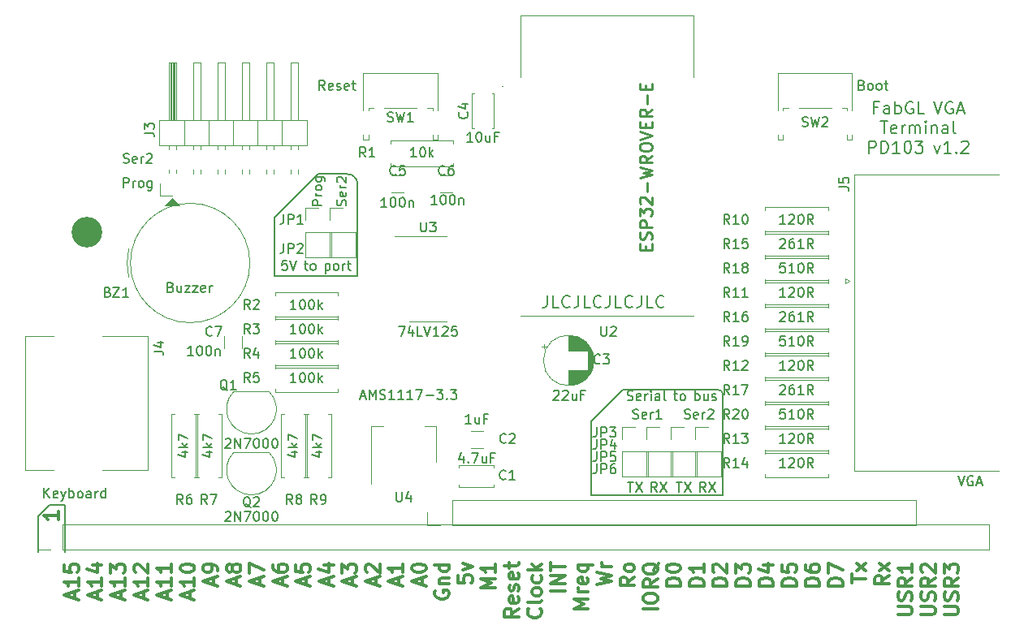
<source format=gbr>
%TF.GenerationSoftware,KiCad,Pcbnew,(7.0.0)*%
%TF.CreationDate,2024-06-02T18:05:14+02:00*%
%TF.ProjectId,rc-fabgl,72632d66-6162-4676-9c2e-6b696361645f,rev?*%
%TF.SameCoordinates,PX9157080PY9071968*%
%TF.FileFunction,Legend,Top*%
%TF.FilePolarity,Positive*%
%FSLAX46Y46*%
G04 Gerber Fmt 4.6, Leading zero omitted, Abs format (unit mm)*
G04 Created by KiCad (PCBNEW (7.0.0)) date 2024-06-02 18:05:14*
%MOMM*%
%LPD*%
G01*
G04 APERTURE LIST*
%ADD10C,0.150000*%
%ADD11C,0.100000*%
%ADD12C,0.203200*%
%ADD13C,0.300000*%
%ADD14C,0.200000*%
%ADD15C,0.254000*%
%ADD16C,0.120000*%
%ADD17C,3.200000*%
G04 APERTURE END LIST*
D10*
X33274000Y38430200D02*
G75*
G03*
X32258000Y39446200I-1016000J0D01*
G01*
X71374000Y16459200D02*
G75*
G03*
X70866000Y16967200I-508000J0D01*
G01*
X57658000Y13665200D02*
X60960000Y16967200D01*
X25927427Y30426820D02*
X25451237Y30426820D01*
X25451237Y30426820D02*
X25403618Y29950629D01*
X25403618Y29950629D02*
X25451237Y29998248D01*
X25451237Y29998248D02*
X25546475Y30045867D01*
X25546475Y30045867D02*
X25784570Y30045867D01*
X25784570Y30045867D02*
X25879808Y29998248D01*
X25879808Y29998248D02*
X25927427Y29950629D01*
X25927427Y29950629D02*
X25975046Y29855391D01*
X25975046Y29855391D02*
X25975046Y29617296D01*
X25975046Y29617296D02*
X25927427Y29522058D01*
X25927427Y29522058D02*
X25879808Y29474439D01*
X25879808Y29474439D02*
X25784570Y29426820D01*
X25784570Y29426820D02*
X25546475Y29426820D01*
X25546475Y29426820D02*
X25451237Y29474439D01*
X25451237Y29474439D02*
X25403618Y29522058D01*
X26260761Y30426820D02*
X26594094Y29426820D01*
X26594094Y29426820D02*
X26927427Y30426820D01*
X27717904Y30093486D02*
X28098856Y30093486D01*
X27860761Y30426820D02*
X27860761Y29569677D01*
X27860761Y29569677D02*
X27908380Y29474439D01*
X27908380Y29474439D02*
X28003618Y29426820D01*
X28003618Y29426820D02*
X28098856Y29426820D01*
X28575047Y29426820D02*
X28479809Y29474439D01*
X28479809Y29474439D02*
X28432190Y29522058D01*
X28432190Y29522058D02*
X28384571Y29617296D01*
X28384571Y29617296D02*
X28384571Y29903010D01*
X28384571Y29903010D02*
X28432190Y29998248D01*
X28432190Y29998248D02*
X28479809Y30045867D01*
X28479809Y30045867D02*
X28575047Y30093486D01*
X28575047Y30093486D02*
X28717904Y30093486D01*
X28717904Y30093486D02*
X28813142Y30045867D01*
X28813142Y30045867D02*
X28860761Y29998248D01*
X28860761Y29998248D02*
X28908380Y29903010D01*
X28908380Y29903010D02*
X28908380Y29617296D01*
X28908380Y29617296D02*
X28860761Y29522058D01*
X28860761Y29522058D02*
X28813142Y29474439D01*
X28813142Y29474439D02*
X28717904Y29426820D01*
X28717904Y29426820D02*
X28575047Y29426820D01*
X29936952Y30093486D02*
X29936952Y29093486D01*
X29936952Y30045867D02*
X30032190Y30093486D01*
X30032190Y30093486D02*
X30222666Y30093486D01*
X30222666Y30093486D02*
X30317904Y30045867D01*
X30317904Y30045867D02*
X30365523Y29998248D01*
X30365523Y29998248D02*
X30413142Y29903010D01*
X30413142Y29903010D02*
X30413142Y29617296D01*
X30413142Y29617296D02*
X30365523Y29522058D01*
X30365523Y29522058D02*
X30317904Y29474439D01*
X30317904Y29474439D02*
X30222666Y29426820D01*
X30222666Y29426820D02*
X30032190Y29426820D01*
X30032190Y29426820D02*
X29936952Y29474439D01*
X30984571Y29426820D02*
X30889333Y29474439D01*
X30889333Y29474439D02*
X30841714Y29522058D01*
X30841714Y29522058D02*
X30794095Y29617296D01*
X30794095Y29617296D02*
X30794095Y29903010D01*
X30794095Y29903010D02*
X30841714Y29998248D01*
X30841714Y29998248D02*
X30889333Y30045867D01*
X30889333Y30045867D02*
X30984571Y30093486D01*
X30984571Y30093486D02*
X31127428Y30093486D01*
X31127428Y30093486D02*
X31222666Y30045867D01*
X31222666Y30045867D02*
X31270285Y29998248D01*
X31270285Y29998248D02*
X31317904Y29903010D01*
X31317904Y29903010D02*
X31317904Y29617296D01*
X31317904Y29617296D02*
X31270285Y29522058D01*
X31270285Y29522058D02*
X31222666Y29474439D01*
X31222666Y29474439D02*
X31127428Y29426820D01*
X31127428Y29426820D02*
X30984571Y29426820D01*
X31746476Y29426820D02*
X31746476Y30093486D01*
X31746476Y29903010D02*
X31794095Y29998248D01*
X31794095Y29998248D02*
X31841714Y30045867D01*
X31841714Y30045867D02*
X31936952Y30093486D01*
X31936952Y30093486D02*
X32032190Y30093486D01*
X32222667Y30093486D02*
X32603619Y30093486D01*
X32365524Y30426820D02*
X32365524Y29569677D01*
X32365524Y29569677D02*
X32413143Y29474439D01*
X32413143Y29474439D02*
X32508381Y29426820D01*
X32508381Y29426820D02*
X32603619Y29426820D01*
X29210000Y39446200D02*
X32258000Y39446200D01*
X24638000Y34874200D02*
X29210000Y39446200D01*
X24638000Y28778200D02*
X24638000Y34874200D01*
X33274000Y28778200D02*
X24638000Y28778200D01*
X33274000Y38430200D02*
X33274000Y28778200D01*
X61416190Y15885439D02*
X61559047Y15837820D01*
X61559047Y15837820D02*
X61797142Y15837820D01*
X61797142Y15837820D02*
X61892380Y15885439D01*
X61892380Y15885439D02*
X61939999Y15933058D01*
X61939999Y15933058D02*
X61987618Y16028296D01*
X61987618Y16028296D02*
X61987618Y16123534D01*
X61987618Y16123534D02*
X61939999Y16218772D01*
X61939999Y16218772D02*
X61892380Y16266391D01*
X61892380Y16266391D02*
X61797142Y16314010D01*
X61797142Y16314010D02*
X61606666Y16361629D01*
X61606666Y16361629D02*
X61511428Y16409248D01*
X61511428Y16409248D02*
X61463809Y16456867D01*
X61463809Y16456867D02*
X61416190Y16552105D01*
X61416190Y16552105D02*
X61416190Y16647343D01*
X61416190Y16647343D02*
X61463809Y16742581D01*
X61463809Y16742581D02*
X61511428Y16790200D01*
X61511428Y16790200D02*
X61606666Y16837820D01*
X61606666Y16837820D02*
X61844761Y16837820D01*
X61844761Y16837820D02*
X61987618Y16790200D01*
X62797142Y15885439D02*
X62701904Y15837820D01*
X62701904Y15837820D02*
X62511428Y15837820D01*
X62511428Y15837820D02*
X62416190Y15885439D01*
X62416190Y15885439D02*
X62368571Y15980677D01*
X62368571Y15980677D02*
X62368571Y16361629D01*
X62368571Y16361629D02*
X62416190Y16456867D01*
X62416190Y16456867D02*
X62511428Y16504486D01*
X62511428Y16504486D02*
X62701904Y16504486D01*
X62701904Y16504486D02*
X62797142Y16456867D01*
X62797142Y16456867D02*
X62844761Y16361629D01*
X62844761Y16361629D02*
X62844761Y16266391D01*
X62844761Y16266391D02*
X62368571Y16171153D01*
X63273333Y15837820D02*
X63273333Y16504486D01*
X63273333Y16314010D02*
X63320952Y16409248D01*
X63320952Y16409248D02*
X63368571Y16456867D01*
X63368571Y16456867D02*
X63463809Y16504486D01*
X63463809Y16504486D02*
X63559047Y16504486D01*
X63892381Y15837820D02*
X63892381Y16504486D01*
X63892381Y16837820D02*
X63844762Y16790200D01*
X63844762Y16790200D02*
X63892381Y16742581D01*
X63892381Y16742581D02*
X63940000Y16790200D01*
X63940000Y16790200D02*
X63892381Y16837820D01*
X63892381Y16837820D02*
X63892381Y16742581D01*
X64797142Y15837820D02*
X64797142Y16361629D01*
X64797142Y16361629D02*
X64749523Y16456867D01*
X64749523Y16456867D02*
X64654285Y16504486D01*
X64654285Y16504486D02*
X64463809Y16504486D01*
X64463809Y16504486D02*
X64368571Y16456867D01*
X64797142Y15885439D02*
X64701904Y15837820D01*
X64701904Y15837820D02*
X64463809Y15837820D01*
X64463809Y15837820D02*
X64368571Y15885439D01*
X64368571Y15885439D02*
X64320952Y15980677D01*
X64320952Y15980677D02*
X64320952Y16075915D01*
X64320952Y16075915D02*
X64368571Y16171153D01*
X64368571Y16171153D02*
X64463809Y16218772D01*
X64463809Y16218772D02*
X64701904Y16218772D01*
X64701904Y16218772D02*
X64797142Y16266391D01*
X65416190Y15837820D02*
X65320952Y15885439D01*
X65320952Y15885439D02*
X65273333Y15980677D01*
X65273333Y15980677D02*
X65273333Y16837820D01*
X66254286Y16504486D02*
X66635238Y16504486D01*
X66397143Y16837820D02*
X66397143Y15980677D01*
X66397143Y15980677D02*
X66444762Y15885439D01*
X66444762Y15885439D02*
X66540000Y15837820D01*
X66540000Y15837820D02*
X66635238Y15837820D01*
X67111429Y15837820D02*
X67016191Y15885439D01*
X67016191Y15885439D02*
X66968572Y15933058D01*
X66968572Y15933058D02*
X66920953Y16028296D01*
X66920953Y16028296D02*
X66920953Y16314010D01*
X66920953Y16314010D02*
X66968572Y16409248D01*
X66968572Y16409248D02*
X67016191Y16456867D01*
X67016191Y16456867D02*
X67111429Y16504486D01*
X67111429Y16504486D02*
X67254286Y16504486D01*
X67254286Y16504486D02*
X67349524Y16456867D01*
X67349524Y16456867D02*
X67397143Y16409248D01*
X67397143Y16409248D02*
X67444762Y16314010D01*
X67444762Y16314010D02*
X67444762Y16028296D01*
X67444762Y16028296D02*
X67397143Y15933058D01*
X67397143Y15933058D02*
X67349524Y15885439D01*
X67349524Y15885439D02*
X67254286Y15837820D01*
X67254286Y15837820D02*
X67111429Y15837820D01*
X68473334Y15837820D02*
X68473334Y16837820D01*
X68473334Y16456867D02*
X68568572Y16504486D01*
X68568572Y16504486D02*
X68759048Y16504486D01*
X68759048Y16504486D02*
X68854286Y16456867D01*
X68854286Y16456867D02*
X68901905Y16409248D01*
X68901905Y16409248D02*
X68949524Y16314010D01*
X68949524Y16314010D02*
X68949524Y16028296D01*
X68949524Y16028296D02*
X68901905Y15933058D01*
X68901905Y15933058D02*
X68854286Y15885439D01*
X68854286Y15885439D02*
X68759048Y15837820D01*
X68759048Y15837820D02*
X68568572Y15837820D01*
X68568572Y15837820D02*
X68473334Y15885439D01*
X69806667Y16504486D02*
X69806667Y15837820D01*
X69378096Y16504486D02*
X69378096Y15980677D01*
X69378096Y15980677D02*
X69425715Y15885439D01*
X69425715Y15885439D02*
X69520953Y15837820D01*
X69520953Y15837820D02*
X69663810Y15837820D01*
X69663810Y15837820D02*
X69759048Y15885439D01*
X69759048Y15885439D02*
X69806667Y15933058D01*
X70235239Y15885439D02*
X70330477Y15837820D01*
X70330477Y15837820D02*
X70520953Y15837820D01*
X70520953Y15837820D02*
X70616191Y15885439D01*
X70616191Y15885439D02*
X70663810Y15980677D01*
X70663810Y15980677D02*
X70663810Y16028296D01*
X70663810Y16028296D02*
X70616191Y16123534D01*
X70616191Y16123534D02*
X70520953Y16171153D01*
X70520953Y16171153D02*
X70378096Y16171153D01*
X70378096Y16171153D02*
X70282858Y16218772D01*
X70282858Y16218772D02*
X70235239Y16314010D01*
X70235239Y16314010D02*
X70235239Y16361629D01*
X70235239Y16361629D02*
X70282858Y16456867D01*
X70282858Y16456867D02*
X70378096Y16504486D01*
X70378096Y16504486D02*
X70520953Y16504486D01*
X70520953Y16504486D02*
X70616191Y16456867D01*
X57658000Y13665200D02*
X57658000Y5918200D01*
X70866000Y16967200D02*
X60960000Y16967200D01*
X71374000Y5918200D02*
X71374000Y16459200D01*
X57658000Y5918200D02*
X71374000Y5918200D01*
D11*
G36*
X14732000Y36144200D02*
G01*
X13208000Y36144200D01*
X13970000Y36906200D01*
X14732000Y36144200D01*
G37*
X14732000Y36144200D02*
X13208000Y36144200D01*
X13970000Y36906200D01*
X14732000Y36144200D01*
D10*
X8874523Y38062820D02*
X8874523Y39062820D01*
X8874523Y39062820D02*
X9255475Y39062820D01*
X9255475Y39062820D02*
X9350713Y39015200D01*
X9350713Y39015200D02*
X9398332Y38967581D01*
X9398332Y38967581D02*
X9445951Y38872343D01*
X9445951Y38872343D02*
X9445951Y38729486D01*
X9445951Y38729486D02*
X9398332Y38634248D01*
X9398332Y38634248D02*
X9350713Y38586629D01*
X9350713Y38586629D02*
X9255475Y38539010D01*
X9255475Y38539010D02*
X8874523Y38539010D01*
X9874523Y38062820D02*
X9874523Y38729486D01*
X9874523Y38539010D02*
X9922142Y38634248D01*
X9922142Y38634248D02*
X9969761Y38681867D01*
X9969761Y38681867D02*
X10064999Y38729486D01*
X10064999Y38729486D02*
X10160237Y38729486D01*
X10636428Y38062820D02*
X10541190Y38110439D01*
X10541190Y38110439D02*
X10493571Y38158058D01*
X10493571Y38158058D02*
X10445952Y38253296D01*
X10445952Y38253296D02*
X10445952Y38539010D01*
X10445952Y38539010D02*
X10493571Y38634248D01*
X10493571Y38634248D02*
X10541190Y38681867D01*
X10541190Y38681867D02*
X10636428Y38729486D01*
X10636428Y38729486D02*
X10779285Y38729486D01*
X10779285Y38729486D02*
X10874523Y38681867D01*
X10874523Y38681867D02*
X10922142Y38634248D01*
X10922142Y38634248D02*
X10969761Y38539010D01*
X10969761Y38539010D02*
X10969761Y38253296D01*
X10969761Y38253296D02*
X10922142Y38158058D01*
X10922142Y38158058D02*
X10874523Y38110439D01*
X10874523Y38110439D02*
X10779285Y38062820D01*
X10779285Y38062820D02*
X10636428Y38062820D01*
X11826904Y38729486D02*
X11826904Y37919962D01*
X11826904Y37919962D02*
X11779285Y37824724D01*
X11779285Y37824724D02*
X11731666Y37777105D01*
X11731666Y37777105D02*
X11636428Y37729486D01*
X11636428Y37729486D02*
X11493571Y37729486D01*
X11493571Y37729486D02*
X11398333Y37777105D01*
X11826904Y38110439D02*
X11731666Y38062820D01*
X11731666Y38062820D02*
X11541190Y38062820D01*
X11541190Y38062820D02*
X11445952Y38110439D01*
X11445952Y38110439D02*
X11398333Y38158058D01*
X11398333Y38158058D02*
X11350714Y38253296D01*
X11350714Y38253296D02*
X11350714Y38539010D01*
X11350714Y38539010D02*
X11398333Y38634248D01*
X11398333Y38634248D02*
X11445952Y38681867D01*
X11445952Y38681867D02*
X11541190Y38729486D01*
X11541190Y38729486D02*
X11731666Y38729486D01*
X11731666Y38729486D02*
X11826904Y38681867D01*
X8874523Y40650439D02*
X9017380Y40602820D01*
X9017380Y40602820D02*
X9255475Y40602820D01*
X9255475Y40602820D02*
X9350713Y40650439D01*
X9350713Y40650439D02*
X9398332Y40698058D01*
X9398332Y40698058D02*
X9445951Y40793296D01*
X9445951Y40793296D02*
X9445951Y40888534D01*
X9445951Y40888534D02*
X9398332Y40983772D01*
X9398332Y40983772D02*
X9350713Y41031391D01*
X9350713Y41031391D02*
X9255475Y41079010D01*
X9255475Y41079010D02*
X9064999Y41126629D01*
X9064999Y41126629D02*
X8969761Y41174248D01*
X8969761Y41174248D02*
X8922142Y41221867D01*
X8922142Y41221867D02*
X8874523Y41317105D01*
X8874523Y41317105D02*
X8874523Y41412343D01*
X8874523Y41412343D02*
X8922142Y41507581D01*
X8922142Y41507581D02*
X8969761Y41555200D01*
X8969761Y41555200D02*
X9064999Y41602820D01*
X9064999Y41602820D02*
X9303094Y41602820D01*
X9303094Y41602820D02*
X9445951Y41555200D01*
X10255475Y40650439D02*
X10160237Y40602820D01*
X10160237Y40602820D02*
X9969761Y40602820D01*
X9969761Y40602820D02*
X9874523Y40650439D01*
X9874523Y40650439D02*
X9826904Y40745677D01*
X9826904Y40745677D02*
X9826904Y41126629D01*
X9826904Y41126629D02*
X9874523Y41221867D01*
X9874523Y41221867D02*
X9969761Y41269486D01*
X9969761Y41269486D02*
X10160237Y41269486D01*
X10160237Y41269486D02*
X10255475Y41221867D01*
X10255475Y41221867D02*
X10303094Y41126629D01*
X10303094Y41126629D02*
X10303094Y41031391D01*
X10303094Y41031391D02*
X9826904Y40936153D01*
X10731666Y40602820D02*
X10731666Y41269486D01*
X10731666Y41079010D02*
X10779285Y41174248D01*
X10779285Y41174248D02*
X10826904Y41221867D01*
X10826904Y41221867D02*
X10922142Y41269486D01*
X10922142Y41269486D02*
X11017380Y41269486D01*
X11303095Y41507581D02*
X11350714Y41555200D01*
X11350714Y41555200D02*
X11445952Y41602820D01*
X11445952Y41602820D02*
X11684047Y41602820D01*
X11684047Y41602820D02*
X11779285Y41555200D01*
X11779285Y41555200D02*
X11826904Y41507581D01*
X11826904Y41507581D02*
X11874523Y41412343D01*
X11874523Y41412343D02*
X11874523Y41317105D01*
X11874523Y41317105D02*
X11826904Y41174248D01*
X11826904Y41174248D02*
X11255476Y40602820D01*
X11255476Y40602820D02*
X11874523Y40602820D01*
D12*
X87536262Y46401265D02*
X87112928Y46401265D01*
X87112928Y45736027D02*
X87112928Y47006027D01*
X87112928Y47006027D02*
X87717690Y47006027D01*
X88745785Y45736027D02*
X88745785Y46401265D01*
X88745785Y46401265D02*
X88685309Y46522217D01*
X88685309Y46522217D02*
X88564357Y46582693D01*
X88564357Y46582693D02*
X88322452Y46582693D01*
X88322452Y46582693D02*
X88201499Y46522217D01*
X88745785Y45796503D02*
X88624833Y45736027D01*
X88624833Y45736027D02*
X88322452Y45736027D01*
X88322452Y45736027D02*
X88201499Y45796503D01*
X88201499Y45796503D02*
X88141023Y45917455D01*
X88141023Y45917455D02*
X88141023Y46038408D01*
X88141023Y46038408D02*
X88201499Y46159360D01*
X88201499Y46159360D02*
X88322452Y46219836D01*
X88322452Y46219836D02*
X88624833Y46219836D01*
X88624833Y46219836D02*
X88745785Y46280312D01*
X89350547Y45736027D02*
X89350547Y47006027D01*
X89350547Y46522217D02*
X89471500Y46582693D01*
X89471500Y46582693D02*
X89713405Y46582693D01*
X89713405Y46582693D02*
X89834357Y46522217D01*
X89834357Y46522217D02*
X89894833Y46461741D01*
X89894833Y46461741D02*
X89955309Y46340789D01*
X89955309Y46340789D02*
X89955309Y45977931D01*
X89955309Y45977931D02*
X89894833Y45856979D01*
X89894833Y45856979D02*
X89834357Y45796503D01*
X89834357Y45796503D02*
X89713405Y45736027D01*
X89713405Y45736027D02*
X89471500Y45736027D01*
X89471500Y45736027D02*
X89350547Y45796503D01*
X91164834Y46945550D02*
X91043881Y47006027D01*
X91043881Y47006027D02*
X90862453Y47006027D01*
X90862453Y47006027D02*
X90681024Y46945550D01*
X90681024Y46945550D02*
X90560072Y46824598D01*
X90560072Y46824598D02*
X90499595Y46703646D01*
X90499595Y46703646D02*
X90439119Y46461741D01*
X90439119Y46461741D02*
X90439119Y46280312D01*
X90439119Y46280312D02*
X90499595Y46038408D01*
X90499595Y46038408D02*
X90560072Y45917455D01*
X90560072Y45917455D02*
X90681024Y45796503D01*
X90681024Y45796503D02*
X90862453Y45736027D01*
X90862453Y45736027D02*
X90983405Y45736027D01*
X90983405Y45736027D02*
X91164834Y45796503D01*
X91164834Y45796503D02*
X91225310Y45856979D01*
X91225310Y45856979D02*
X91225310Y46280312D01*
X91225310Y46280312D02*
X90983405Y46280312D01*
X92374357Y45736027D02*
X91769595Y45736027D01*
X91769595Y45736027D02*
X91769595Y47006027D01*
X93378262Y47006027D02*
X93801595Y45736027D01*
X93801595Y45736027D02*
X94224929Y47006027D01*
X95313500Y46945550D02*
X95192547Y47006027D01*
X95192547Y47006027D02*
X95011119Y47006027D01*
X95011119Y47006027D02*
X94829690Y46945550D01*
X94829690Y46945550D02*
X94708738Y46824598D01*
X94708738Y46824598D02*
X94648261Y46703646D01*
X94648261Y46703646D02*
X94587785Y46461741D01*
X94587785Y46461741D02*
X94587785Y46280312D01*
X94587785Y46280312D02*
X94648261Y46038408D01*
X94648261Y46038408D02*
X94708738Y45917455D01*
X94708738Y45917455D02*
X94829690Y45796503D01*
X94829690Y45796503D02*
X95011119Y45736027D01*
X95011119Y45736027D02*
X95132071Y45736027D01*
X95132071Y45736027D02*
X95313500Y45796503D01*
X95313500Y45796503D02*
X95373976Y45856979D01*
X95373976Y45856979D02*
X95373976Y46280312D01*
X95373976Y46280312D02*
X95132071Y46280312D01*
X95857785Y46098884D02*
X96462547Y46098884D01*
X95736833Y45736027D02*
X96160166Y47006027D01*
X96160166Y47006027D02*
X96583500Y45736027D01*
X87826548Y44948627D02*
X88552262Y44948627D01*
X88189405Y43678627D02*
X88189405Y44948627D01*
X89459405Y43739103D02*
X89338453Y43678627D01*
X89338453Y43678627D02*
X89096548Y43678627D01*
X89096548Y43678627D02*
X88975595Y43739103D01*
X88975595Y43739103D02*
X88915119Y43860055D01*
X88915119Y43860055D02*
X88915119Y44343865D01*
X88915119Y44343865D02*
X88975595Y44464817D01*
X88975595Y44464817D02*
X89096548Y44525293D01*
X89096548Y44525293D02*
X89338453Y44525293D01*
X89338453Y44525293D02*
X89459405Y44464817D01*
X89459405Y44464817D02*
X89519881Y44343865D01*
X89519881Y44343865D02*
X89519881Y44222912D01*
X89519881Y44222912D02*
X88915119Y44101960D01*
X90064166Y43678627D02*
X90064166Y44525293D01*
X90064166Y44283389D02*
X90124643Y44404341D01*
X90124643Y44404341D02*
X90185119Y44464817D01*
X90185119Y44464817D02*
X90306071Y44525293D01*
X90306071Y44525293D02*
X90427024Y44525293D01*
X90850356Y43678627D02*
X90850356Y44525293D01*
X90850356Y44404341D02*
X90910833Y44464817D01*
X90910833Y44464817D02*
X91031785Y44525293D01*
X91031785Y44525293D02*
X91213214Y44525293D01*
X91213214Y44525293D02*
X91334166Y44464817D01*
X91334166Y44464817D02*
X91394642Y44343865D01*
X91394642Y44343865D02*
X91394642Y43678627D01*
X91394642Y44343865D02*
X91455118Y44464817D01*
X91455118Y44464817D02*
X91576071Y44525293D01*
X91576071Y44525293D02*
X91757499Y44525293D01*
X91757499Y44525293D02*
X91878452Y44464817D01*
X91878452Y44464817D02*
X91938928Y44343865D01*
X91938928Y44343865D02*
X91938928Y43678627D01*
X92543689Y43678627D02*
X92543689Y44525293D01*
X92543689Y44948627D02*
X92483213Y44888150D01*
X92483213Y44888150D02*
X92543689Y44827674D01*
X92543689Y44827674D02*
X92604166Y44888150D01*
X92604166Y44888150D02*
X92543689Y44948627D01*
X92543689Y44948627D02*
X92543689Y44827674D01*
X93148451Y44525293D02*
X93148451Y43678627D01*
X93148451Y44404341D02*
X93208928Y44464817D01*
X93208928Y44464817D02*
X93329880Y44525293D01*
X93329880Y44525293D02*
X93511309Y44525293D01*
X93511309Y44525293D02*
X93632261Y44464817D01*
X93632261Y44464817D02*
X93692737Y44343865D01*
X93692737Y44343865D02*
X93692737Y43678627D01*
X94841785Y43678627D02*
X94841785Y44343865D01*
X94841785Y44343865D02*
X94781309Y44464817D01*
X94781309Y44464817D02*
X94660357Y44525293D01*
X94660357Y44525293D02*
X94418452Y44525293D01*
X94418452Y44525293D02*
X94297499Y44464817D01*
X94841785Y43739103D02*
X94720833Y43678627D01*
X94720833Y43678627D02*
X94418452Y43678627D01*
X94418452Y43678627D02*
X94297499Y43739103D01*
X94297499Y43739103D02*
X94237023Y43860055D01*
X94237023Y43860055D02*
X94237023Y43981008D01*
X94237023Y43981008D02*
X94297499Y44101960D01*
X94297499Y44101960D02*
X94418452Y44162436D01*
X94418452Y44162436D02*
X94720833Y44162436D01*
X94720833Y44162436D02*
X94841785Y44222912D01*
X95627976Y43678627D02*
X95507024Y43739103D01*
X95507024Y43739103D02*
X95446547Y43860055D01*
X95446547Y43860055D02*
X95446547Y44948627D01*
X86598880Y41621227D02*
X86598880Y42891227D01*
X86598880Y42891227D02*
X87082690Y42891227D01*
X87082690Y42891227D02*
X87203642Y42830750D01*
X87203642Y42830750D02*
X87264119Y42770274D01*
X87264119Y42770274D02*
X87324595Y42649322D01*
X87324595Y42649322D02*
X87324595Y42467893D01*
X87324595Y42467893D02*
X87264119Y42346941D01*
X87264119Y42346941D02*
X87203642Y42286465D01*
X87203642Y42286465D02*
X87082690Y42225989D01*
X87082690Y42225989D02*
X86598880Y42225989D01*
X87868880Y41621227D02*
X87868880Y42891227D01*
X87868880Y42891227D02*
X88171261Y42891227D01*
X88171261Y42891227D02*
X88352690Y42830750D01*
X88352690Y42830750D02*
X88473642Y42709798D01*
X88473642Y42709798D02*
X88534119Y42588846D01*
X88534119Y42588846D02*
X88594595Y42346941D01*
X88594595Y42346941D02*
X88594595Y42165512D01*
X88594595Y42165512D02*
X88534119Y41923608D01*
X88534119Y41923608D02*
X88473642Y41802655D01*
X88473642Y41802655D02*
X88352690Y41681703D01*
X88352690Y41681703D02*
X88171261Y41621227D01*
X88171261Y41621227D02*
X87868880Y41621227D01*
X89804119Y41621227D02*
X89078404Y41621227D01*
X89441261Y41621227D02*
X89441261Y42891227D01*
X89441261Y42891227D02*
X89320309Y42709798D01*
X89320309Y42709798D02*
X89199357Y42588846D01*
X89199357Y42588846D02*
X89078404Y42528370D01*
X90590309Y42891227D02*
X90711262Y42891227D01*
X90711262Y42891227D02*
X90832214Y42830750D01*
X90832214Y42830750D02*
X90892690Y42770274D01*
X90892690Y42770274D02*
X90953166Y42649322D01*
X90953166Y42649322D02*
X91013643Y42407417D01*
X91013643Y42407417D02*
X91013643Y42105036D01*
X91013643Y42105036D02*
X90953166Y41863131D01*
X90953166Y41863131D02*
X90892690Y41742179D01*
X90892690Y41742179D02*
X90832214Y41681703D01*
X90832214Y41681703D02*
X90711262Y41621227D01*
X90711262Y41621227D02*
X90590309Y41621227D01*
X90590309Y41621227D02*
X90469357Y41681703D01*
X90469357Y41681703D02*
X90408881Y41742179D01*
X90408881Y41742179D02*
X90348404Y41863131D01*
X90348404Y41863131D02*
X90287928Y42105036D01*
X90287928Y42105036D02*
X90287928Y42407417D01*
X90287928Y42407417D02*
X90348404Y42649322D01*
X90348404Y42649322D02*
X90408881Y42770274D01*
X90408881Y42770274D02*
X90469357Y42830750D01*
X90469357Y42830750D02*
X90590309Y42891227D01*
X91436976Y42891227D02*
X92223167Y42891227D01*
X92223167Y42891227D02*
X91799833Y42407417D01*
X91799833Y42407417D02*
X91981262Y42407417D01*
X91981262Y42407417D02*
X92102214Y42346941D01*
X92102214Y42346941D02*
X92162690Y42286465D01*
X92162690Y42286465D02*
X92223167Y42165512D01*
X92223167Y42165512D02*
X92223167Y41863131D01*
X92223167Y41863131D02*
X92162690Y41742179D01*
X92162690Y41742179D02*
X92102214Y41681703D01*
X92102214Y41681703D02*
X91981262Y41621227D01*
X91981262Y41621227D02*
X91618405Y41621227D01*
X91618405Y41621227D02*
X91497452Y41681703D01*
X91497452Y41681703D02*
X91436976Y41742179D01*
X93408500Y42467893D02*
X93710881Y41621227D01*
X93710881Y41621227D02*
X94013262Y42467893D01*
X95162310Y41621227D02*
X94436595Y41621227D01*
X94799452Y41621227D02*
X94799452Y42891227D01*
X94799452Y42891227D02*
X94678500Y42709798D01*
X94678500Y42709798D02*
X94557548Y42588846D01*
X94557548Y42588846D02*
X94436595Y42528370D01*
X95706595Y41742179D02*
X95767072Y41681703D01*
X95767072Y41681703D02*
X95706595Y41621227D01*
X95706595Y41621227D02*
X95646119Y41681703D01*
X95646119Y41681703D02*
X95706595Y41742179D01*
X95706595Y41742179D02*
X95706595Y41621227D01*
X96250881Y42770274D02*
X96311357Y42830750D01*
X96311357Y42830750D02*
X96432310Y42891227D01*
X96432310Y42891227D02*
X96734691Y42891227D01*
X96734691Y42891227D02*
X96855643Y42830750D01*
X96855643Y42830750D02*
X96916119Y42770274D01*
X96916119Y42770274D02*
X96976596Y42649322D01*
X96976596Y42649322D02*
X96976596Y42528370D01*
X96976596Y42528370D02*
X96916119Y42346941D01*
X96916119Y42346941D02*
X96190405Y41621227D01*
X96190405Y41621227D02*
X96976596Y41621227D01*
D10*
X53061810Y26787627D02*
X53061810Y25880484D01*
X53061810Y25880484D02*
X53001333Y25699055D01*
X53001333Y25699055D02*
X52880381Y25578103D01*
X52880381Y25578103D02*
X52698952Y25517627D01*
X52698952Y25517627D02*
X52578000Y25517627D01*
X54271333Y25517627D02*
X53666571Y25517627D01*
X53666571Y25517627D02*
X53666571Y26787627D01*
X55420381Y25638579D02*
X55359905Y25578103D01*
X55359905Y25578103D02*
X55178476Y25517627D01*
X55178476Y25517627D02*
X55057524Y25517627D01*
X55057524Y25517627D02*
X54876095Y25578103D01*
X54876095Y25578103D02*
X54755143Y25699055D01*
X54755143Y25699055D02*
X54694666Y25820008D01*
X54694666Y25820008D02*
X54634190Y26061912D01*
X54634190Y26061912D02*
X54634190Y26243341D01*
X54634190Y26243341D02*
X54694666Y26485246D01*
X54694666Y26485246D02*
X54755143Y26606198D01*
X54755143Y26606198D02*
X54876095Y26727150D01*
X54876095Y26727150D02*
X55057524Y26787627D01*
X55057524Y26787627D02*
X55178476Y26787627D01*
X55178476Y26787627D02*
X55359905Y26727150D01*
X55359905Y26727150D02*
X55420381Y26666674D01*
X56327524Y26787627D02*
X56327524Y25880484D01*
X56327524Y25880484D02*
X56267047Y25699055D01*
X56267047Y25699055D02*
X56146095Y25578103D01*
X56146095Y25578103D02*
X55964666Y25517627D01*
X55964666Y25517627D02*
X55843714Y25517627D01*
X57537047Y25517627D02*
X56932285Y25517627D01*
X56932285Y25517627D02*
X56932285Y26787627D01*
X58686095Y25638579D02*
X58625619Y25578103D01*
X58625619Y25578103D02*
X58444190Y25517627D01*
X58444190Y25517627D02*
X58323238Y25517627D01*
X58323238Y25517627D02*
X58141809Y25578103D01*
X58141809Y25578103D02*
X58020857Y25699055D01*
X58020857Y25699055D02*
X57960380Y25820008D01*
X57960380Y25820008D02*
X57899904Y26061912D01*
X57899904Y26061912D02*
X57899904Y26243341D01*
X57899904Y26243341D02*
X57960380Y26485246D01*
X57960380Y26485246D02*
X58020857Y26606198D01*
X58020857Y26606198D02*
X58141809Y26727150D01*
X58141809Y26727150D02*
X58323238Y26787627D01*
X58323238Y26787627D02*
X58444190Y26787627D01*
X58444190Y26787627D02*
X58625619Y26727150D01*
X58625619Y26727150D02*
X58686095Y26666674D01*
X59593238Y26787627D02*
X59593238Y25880484D01*
X59593238Y25880484D02*
X59532761Y25699055D01*
X59532761Y25699055D02*
X59411809Y25578103D01*
X59411809Y25578103D02*
X59230380Y25517627D01*
X59230380Y25517627D02*
X59109428Y25517627D01*
X60802761Y25517627D02*
X60197999Y25517627D01*
X60197999Y25517627D02*
X60197999Y26787627D01*
X61951809Y25638579D02*
X61891333Y25578103D01*
X61891333Y25578103D02*
X61709904Y25517627D01*
X61709904Y25517627D02*
X61588952Y25517627D01*
X61588952Y25517627D02*
X61407523Y25578103D01*
X61407523Y25578103D02*
X61286571Y25699055D01*
X61286571Y25699055D02*
X61226094Y25820008D01*
X61226094Y25820008D02*
X61165618Y26061912D01*
X61165618Y26061912D02*
X61165618Y26243341D01*
X61165618Y26243341D02*
X61226094Y26485246D01*
X61226094Y26485246D02*
X61286571Y26606198D01*
X61286571Y26606198D02*
X61407523Y26727150D01*
X61407523Y26727150D02*
X61588952Y26787627D01*
X61588952Y26787627D02*
X61709904Y26787627D01*
X61709904Y26787627D02*
X61891333Y26727150D01*
X61891333Y26727150D02*
X61951809Y26666674D01*
X62858952Y26787627D02*
X62858952Y25880484D01*
X62858952Y25880484D02*
X62798475Y25699055D01*
X62798475Y25699055D02*
X62677523Y25578103D01*
X62677523Y25578103D02*
X62496094Y25517627D01*
X62496094Y25517627D02*
X62375142Y25517627D01*
X64068475Y25517627D02*
X63463713Y25517627D01*
X63463713Y25517627D02*
X63463713Y26787627D01*
X65217523Y25638579D02*
X65157047Y25578103D01*
X65157047Y25578103D02*
X64975618Y25517627D01*
X64975618Y25517627D02*
X64854666Y25517627D01*
X64854666Y25517627D02*
X64673237Y25578103D01*
X64673237Y25578103D02*
X64552285Y25699055D01*
X64552285Y25699055D02*
X64491808Y25820008D01*
X64491808Y25820008D02*
X64431332Y26061912D01*
X64431332Y26061912D02*
X64431332Y26243341D01*
X64431332Y26243341D02*
X64491808Y26485246D01*
X64491808Y26485246D02*
X64552285Y26606198D01*
X64552285Y26606198D02*
X64673237Y26727150D01*
X64673237Y26727150D02*
X64854666Y26787627D01*
X64854666Y26787627D02*
X64975618Y26787627D01*
X64975618Y26787627D02*
X65157047Y26727150D01*
X65157047Y26727150D02*
X65217523Y26666674D01*
X66541905Y7312820D02*
X67113333Y7312820D01*
X66827619Y6312820D02*
X66827619Y7312820D01*
X67351429Y7312820D02*
X68018095Y6312820D01*
X68018095Y7312820D02*
X67351429Y6312820D01*
X69570476Y6312820D02*
X69237143Y6789010D01*
X68999048Y6312820D02*
X68999048Y7312820D01*
X68999048Y7312820D02*
X69380000Y7312820D01*
X69380000Y7312820D02*
X69475238Y7265200D01*
X69475238Y7265200D02*
X69522857Y7217581D01*
X69522857Y7217581D02*
X69570476Y7122343D01*
X69570476Y7122343D02*
X69570476Y6979486D01*
X69570476Y6979486D02*
X69522857Y6884248D01*
X69522857Y6884248D02*
X69475238Y6836629D01*
X69475238Y6836629D02*
X69380000Y6789010D01*
X69380000Y6789010D02*
X68999048Y6789010D01*
X69903810Y7312820D02*
X70570476Y6312820D01*
X70570476Y7312820D02*
X69903810Y6312820D01*
X61461905Y7312820D02*
X62033333Y7312820D01*
X61747619Y6312820D02*
X61747619Y7312820D01*
X62271429Y7312820D02*
X62938095Y6312820D01*
X62938095Y7312820D02*
X62271429Y6312820D01*
X64490476Y6312820D02*
X64157143Y6789010D01*
X63919048Y6312820D02*
X63919048Y7312820D01*
X63919048Y7312820D02*
X64300000Y7312820D01*
X64300000Y7312820D02*
X64395238Y7265200D01*
X64395238Y7265200D02*
X64442857Y7217581D01*
X64442857Y7217581D02*
X64490476Y7122343D01*
X64490476Y7122343D02*
X64490476Y6979486D01*
X64490476Y6979486D02*
X64442857Y6884248D01*
X64442857Y6884248D02*
X64395238Y6836629D01*
X64395238Y6836629D02*
X64300000Y6789010D01*
X64300000Y6789010D02*
X63919048Y6789010D01*
X64823810Y7312820D02*
X65490476Y6312820D01*
X65490476Y7312820D02*
X64823810Y6312820D01*
X67397500Y13980439D02*
X67540357Y13932820D01*
X67540357Y13932820D02*
X67778452Y13932820D01*
X67778452Y13932820D02*
X67873690Y13980439D01*
X67873690Y13980439D02*
X67921309Y14028058D01*
X67921309Y14028058D02*
X67968928Y14123296D01*
X67968928Y14123296D02*
X67968928Y14218534D01*
X67968928Y14218534D02*
X67921309Y14313772D01*
X67921309Y14313772D02*
X67873690Y14361391D01*
X67873690Y14361391D02*
X67778452Y14409010D01*
X67778452Y14409010D02*
X67587976Y14456629D01*
X67587976Y14456629D02*
X67492738Y14504248D01*
X67492738Y14504248D02*
X67445119Y14551867D01*
X67445119Y14551867D02*
X67397500Y14647105D01*
X67397500Y14647105D02*
X67397500Y14742343D01*
X67397500Y14742343D02*
X67445119Y14837581D01*
X67445119Y14837581D02*
X67492738Y14885200D01*
X67492738Y14885200D02*
X67587976Y14932820D01*
X67587976Y14932820D02*
X67826071Y14932820D01*
X67826071Y14932820D02*
X67968928Y14885200D01*
X68778452Y13980439D02*
X68683214Y13932820D01*
X68683214Y13932820D02*
X68492738Y13932820D01*
X68492738Y13932820D02*
X68397500Y13980439D01*
X68397500Y13980439D02*
X68349881Y14075677D01*
X68349881Y14075677D02*
X68349881Y14456629D01*
X68349881Y14456629D02*
X68397500Y14551867D01*
X68397500Y14551867D02*
X68492738Y14599486D01*
X68492738Y14599486D02*
X68683214Y14599486D01*
X68683214Y14599486D02*
X68778452Y14551867D01*
X68778452Y14551867D02*
X68826071Y14456629D01*
X68826071Y14456629D02*
X68826071Y14361391D01*
X68826071Y14361391D02*
X68349881Y14266153D01*
X69254643Y13932820D02*
X69254643Y14599486D01*
X69254643Y14409010D02*
X69302262Y14504248D01*
X69302262Y14504248D02*
X69349881Y14551867D01*
X69349881Y14551867D02*
X69445119Y14599486D01*
X69445119Y14599486D02*
X69540357Y14599486D01*
X69826072Y14837581D02*
X69873691Y14885200D01*
X69873691Y14885200D02*
X69968929Y14932820D01*
X69968929Y14932820D02*
X70207024Y14932820D01*
X70207024Y14932820D02*
X70302262Y14885200D01*
X70302262Y14885200D02*
X70349881Y14837581D01*
X70349881Y14837581D02*
X70397500Y14742343D01*
X70397500Y14742343D02*
X70397500Y14647105D01*
X70397500Y14647105D02*
X70349881Y14504248D01*
X70349881Y14504248D02*
X69778453Y13932820D01*
X69778453Y13932820D02*
X70397500Y13932820D01*
X62000000Y13980439D02*
X62142857Y13932820D01*
X62142857Y13932820D02*
X62380952Y13932820D01*
X62380952Y13932820D02*
X62476190Y13980439D01*
X62476190Y13980439D02*
X62523809Y14028058D01*
X62523809Y14028058D02*
X62571428Y14123296D01*
X62571428Y14123296D02*
X62571428Y14218534D01*
X62571428Y14218534D02*
X62523809Y14313772D01*
X62523809Y14313772D02*
X62476190Y14361391D01*
X62476190Y14361391D02*
X62380952Y14409010D01*
X62380952Y14409010D02*
X62190476Y14456629D01*
X62190476Y14456629D02*
X62095238Y14504248D01*
X62095238Y14504248D02*
X62047619Y14551867D01*
X62047619Y14551867D02*
X62000000Y14647105D01*
X62000000Y14647105D02*
X62000000Y14742343D01*
X62000000Y14742343D02*
X62047619Y14837581D01*
X62047619Y14837581D02*
X62095238Y14885200D01*
X62095238Y14885200D02*
X62190476Y14932820D01*
X62190476Y14932820D02*
X62428571Y14932820D01*
X62428571Y14932820D02*
X62571428Y14885200D01*
X63380952Y13980439D02*
X63285714Y13932820D01*
X63285714Y13932820D02*
X63095238Y13932820D01*
X63095238Y13932820D02*
X63000000Y13980439D01*
X63000000Y13980439D02*
X62952381Y14075677D01*
X62952381Y14075677D02*
X62952381Y14456629D01*
X62952381Y14456629D02*
X63000000Y14551867D01*
X63000000Y14551867D02*
X63095238Y14599486D01*
X63095238Y14599486D02*
X63285714Y14599486D01*
X63285714Y14599486D02*
X63380952Y14551867D01*
X63380952Y14551867D02*
X63428571Y14456629D01*
X63428571Y14456629D02*
X63428571Y14361391D01*
X63428571Y14361391D02*
X62952381Y14266153D01*
X63857143Y13932820D02*
X63857143Y14599486D01*
X63857143Y14409010D02*
X63904762Y14504248D01*
X63904762Y14504248D02*
X63952381Y14551867D01*
X63952381Y14551867D02*
X64047619Y14599486D01*
X64047619Y14599486D02*
X64142857Y14599486D01*
X65000000Y13932820D02*
X64428572Y13932820D01*
X64714286Y13932820D02*
X64714286Y14932820D01*
X64714286Y14932820D02*
X64619048Y14789962D01*
X64619048Y14789962D02*
X64523810Y14694724D01*
X64523810Y14694724D02*
X64428572Y14647105D01*
D13*
X3789483Y-4796941D02*
X3789483Y-4082656D01*
X4215197Y-4939798D02*
X2725197Y-4439798D01*
X2725197Y-4439798D02*
X4215197Y-3939798D01*
X4215197Y-2654084D02*
X4215197Y-3511227D01*
X4215197Y-3082656D02*
X2725197Y-3082656D01*
X2725197Y-3082656D02*
X2938054Y-3225513D01*
X2938054Y-3225513D02*
X3079959Y-3368370D01*
X3079959Y-3368370D02*
X3150911Y-3511227D01*
X2725197Y-1296942D02*
X2725197Y-2011228D01*
X2725197Y-2011228D02*
X3434721Y-2082656D01*
X3434721Y-2082656D02*
X3363769Y-2011228D01*
X3363769Y-2011228D02*
X3292816Y-1868371D01*
X3292816Y-1868371D02*
X3292816Y-1511228D01*
X3292816Y-1511228D02*
X3363769Y-1368371D01*
X3363769Y-1368371D02*
X3434721Y-1296942D01*
X3434721Y-1296942D02*
X3576626Y-1225513D01*
X3576626Y-1225513D02*
X3931388Y-1225513D01*
X3931388Y-1225513D02*
X4073292Y-1296942D01*
X4073292Y-1296942D02*
X4144245Y-1368371D01*
X4144245Y-1368371D02*
X4215197Y-1511228D01*
X4215197Y-1511228D02*
X4215197Y-1868371D01*
X4215197Y-1868371D02*
X4144245Y-2011228D01*
X4144245Y-2011228D02*
X4073292Y-2082656D01*
X6203283Y-4796941D02*
X6203283Y-4082656D01*
X6628997Y-4939798D02*
X5138997Y-4439798D01*
X5138997Y-4439798D02*
X6628997Y-3939798D01*
X6628997Y-2654084D02*
X6628997Y-3511227D01*
X6628997Y-3082656D02*
X5138997Y-3082656D01*
X5138997Y-3082656D02*
X5351854Y-3225513D01*
X5351854Y-3225513D02*
X5493759Y-3368370D01*
X5493759Y-3368370D02*
X5564711Y-3511227D01*
X5635664Y-1368371D02*
X6628997Y-1368371D01*
X5068045Y-1725513D02*
X6132330Y-2082656D01*
X6132330Y-2082656D02*
X6132330Y-1154085D01*
X8617083Y-4796941D02*
X8617083Y-4082656D01*
X9042797Y-4939798D02*
X7552797Y-4439798D01*
X7552797Y-4439798D02*
X9042797Y-3939798D01*
X9042797Y-2654084D02*
X9042797Y-3511227D01*
X9042797Y-3082656D02*
X7552797Y-3082656D01*
X7552797Y-3082656D02*
X7765654Y-3225513D01*
X7765654Y-3225513D02*
X7907559Y-3368370D01*
X7907559Y-3368370D02*
X7978511Y-3511227D01*
X7552797Y-2154085D02*
X7552797Y-1225513D01*
X7552797Y-1225513D02*
X8120416Y-1725513D01*
X8120416Y-1725513D02*
X8120416Y-1511228D01*
X8120416Y-1511228D02*
X8191369Y-1368371D01*
X8191369Y-1368371D02*
X8262321Y-1296942D01*
X8262321Y-1296942D02*
X8404226Y-1225513D01*
X8404226Y-1225513D02*
X8758988Y-1225513D01*
X8758988Y-1225513D02*
X8900892Y-1296942D01*
X8900892Y-1296942D02*
X8971845Y-1368371D01*
X8971845Y-1368371D02*
X9042797Y-1511228D01*
X9042797Y-1511228D02*
X9042797Y-1939799D01*
X9042797Y-1939799D02*
X8971845Y-2082656D01*
X8971845Y-2082656D02*
X8900892Y-2154085D01*
X11030883Y-4796941D02*
X11030883Y-4082656D01*
X11456597Y-4939798D02*
X9966597Y-4439798D01*
X9966597Y-4439798D02*
X11456597Y-3939798D01*
X11456597Y-2654084D02*
X11456597Y-3511227D01*
X11456597Y-3082656D02*
X9966597Y-3082656D01*
X9966597Y-3082656D02*
X10179454Y-3225513D01*
X10179454Y-3225513D02*
X10321359Y-3368370D01*
X10321359Y-3368370D02*
X10392311Y-3511227D01*
X10108502Y-2082656D02*
X10037550Y-2011228D01*
X10037550Y-2011228D02*
X9966597Y-1868371D01*
X9966597Y-1868371D02*
X9966597Y-1511228D01*
X9966597Y-1511228D02*
X10037550Y-1368371D01*
X10037550Y-1368371D02*
X10108502Y-1296942D01*
X10108502Y-1296942D02*
X10250407Y-1225513D01*
X10250407Y-1225513D02*
X10392311Y-1225513D01*
X10392311Y-1225513D02*
X10605169Y-1296942D01*
X10605169Y-1296942D02*
X11456597Y-2154085D01*
X11456597Y-2154085D02*
X11456597Y-1225513D01*
X13444683Y-4796941D02*
X13444683Y-4082656D01*
X13870397Y-4939798D02*
X12380397Y-4439798D01*
X12380397Y-4439798D02*
X13870397Y-3939798D01*
X13870397Y-2654084D02*
X13870397Y-3511227D01*
X13870397Y-3082656D02*
X12380397Y-3082656D01*
X12380397Y-3082656D02*
X12593254Y-3225513D01*
X12593254Y-3225513D02*
X12735159Y-3368370D01*
X12735159Y-3368370D02*
X12806111Y-3511227D01*
X13870397Y-1225513D02*
X13870397Y-2082656D01*
X13870397Y-1654085D02*
X12380397Y-1654085D01*
X12380397Y-1654085D02*
X12593254Y-1796942D01*
X12593254Y-1796942D02*
X12735159Y-1939799D01*
X12735159Y-1939799D02*
X12806111Y-2082656D01*
X15858483Y-4796941D02*
X15858483Y-4082656D01*
X16284197Y-4939798D02*
X14794197Y-4439798D01*
X14794197Y-4439798D02*
X16284197Y-3939798D01*
X16284197Y-2654084D02*
X16284197Y-3511227D01*
X16284197Y-3082656D02*
X14794197Y-3082656D01*
X14794197Y-3082656D02*
X15007054Y-3225513D01*
X15007054Y-3225513D02*
X15148959Y-3368370D01*
X15148959Y-3368370D02*
X15219911Y-3511227D01*
X14794197Y-1725513D02*
X14794197Y-1582656D01*
X14794197Y-1582656D02*
X14865150Y-1439799D01*
X14865150Y-1439799D02*
X14936102Y-1368371D01*
X14936102Y-1368371D02*
X15078007Y-1296942D01*
X15078007Y-1296942D02*
X15361816Y-1225513D01*
X15361816Y-1225513D02*
X15716578Y-1225513D01*
X15716578Y-1225513D02*
X16000388Y-1296942D01*
X16000388Y-1296942D02*
X16142292Y-1368371D01*
X16142292Y-1368371D02*
X16213245Y-1439799D01*
X16213245Y-1439799D02*
X16284197Y-1582656D01*
X16284197Y-1582656D02*
X16284197Y-1725513D01*
X16284197Y-1725513D02*
X16213245Y-1868371D01*
X16213245Y-1868371D02*
X16142292Y-1939799D01*
X16142292Y-1939799D02*
X16000388Y-2011228D01*
X16000388Y-2011228D02*
X15716578Y-2082656D01*
X15716578Y-2082656D02*
X15361816Y-2082656D01*
X15361816Y-2082656D02*
X15078007Y-2011228D01*
X15078007Y-2011228D02*
X14936102Y-1939799D01*
X14936102Y-1939799D02*
X14865150Y-1868371D01*
X14865150Y-1868371D02*
X14794197Y-1725513D01*
X18272283Y-3368370D02*
X18272283Y-2654085D01*
X18697997Y-3511227D02*
X17207997Y-3011227D01*
X17207997Y-3011227D02*
X18697997Y-2511227D01*
X18697997Y-1939799D02*
X18697997Y-1654085D01*
X18697997Y-1654085D02*
X18627045Y-1511228D01*
X18627045Y-1511228D02*
X18556092Y-1439799D01*
X18556092Y-1439799D02*
X18343235Y-1296942D01*
X18343235Y-1296942D02*
X18059426Y-1225513D01*
X18059426Y-1225513D02*
X17491807Y-1225513D01*
X17491807Y-1225513D02*
X17349902Y-1296942D01*
X17349902Y-1296942D02*
X17278950Y-1368371D01*
X17278950Y-1368371D02*
X17207997Y-1511228D01*
X17207997Y-1511228D02*
X17207997Y-1796942D01*
X17207997Y-1796942D02*
X17278950Y-1939799D01*
X17278950Y-1939799D02*
X17349902Y-2011228D01*
X17349902Y-2011228D02*
X17491807Y-2082656D01*
X17491807Y-2082656D02*
X17846569Y-2082656D01*
X17846569Y-2082656D02*
X17988473Y-2011228D01*
X17988473Y-2011228D02*
X18059426Y-1939799D01*
X18059426Y-1939799D02*
X18130378Y-1796942D01*
X18130378Y-1796942D02*
X18130378Y-1511228D01*
X18130378Y-1511228D02*
X18059426Y-1368371D01*
X18059426Y-1368371D02*
X17988473Y-1296942D01*
X17988473Y-1296942D02*
X17846569Y-1225513D01*
X20686083Y-3368370D02*
X20686083Y-2654085D01*
X21111797Y-3511227D02*
X19621797Y-3011227D01*
X19621797Y-3011227D02*
X21111797Y-2511227D01*
X20260369Y-1796942D02*
X20189416Y-1939799D01*
X20189416Y-1939799D02*
X20118464Y-2011228D01*
X20118464Y-2011228D02*
X19976559Y-2082656D01*
X19976559Y-2082656D02*
X19905607Y-2082656D01*
X19905607Y-2082656D02*
X19763702Y-2011228D01*
X19763702Y-2011228D02*
X19692750Y-1939799D01*
X19692750Y-1939799D02*
X19621797Y-1796942D01*
X19621797Y-1796942D02*
X19621797Y-1511228D01*
X19621797Y-1511228D02*
X19692750Y-1368371D01*
X19692750Y-1368371D02*
X19763702Y-1296942D01*
X19763702Y-1296942D02*
X19905607Y-1225513D01*
X19905607Y-1225513D02*
X19976559Y-1225513D01*
X19976559Y-1225513D02*
X20118464Y-1296942D01*
X20118464Y-1296942D02*
X20189416Y-1368371D01*
X20189416Y-1368371D02*
X20260369Y-1511228D01*
X20260369Y-1511228D02*
X20260369Y-1796942D01*
X20260369Y-1796942D02*
X20331321Y-1939799D01*
X20331321Y-1939799D02*
X20402273Y-2011228D01*
X20402273Y-2011228D02*
X20544178Y-2082656D01*
X20544178Y-2082656D02*
X20827988Y-2082656D01*
X20827988Y-2082656D02*
X20969892Y-2011228D01*
X20969892Y-2011228D02*
X21040845Y-1939799D01*
X21040845Y-1939799D02*
X21111797Y-1796942D01*
X21111797Y-1796942D02*
X21111797Y-1511228D01*
X21111797Y-1511228D02*
X21040845Y-1368371D01*
X21040845Y-1368371D02*
X20969892Y-1296942D01*
X20969892Y-1296942D02*
X20827988Y-1225513D01*
X20827988Y-1225513D02*
X20544178Y-1225513D01*
X20544178Y-1225513D02*
X20402273Y-1296942D01*
X20402273Y-1296942D02*
X20331321Y-1368371D01*
X20331321Y-1368371D02*
X20260369Y-1511228D01*
X23099883Y-3368370D02*
X23099883Y-2654085D01*
X23525597Y-3511227D02*
X22035597Y-3011227D01*
X22035597Y-3011227D02*
X23525597Y-2511227D01*
X22035597Y-2154085D02*
X22035597Y-1154085D01*
X22035597Y-1154085D02*
X23525597Y-1796942D01*
X25513683Y-3368370D02*
X25513683Y-2654085D01*
X25939397Y-3511227D02*
X24449397Y-3011227D01*
X24449397Y-3011227D02*
X25939397Y-2511227D01*
X24449397Y-1368371D02*
X24449397Y-1654085D01*
X24449397Y-1654085D02*
X24520350Y-1796942D01*
X24520350Y-1796942D02*
X24591302Y-1868371D01*
X24591302Y-1868371D02*
X24804159Y-2011228D01*
X24804159Y-2011228D02*
X25087969Y-2082656D01*
X25087969Y-2082656D02*
X25655588Y-2082656D01*
X25655588Y-2082656D02*
X25797492Y-2011228D01*
X25797492Y-2011228D02*
X25868445Y-1939799D01*
X25868445Y-1939799D02*
X25939397Y-1796942D01*
X25939397Y-1796942D02*
X25939397Y-1511228D01*
X25939397Y-1511228D02*
X25868445Y-1368371D01*
X25868445Y-1368371D02*
X25797492Y-1296942D01*
X25797492Y-1296942D02*
X25655588Y-1225513D01*
X25655588Y-1225513D02*
X25300826Y-1225513D01*
X25300826Y-1225513D02*
X25158921Y-1296942D01*
X25158921Y-1296942D02*
X25087969Y-1368371D01*
X25087969Y-1368371D02*
X25017016Y-1511228D01*
X25017016Y-1511228D02*
X25017016Y-1796942D01*
X25017016Y-1796942D02*
X25087969Y-1939799D01*
X25087969Y-1939799D02*
X25158921Y-2011228D01*
X25158921Y-2011228D02*
X25300826Y-2082656D01*
X27927483Y-3368370D02*
X27927483Y-2654085D01*
X28353197Y-3511227D02*
X26863197Y-3011227D01*
X26863197Y-3011227D02*
X28353197Y-2511227D01*
X26863197Y-1296942D02*
X26863197Y-2011228D01*
X26863197Y-2011228D02*
X27572721Y-2082656D01*
X27572721Y-2082656D02*
X27501769Y-2011228D01*
X27501769Y-2011228D02*
X27430816Y-1868371D01*
X27430816Y-1868371D02*
X27430816Y-1511228D01*
X27430816Y-1511228D02*
X27501769Y-1368371D01*
X27501769Y-1368371D02*
X27572721Y-1296942D01*
X27572721Y-1296942D02*
X27714626Y-1225513D01*
X27714626Y-1225513D02*
X28069388Y-1225513D01*
X28069388Y-1225513D02*
X28211292Y-1296942D01*
X28211292Y-1296942D02*
X28282245Y-1368371D01*
X28282245Y-1368371D02*
X28353197Y-1511228D01*
X28353197Y-1511228D02*
X28353197Y-1868371D01*
X28353197Y-1868371D02*
X28282245Y-2011228D01*
X28282245Y-2011228D02*
X28211292Y-2082656D01*
X30341283Y-3368370D02*
X30341283Y-2654085D01*
X30766997Y-3511227D02*
X29276997Y-3011227D01*
X29276997Y-3011227D02*
X30766997Y-2511227D01*
X29773664Y-1368371D02*
X30766997Y-1368371D01*
X29206045Y-1725513D02*
X30270330Y-2082656D01*
X30270330Y-2082656D02*
X30270330Y-1154085D01*
X32755083Y-3368370D02*
X32755083Y-2654085D01*
X33180797Y-3511227D02*
X31690797Y-3011227D01*
X31690797Y-3011227D02*
X33180797Y-2511227D01*
X31690797Y-2154085D02*
X31690797Y-1225513D01*
X31690797Y-1225513D02*
X32258416Y-1725513D01*
X32258416Y-1725513D02*
X32258416Y-1511228D01*
X32258416Y-1511228D02*
X32329369Y-1368371D01*
X32329369Y-1368371D02*
X32400321Y-1296942D01*
X32400321Y-1296942D02*
X32542226Y-1225513D01*
X32542226Y-1225513D02*
X32896988Y-1225513D01*
X32896988Y-1225513D02*
X33038892Y-1296942D01*
X33038892Y-1296942D02*
X33109845Y-1368371D01*
X33109845Y-1368371D02*
X33180797Y-1511228D01*
X33180797Y-1511228D02*
X33180797Y-1939799D01*
X33180797Y-1939799D02*
X33109845Y-2082656D01*
X33109845Y-2082656D02*
X33038892Y-2154085D01*
X35168883Y-3368370D02*
X35168883Y-2654085D01*
X35594597Y-3511227D02*
X34104597Y-3011227D01*
X34104597Y-3011227D02*
X35594597Y-2511227D01*
X34246502Y-2082656D02*
X34175550Y-2011228D01*
X34175550Y-2011228D02*
X34104597Y-1868371D01*
X34104597Y-1868371D02*
X34104597Y-1511228D01*
X34104597Y-1511228D02*
X34175550Y-1368371D01*
X34175550Y-1368371D02*
X34246502Y-1296942D01*
X34246502Y-1296942D02*
X34388407Y-1225513D01*
X34388407Y-1225513D02*
X34530311Y-1225513D01*
X34530311Y-1225513D02*
X34743169Y-1296942D01*
X34743169Y-1296942D02*
X35594597Y-2154085D01*
X35594597Y-2154085D02*
X35594597Y-1225513D01*
X37582683Y-3368370D02*
X37582683Y-2654085D01*
X38008397Y-3511227D02*
X36518397Y-3011227D01*
X36518397Y-3011227D02*
X38008397Y-2511227D01*
X38008397Y-1225513D02*
X38008397Y-2082656D01*
X38008397Y-1654085D02*
X36518397Y-1654085D01*
X36518397Y-1654085D02*
X36731254Y-1796942D01*
X36731254Y-1796942D02*
X36873159Y-1939799D01*
X36873159Y-1939799D02*
X36944111Y-2082656D01*
X39996483Y-3368370D02*
X39996483Y-2654085D01*
X40422197Y-3511227D02*
X38932197Y-3011227D01*
X38932197Y-3011227D02*
X40422197Y-2511227D01*
X38932197Y-1725513D02*
X38932197Y-1582656D01*
X38932197Y-1582656D02*
X39003150Y-1439799D01*
X39003150Y-1439799D02*
X39074102Y-1368371D01*
X39074102Y-1368371D02*
X39216007Y-1296942D01*
X39216007Y-1296942D02*
X39499816Y-1225513D01*
X39499816Y-1225513D02*
X39854578Y-1225513D01*
X39854578Y-1225513D02*
X40138388Y-1296942D01*
X40138388Y-1296942D02*
X40280292Y-1368371D01*
X40280292Y-1368371D02*
X40351245Y-1439799D01*
X40351245Y-1439799D02*
X40422197Y-1582656D01*
X40422197Y-1582656D02*
X40422197Y-1725513D01*
X40422197Y-1725513D02*
X40351245Y-1868371D01*
X40351245Y-1868371D02*
X40280292Y-1939799D01*
X40280292Y-1939799D02*
X40138388Y-2011228D01*
X40138388Y-2011228D02*
X39854578Y-2082656D01*
X39854578Y-2082656D02*
X39499816Y-2082656D01*
X39499816Y-2082656D02*
X39216007Y-2011228D01*
X39216007Y-2011228D02*
X39074102Y-1939799D01*
X39074102Y-1939799D02*
X39003150Y-1868371D01*
X39003150Y-1868371D02*
X38932197Y-1725513D01*
X41416950Y-4011228D02*
X41345997Y-4154086D01*
X41345997Y-4154086D02*
X41345997Y-4368371D01*
X41345997Y-4368371D02*
X41416950Y-4582657D01*
X41416950Y-4582657D02*
X41558854Y-4725514D01*
X41558854Y-4725514D02*
X41700759Y-4796943D01*
X41700759Y-4796943D02*
X41984569Y-4868371D01*
X41984569Y-4868371D02*
X42197426Y-4868371D01*
X42197426Y-4868371D02*
X42481235Y-4796943D01*
X42481235Y-4796943D02*
X42623140Y-4725514D01*
X42623140Y-4725514D02*
X42765045Y-4582657D01*
X42765045Y-4582657D02*
X42835997Y-4368371D01*
X42835997Y-4368371D02*
X42835997Y-4225514D01*
X42835997Y-4225514D02*
X42765045Y-4011228D01*
X42765045Y-4011228D02*
X42694092Y-3939800D01*
X42694092Y-3939800D02*
X42197426Y-3939800D01*
X42197426Y-3939800D02*
X42197426Y-4225514D01*
X41842664Y-3296943D02*
X42835997Y-3296943D01*
X41984569Y-3296943D02*
X41913616Y-3225514D01*
X41913616Y-3225514D02*
X41842664Y-3082657D01*
X41842664Y-3082657D02*
X41842664Y-2868371D01*
X41842664Y-2868371D02*
X41913616Y-2725514D01*
X41913616Y-2725514D02*
X42055521Y-2654086D01*
X42055521Y-2654086D02*
X42835997Y-2654086D01*
X42835997Y-1296943D02*
X41345997Y-1296943D01*
X42765045Y-1296943D02*
X42835997Y-1439800D01*
X42835997Y-1439800D02*
X42835997Y-1725514D01*
X42835997Y-1725514D02*
X42765045Y-1868371D01*
X42765045Y-1868371D02*
X42694092Y-1939800D01*
X42694092Y-1939800D02*
X42552188Y-2011228D01*
X42552188Y-2011228D02*
X42126473Y-2011228D01*
X42126473Y-2011228D02*
X41984569Y-1939800D01*
X41984569Y-1939800D02*
X41913616Y-1868371D01*
X41913616Y-1868371D02*
X41842664Y-1725514D01*
X41842664Y-1725514D02*
X41842664Y-1439800D01*
X41842664Y-1439800D02*
X41913616Y-1296943D01*
X43759797Y-2439799D02*
X43759797Y-3154085D01*
X43759797Y-3154085D02*
X44469321Y-3225513D01*
X44469321Y-3225513D02*
X44398369Y-3154085D01*
X44398369Y-3154085D02*
X44327416Y-3011228D01*
X44327416Y-3011228D02*
X44327416Y-2654085D01*
X44327416Y-2654085D02*
X44398369Y-2511228D01*
X44398369Y-2511228D02*
X44469321Y-2439799D01*
X44469321Y-2439799D02*
X44611226Y-2368370D01*
X44611226Y-2368370D02*
X44965988Y-2368370D01*
X44965988Y-2368370D02*
X45107892Y-2439799D01*
X45107892Y-2439799D02*
X45178845Y-2511228D01*
X45178845Y-2511228D02*
X45249797Y-2654085D01*
X45249797Y-2654085D02*
X45249797Y-3011228D01*
X45249797Y-3011228D02*
X45178845Y-3154085D01*
X45178845Y-3154085D02*
X45107892Y-3225513D01*
X44256464Y-1868371D02*
X45249797Y-1511228D01*
X45249797Y-1511228D02*
X44256464Y-1154085D01*
X47663597Y-3725514D02*
X46173597Y-3725514D01*
X46173597Y-3725514D02*
X47237883Y-3225514D01*
X47237883Y-3225514D02*
X46173597Y-2725514D01*
X46173597Y-2725514D02*
X47663597Y-2725514D01*
X47663597Y-1225513D02*
X47663597Y-2082656D01*
X47663597Y-1654085D02*
X46173597Y-1654085D01*
X46173597Y-1654085D02*
X46386454Y-1796942D01*
X46386454Y-1796942D02*
X46528359Y-1939799D01*
X46528359Y-1939799D02*
X46599311Y-2082656D01*
X50077397Y-5868371D02*
X49367873Y-6368371D01*
X50077397Y-6725514D02*
X48587397Y-6725514D01*
X48587397Y-6725514D02*
X48587397Y-6154085D01*
X48587397Y-6154085D02*
X48658350Y-6011228D01*
X48658350Y-6011228D02*
X48729302Y-5939799D01*
X48729302Y-5939799D02*
X48871207Y-5868371D01*
X48871207Y-5868371D02*
X49084064Y-5868371D01*
X49084064Y-5868371D02*
X49225969Y-5939799D01*
X49225969Y-5939799D02*
X49296921Y-6011228D01*
X49296921Y-6011228D02*
X49367873Y-6154085D01*
X49367873Y-6154085D02*
X49367873Y-6725514D01*
X50006445Y-4654085D02*
X50077397Y-4796942D01*
X50077397Y-4796942D02*
X50077397Y-5082657D01*
X50077397Y-5082657D02*
X50006445Y-5225514D01*
X50006445Y-5225514D02*
X49864540Y-5296942D01*
X49864540Y-5296942D02*
X49296921Y-5296942D01*
X49296921Y-5296942D02*
X49155016Y-5225514D01*
X49155016Y-5225514D02*
X49084064Y-5082657D01*
X49084064Y-5082657D02*
X49084064Y-4796942D01*
X49084064Y-4796942D02*
X49155016Y-4654085D01*
X49155016Y-4654085D02*
X49296921Y-4582657D01*
X49296921Y-4582657D02*
X49438826Y-4582657D01*
X49438826Y-4582657D02*
X49580730Y-5296942D01*
X50006445Y-4011228D02*
X50077397Y-3868371D01*
X50077397Y-3868371D02*
X50077397Y-3582657D01*
X50077397Y-3582657D02*
X50006445Y-3439800D01*
X50006445Y-3439800D02*
X49864540Y-3368371D01*
X49864540Y-3368371D02*
X49793588Y-3368371D01*
X49793588Y-3368371D02*
X49651683Y-3439800D01*
X49651683Y-3439800D02*
X49580730Y-3582657D01*
X49580730Y-3582657D02*
X49580730Y-3796943D01*
X49580730Y-3796943D02*
X49509778Y-3939800D01*
X49509778Y-3939800D02*
X49367873Y-4011228D01*
X49367873Y-4011228D02*
X49296921Y-4011228D01*
X49296921Y-4011228D02*
X49155016Y-3939800D01*
X49155016Y-3939800D02*
X49084064Y-3796943D01*
X49084064Y-3796943D02*
X49084064Y-3582657D01*
X49084064Y-3582657D02*
X49155016Y-3439800D01*
X50006445Y-2154085D02*
X50077397Y-2296942D01*
X50077397Y-2296942D02*
X50077397Y-2582657D01*
X50077397Y-2582657D02*
X50006445Y-2725514D01*
X50006445Y-2725514D02*
X49864540Y-2796942D01*
X49864540Y-2796942D02*
X49296921Y-2796942D01*
X49296921Y-2796942D02*
X49155016Y-2725514D01*
X49155016Y-2725514D02*
X49084064Y-2582657D01*
X49084064Y-2582657D02*
X49084064Y-2296942D01*
X49084064Y-2296942D02*
X49155016Y-2154085D01*
X49155016Y-2154085D02*
X49296921Y-2082657D01*
X49296921Y-2082657D02*
X49438826Y-2082657D01*
X49438826Y-2082657D02*
X49580730Y-2796942D01*
X49084064Y-1654085D02*
X49084064Y-1082657D01*
X48587397Y-1439800D02*
X49864540Y-1439800D01*
X49864540Y-1439800D02*
X50006445Y-1368371D01*
X50006445Y-1368371D02*
X50077397Y-1225514D01*
X50077397Y-1225514D02*
X50077397Y-1082657D01*
X52349292Y-5868371D02*
X52420245Y-5939799D01*
X52420245Y-5939799D02*
X52491197Y-6154085D01*
X52491197Y-6154085D02*
X52491197Y-6296942D01*
X52491197Y-6296942D02*
X52420245Y-6511228D01*
X52420245Y-6511228D02*
X52278340Y-6654085D01*
X52278340Y-6654085D02*
X52136435Y-6725514D01*
X52136435Y-6725514D02*
X51852626Y-6796942D01*
X51852626Y-6796942D02*
X51639769Y-6796942D01*
X51639769Y-6796942D02*
X51355959Y-6725514D01*
X51355959Y-6725514D02*
X51214054Y-6654085D01*
X51214054Y-6654085D02*
X51072150Y-6511228D01*
X51072150Y-6511228D02*
X51001197Y-6296942D01*
X51001197Y-6296942D02*
X51001197Y-6154085D01*
X51001197Y-6154085D02*
X51072150Y-5939799D01*
X51072150Y-5939799D02*
X51143102Y-5868371D01*
X52491197Y-5011228D02*
X52420245Y-5154085D01*
X52420245Y-5154085D02*
X52278340Y-5225514D01*
X52278340Y-5225514D02*
X51001197Y-5225514D01*
X52491197Y-4225514D02*
X52420245Y-4368371D01*
X52420245Y-4368371D02*
X52349292Y-4439800D01*
X52349292Y-4439800D02*
X52207388Y-4511228D01*
X52207388Y-4511228D02*
X51781673Y-4511228D01*
X51781673Y-4511228D02*
X51639769Y-4439800D01*
X51639769Y-4439800D02*
X51568816Y-4368371D01*
X51568816Y-4368371D02*
X51497864Y-4225514D01*
X51497864Y-4225514D02*
X51497864Y-4011228D01*
X51497864Y-4011228D02*
X51568816Y-3868371D01*
X51568816Y-3868371D02*
X51639769Y-3796943D01*
X51639769Y-3796943D02*
X51781673Y-3725514D01*
X51781673Y-3725514D02*
X52207388Y-3725514D01*
X52207388Y-3725514D02*
X52349292Y-3796943D01*
X52349292Y-3796943D02*
X52420245Y-3868371D01*
X52420245Y-3868371D02*
X52491197Y-4011228D01*
X52491197Y-4011228D02*
X52491197Y-4225514D01*
X52420245Y-2439800D02*
X52491197Y-2582657D01*
X52491197Y-2582657D02*
X52491197Y-2868371D01*
X52491197Y-2868371D02*
X52420245Y-3011228D01*
X52420245Y-3011228D02*
X52349292Y-3082657D01*
X52349292Y-3082657D02*
X52207388Y-3154085D01*
X52207388Y-3154085D02*
X51781673Y-3154085D01*
X51781673Y-3154085D02*
X51639769Y-3082657D01*
X51639769Y-3082657D02*
X51568816Y-3011228D01*
X51568816Y-3011228D02*
X51497864Y-2868371D01*
X51497864Y-2868371D02*
X51497864Y-2582657D01*
X51497864Y-2582657D02*
X51568816Y-2439800D01*
X52491197Y-1796943D02*
X51001197Y-1796943D01*
X51923578Y-1654086D02*
X52491197Y-1225514D01*
X51497864Y-1225514D02*
X52065483Y-1796943D01*
X54904997Y-4011229D02*
X53414997Y-4011229D01*
X54904997Y-3296943D02*
X53414997Y-3296943D01*
X53414997Y-3296943D02*
X54904997Y-2439800D01*
X54904997Y-2439800D02*
X53414997Y-2439800D01*
X53414997Y-1939799D02*
X53414997Y-1082657D01*
X54904997Y-1511228D02*
X53414997Y-1511228D01*
X57318797Y-5868371D02*
X55828797Y-5868371D01*
X55828797Y-5868371D02*
X56893083Y-5368371D01*
X56893083Y-5368371D02*
X55828797Y-4868371D01*
X55828797Y-4868371D02*
X57318797Y-4868371D01*
X57318797Y-4154085D02*
X56325464Y-4154085D01*
X56609273Y-4154085D02*
X56467369Y-4082656D01*
X56467369Y-4082656D02*
X56396416Y-4011228D01*
X56396416Y-4011228D02*
X56325464Y-3868370D01*
X56325464Y-3868370D02*
X56325464Y-3725513D01*
X57247845Y-2654085D02*
X57318797Y-2796942D01*
X57318797Y-2796942D02*
X57318797Y-3082657D01*
X57318797Y-3082657D02*
X57247845Y-3225514D01*
X57247845Y-3225514D02*
X57105940Y-3296942D01*
X57105940Y-3296942D02*
X56538321Y-3296942D01*
X56538321Y-3296942D02*
X56396416Y-3225514D01*
X56396416Y-3225514D02*
X56325464Y-3082657D01*
X56325464Y-3082657D02*
X56325464Y-2796942D01*
X56325464Y-2796942D02*
X56396416Y-2654085D01*
X56396416Y-2654085D02*
X56538321Y-2582657D01*
X56538321Y-2582657D02*
X56680226Y-2582657D01*
X56680226Y-2582657D02*
X56822130Y-3296942D01*
X56325464Y-1296943D02*
X57815464Y-1296943D01*
X57247845Y-1296943D02*
X57318797Y-1439800D01*
X57318797Y-1439800D02*
X57318797Y-1725514D01*
X57318797Y-1725514D02*
X57247845Y-1868371D01*
X57247845Y-1868371D02*
X57176892Y-1939800D01*
X57176892Y-1939800D02*
X57034988Y-2011228D01*
X57034988Y-2011228D02*
X56609273Y-2011228D01*
X56609273Y-2011228D02*
X56467369Y-1939800D01*
X56467369Y-1939800D02*
X56396416Y-1868371D01*
X56396416Y-1868371D02*
X56325464Y-1725514D01*
X56325464Y-1725514D02*
X56325464Y-1439800D01*
X56325464Y-1439800D02*
X56396416Y-1296943D01*
X58242597Y-3368371D02*
X59732597Y-3011228D01*
X59732597Y-3011228D02*
X58668311Y-2725514D01*
X58668311Y-2725514D02*
X59732597Y-2439799D01*
X59732597Y-2439799D02*
X58242597Y-2082657D01*
X59732597Y-1511228D02*
X58739264Y-1511228D01*
X59023073Y-1511228D02*
X58881169Y-1439799D01*
X58881169Y-1439799D02*
X58810216Y-1368371D01*
X58810216Y-1368371D02*
X58739264Y-1225513D01*
X58739264Y-1225513D02*
X58739264Y-1082656D01*
X62146397Y-2582657D02*
X61436873Y-3082657D01*
X62146397Y-3439800D02*
X60656397Y-3439800D01*
X60656397Y-3439800D02*
X60656397Y-2868371D01*
X60656397Y-2868371D02*
X60727350Y-2725514D01*
X60727350Y-2725514D02*
X60798302Y-2654085D01*
X60798302Y-2654085D02*
X60940207Y-2582657D01*
X60940207Y-2582657D02*
X61153064Y-2582657D01*
X61153064Y-2582657D02*
X61294969Y-2654085D01*
X61294969Y-2654085D02*
X61365921Y-2725514D01*
X61365921Y-2725514D02*
X61436873Y-2868371D01*
X61436873Y-2868371D02*
X61436873Y-3439800D01*
X62146397Y-1725514D02*
X62075445Y-1868371D01*
X62075445Y-1868371D02*
X62004492Y-1939800D01*
X62004492Y-1939800D02*
X61862588Y-2011228D01*
X61862588Y-2011228D02*
X61436873Y-2011228D01*
X61436873Y-2011228D02*
X61294969Y-1939800D01*
X61294969Y-1939800D02*
X61224016Y-1868371D01*
X61224016Y-1868371D02*
X61153064Y-1725514D01*
X61153064Y-1725514D02*
X61153064Y-1511228D01*
X61153064Y-1511228D02*
X61224016Y-1368371D01*
X61224016Y-1368371D02*
X61294969Y-1296943D01*
X61294969Y-1296943D02*
X61436873Y-1225514D01*
X61436873Y-1225514D02*
X61862588Y-1225514D01*
X61862588Y-1225514D02*
X62004492Y-1296943D01*
X62004492Y-1296943D02*
X62075445Y-1368371D01*
X62075445Y-1368371D02*
X62146397Y-1511228D01*
X62146397Y-1511228D02*
X62146397Y-1725514D01*
X64560197Y-5939801D02*
X63070197Y-5939801D01*
X63070197Y-4939800D02*
X63070197Y-4654086D01*
X63070197Y-4654086D02*
X63141150Y-4511229D01*
X63141150Y-4511229D02*
X63283054Y-4368372D01*
X63283054Y-4368372D02*
X63566864Y-4296943D01*
X63566864Y-4296943D02*
X64063530Y-4296943D01*
X64063530Y-4296943D02*
X64347340Y-4368372D01*
X64347340Y-4368372D02*
X64489245Y-4511229D01*
X64489245Y-4511229D02*
X64560197Y-4654086D01*
X64560197Y-4654086D02*
X64560197Y-4939800D01*
X64560197Y-4939800D02*
X64489245Y-5082658D01*
X64489245Y-5082658D02*
X64347340Y-5225515D01*
X64347340Y-5225515D02*
X64063530Y-5296943D01*
X64063530Y-5296943D02*
X63566864Y-5296943D01*
X63566864Y-5296943D02*
X63283054Y-5225515D01*
X63283054Y-5225515D02*
X63141150Y-5082658D01*
X63141150Y-5082658D02*
X63070197Y-4939800D01*
X64560197Y-2796943D02*
X63850673Y-3296943D01*
X64560197Y-3654086D02*
X63070197Y-3654086D01*
X63070197Y-3654086D02*
X63070197Y-3082657D01*
X63070197Y-3082657D02*
X63141150Y-2939800D01*
X63141150Y-2939800D02*
X63212102Y-2868371D01*
X63212102Y-2868371D02*
X63354007Y-2796943D01*
X63354007Y-2796943D02*
X63566864Y-2796943D01*
X63566864Y-2796943D02*
X63708769Y-2868371D01*
X63708769Y-2868371D02*
X63779721Y-2939800D01*
X63779721Y-2939800D02*
X63850673Y-3082657D01*
X63850673Y-3082657D02*
X63850673Y-3654086D01*
X64702102Y-1154086D02*
X64631150Y-1296943D01*
X64631150Y-1296943D02*
X64489245Y-1439800D01*
X64489245Y-1439800D02*
X64276388Y-1654086D01*
X64276388Y-1654086D02*
X64205435Y-1796943D01*
X64205435Y-1796943D02*
X64205435Y-1939800D01*
X64560197Y-1868371D02*
X64489245Y-2011229D01*
X64489245Y-2011229D02*
X64347340Y-2154086D01*
X64347340Y-2154086D02*
X64063530Y-2225514D01*
X64063530Y-2225514D02*
X63566864Y-2225514D01*
X63566864Y-2225514D02*
X63283054Y-2154086D01*
X63283054Y-2154086D02*
X63141150Y-2011229D01*
X63141150Y-2011229D02*
X63070197Y-1868371D01*
X63070197Y-1868371D02*
X63070197Y-1582657D01*
X63070197Y-1582657D02*
X63141150Y-1439800D01*
X63141150Y-1439800D02*
X63283054Y-1296943D01*
X63283054Y-1296943D02*
X63566864Y-1225514D01*
X63566864Y-1225514D02*
X64063530Y-1225514D01*
X64063530Y-1225514D02*
X64347340Y-1296943D01*
X64347340Y-1296943D02*
X64489245Y-1439800D01*
X64489245Y-1439800D02*
X64560197Y-1582657D01*
X64560197Y-1582657D02*
X64560197Y-1868371D01*
X66973997Y-3511228D02*
X65483997Y-3511228D01*
X65483997Y-3511228D02*
X65483997Y-3154085D01*
X65483997Y-3154085D02*
X65554950Y-2939799D01*
X65554950Y-2939799D02*
X65696854Y-2796942D01*
X65696854Y-2796942D02*
X65838759Y-2725513D01*
X65838759Y-2725513D02*
X66122569Y-2654085D01*
X66122569Y-2654085D02*
X66335426Y-2654085D01*
X66335426Y-2654085D02*
X66619235Y-2725513D01*
X66619235Y-2725513D02*
X66761140Y-2796942D01*
X66761140Y-2796942D02*
X66903045Y-2939799D01*
X66903045Y-2939799D02*
X66973997Y-3154085D01*
X66973997Y-3154085D02*
X66973997Y-3511228D01*
X65483997Y-1725513D02*
X65483997Y-1582656D01*
X65483997Y-1582656D02*
X65554950Y-1439799D01*
X65554950Y-1439799D02*
X65625902Y-1368371D01*
X65625902Y-1368371D02*
X65767807Y-1296942D01*
X65767807Y-1296942D02*
X66051616Y-1225513D01*
X66051616Y-1225513D02*
X66406378Y-1225513D01*
X66406378Y-1225513D02*
X66690188Y-1296942D01*
X66690188Y-1296942D02*
X66832092Y-1368371D01*
X66832092Y-1368371D02*
X66903045Y-1439799D01*
X66903045Y-1439799D02*
X66973997Y-1582656D01*
X66973997Y-1582656D02*
X66973997Y-1725513D01*
X66973997Y-1725513D02*
X66903045Y-1868371D01*
X66903045Y-1868371D02*
X66832092Y-1939799D01*
X66832092Y-1939799D02*
X66690188Y-2011228D01*
X66690188Y-2011228D02*
X66406378Y-2082656D01*
X66406378Y-2082656D02*
X66051616Y-2082656D01*
X66051616Y-2082656D02*
X65767807Y-2011228D01*
X65767807Y-2011228D02*
X65625902Y-1939799D01*
X65625902Y-1939799D02*
X65554950Y-1868371D01*
X65554950Y-1868371D02*
X65483997Y-1725513D01*
X69387797Y-3511228D02*
X67897797Y-3511228D01*
X67897797Y-3511228D02*
X67897797Y-3154085D01*
X67897797Y-3154085D02*
X67968750Y-2939799D01*
X67968750Y-2939799D02*
X68110654Y-2796942D01*
X68110654Y-2796942D02*
X68252559Y-2725513D01*
X68252559Y-2725513D02*
X68536369Y-2654085D01*
X68536369Y-2654085D02*
X68749226Y-2654085D01*
X68749226Y-2654085D02*
X69033035Y-2725513D01*
X69033035Y-2725513D02*
X69174940Y-2796942D01*
X69174940Y-2796942D02*
X69316845Y-2939799D01*
X69316845Y-2939799D02*
X69387797Y-3154085D01*
X69387797Y-3154085D02*
X69387797Y-3511228D01*
X69387797Y-1225513D02*
X69387797Y-2082656D01*
X69387797Y-1654085D02*
X67897797Y-1654085D01*
X67897797Y-1654085D02*
X68110654Y-1796942D01*
X68110654Y-1796942D02*
X68252559Y-1939799D01*
X68252559Y-1939799D02*
X68323511Y-2082656D01*
X71801597Y-3511228D02*
X70311597Y-3511228D01*
X70311597Y-3511228D02*
X70311597Y-3154085D01*
X70311597Y-3154085D02*
X70382550Y-2939799D01*
X70382550Y-2939799D02*
X70524454Y-2796942D01*
X70524454Y-2796942D02*
X70666359Y-2725513D01*
X70666359Y-2725513D02*
X70950169Y-2654085D01*
X70950169Y-2654085D02*
X71163026Y-2654085D01*
X71163026Y-2654085D02*
X71446835Y-2725513D01*
X71446835Y-2725513D02*
X71588740Y-2796942D01*
X71588740Y-2796942D02*
X71730645Y-2939799D01*
X71730645Y-2939799D02*
X71801597Y-3154085D01*
X71801597Y-3154085D02*
X71801597Y-3511228D01*
X70453502Y-2082656D02*
X70382550Y-2011228D01*
X70382550Y-2011228D02*
X70311597Y-1868371D01*
X70311597Y-1868371D02*
X70311597Y-1511228D01*
X70311597Y-1511228D02*
X70382550Y-1368371D01*
X70382550Y-1368371D02*
X70453502Y-1296942D01*
X70453502Y-1296942D02*
X70595407Y-1225513D01*
X70595407Y-1225513D02*
X70737311Y-1225513D01*
X70737311Y-1225513D02*
X70950169Y-1296942D01*
X70950169Y-1296942D02*
X71801597Y-2154085D01*
X71801597Y-2154085D02*
X71801597Y-1225513D01*
X74215397Y-3511228D02*
X72725397Y-3511228D01*
X72725397Y-3511228D02*
X72725397Y-3154085D01*
X72725397Y-3154085D02*
X72796350Y-2939799D01*
X72796350Y-2939799D02*
X72938254Y-2796942D01*
X72938254Y-2796942D02*
X73080159Y-2725513D01*
X73080159Y-2725513D02*
X73363969Y-2654085D01*
X73363969Y-2654085D02*
X73576826Y-2654085D01*
X73576826Y-2654085D02*
X73860635Y-2725513D01*
X73860635Y-2725513D02*
X74002540Y-2796942D01*
X74002540Y-2796942D02*
X74144445Y-2939799D01*
X74144445Y-2939799D02*
X74215397Y-3154085D01*
X74215397Y-3154085D02*
X74215397Y-3511228D01*
X72725397Y-2154085D02*
X72725397Y-1225513D01*
X72725397Y-1225513D02*
X73293016Y-1725513D01*
X73293016Y-1725513D02*
X73293016Y-1511228D01*
X73293016Y-1511228D02*
X73363969Y-1368371D01*
X73363969Y-1368371D02*
X73434921Y-1296942D01*
X73434921Y-1296942D02*
X73576826Y-1225513D01*
X73576826Y-1225513D02*
X73931588Y-1225513D01*
X73931588Y-1225513D02*
X74073492Y-1296942D01*
X74073492Y-1296942D02*
X74144445Y-1368371D01*
X74144445Y-1368371D02*
X74215397Y-1511228D01*
X74215397Y-1511228D02*
X74215397Y-1939799D01*
X74215397Y-1939799D02*
X74144445Y-2082656D01*
X74144445Y-2082656D02*
X74073492Y-2154085D01*
X76629197Y-3511228D02*
X75139197Y-3511228D01*
X75139197Y-3511228D02*
X75139197Y-3154085D01*
X75139197Y-3154085D02*
X75210150Y-2939799D01*
X75210150Y-2939799D02*
X75352054Y-2796942D01*
X75352054Y-2796942D02*
X75493959Y-2725513D01*
X75493959Y-2725513D02*
X75777769Y-2654085D01*
X75777769Y-2654085D02*
X75990626Y-2654085D01*
X75990626Y-2654085D02*
X76274435Y-2725513D01*
X76274435Y-2725513D02*
X76416340Y-2796942D01*
X76416340Y-2796942D02*
X76558245Y-2939799D01*
X76558245Y-2939799D02*
X76629197Y-3154085D01*
X76629197Y-3154085D02*
X76629197Y-3511228D01*
X75635864Y-1368371D02*
X76629197Y-1368371D01*
X75068245Y-1725513D02*
X76132530Y-2082656D01*
X76132530Y-2082656D02*
X76132530Y-1154085D01*
X79042997Y-3511228D02*
X77552997Y-3511228D01*
X77552997Y-3511228D02*
X77552997Y-3154085D01*
X77552997Y-3154085D02*
X77623950Y-2939799D01*
X77623950Y-2939799D02*
X77765854Y-2796942D01*
X77765854Y-2796942D02*
X77907759Y-2725513D01*
X77907759Y-2725513D02*
X78191569Y-2654085D01*
X78191569Y-2654085D02*
X78404426Y-2654085D01*
X78404426Y-2654085D02*
X78688235Y-2725513D01*
X78688235Y-2725513D02*
X78830140Y-2796942D01*
X78830140Y-2796942D02*
X78972045Y-2939799D01*
X78972045Y-2939799D02*
X79042997Y-3154085D01*
X79042997Y-3154085D02*
X79042997Y-3511228D01*
X77552997Y-1296942D02*
X77552997Y-2011228D01*
X77552997Y-2011228D02*
X78262521Y-2082656D01*
X78262521Y-2082656D02*
X78191569Y-2011228D01*
X78191569Y-2011228D02*
X78120616Y-1868371D01*
X78120616Y-1868371D02*
X78120616Y-1511228D01*
X78120616Y-1511228D02*
X78191569Y-1368371D01*
X78191569Y-1368371D02*
X78262521Y-1296942D01*
X78262521Y-1296942D02*
X78404426Y-1225513D01*
X78404426Y-1225513D02*
X78759188Y-1225513D01*
X78759188Y-1225513D02*
X78901092Y-1296942D01*
X78901092Y-1296942D02*
X78972045Y-1368371D01*
X78972045Y-1368371D02*
X79042997Y-1511228D01*
X79042997Y-1511228D02*
X79042997Y-1868371D01*
X79042997Y-1868371D02*
X78972045Y-2011228D01*
X78972045Y-2011228D02*
X78901092Y-2082656D01*
X81456797Y-3511228D02*
X79966797Y-3511228D01*
X79966797Y-3511228D02*
X79966797Y-3154085D01*
X79966797Y-3154085D02*
X80037750Y-2939799D01*
X80037750Y-2939799D02*
X80179654Y-2796942D01*
X80179654Y-2796942D02*
X80321559Y-2725513D01*
X80321559Y-2725513D02*
X80605369Y-2654085D01*
X80605369Y-2654085D02*
X80818226Y-2654085D01*
X80818226Y-2654085D02*
X81102035Y-2725513D01*
X81102035Y-2725513D02*
X81243940Y-2796942D01*
X81243940Y-2796942D02*
X81385845Y-2939799D01*
X81385845Y-2939799D02*
X81456797Y-3154085D01*
X81456797Y-3154085D02*
X81456797Y-3511228D01*
X79966797Y-1368371D02*
X79966797Y-1654085D01*
X79966797Y-1654085D02*
X80037750Y-1796942D01*
X80037750Y-1796942D02*
X80108702Y-1868371D01*
X80108702Y-1868371D02*
X80321559Y-2011228D01*
X80321559Y-2011228D02*
X80605369Y-2082656D01*
X80605369Y-2082656D02*
X81172988Y-2082656D01*
X81172988Y-2082656D02*
X81314892Y-2011228D01*
X81314892Y-2011228D02*
X81385845Y-1939799D01*
X81385845Y-1939799D02*
X81456797Y-1796942D01*
X81456797Y-1796942D02*
X81456797Y-1511228D01*
X81456797Y-1511228D02*
X81385845Y-1368371D01*
X81385845Y-1368371D02*
X81314892Y-1296942D01*
X81314892Y-1296942D02*
X81172988Y-1225513D01*
X81172988Y-1225513D02*
X80818226Y-1225513D01*
X80818226Y-1225513D02*
X80676321Y-1296942D01*
X80676321Y-1296942D02*
X80605369Y-1368371D01*
X80605369Y-1368371D02*
X80534416Y-1511228D01*
X80534416Y-1511228D02*
X80534416Y-1796942D01*
X80534416Y-1796942D02*
X80605369Y-1939799D01*
X80605369Y-1939799D02*
X80676321Y-2011228D01*
X80676321Y-2011228D02*
X80818226Y-2082656D01*
X83870597Y-3511228D02*
X82380597Y-3511228D01*
X82380597Y-3511228D02*
X82380597Y-3154085D01*
X82380597Y-3154085D02*
X82451550Y-2939799D01*
X82451550Y-2939799D02*
X82593454Y-2796942D01*
X82593454Y-2796942D02*
X82735359Y-2725513D01*
X82735359Y-2725513D02*
X83019169Y-2654085D01*
X83019169Y-2654085D02*
X83232026Y-2654085D01*
X83232026Y-2654085D02*
X83515835Y-2725513D01*
X83515835Y-2725513D02*
X83657740Y-2796942D01*
X83657740Y-2796942D02*
X83799645Y-2939799D01*
X83799645Y-2939799D02*
X83870597Y-3154085D01*
X83870597Y-3154085D02*
X83870597Y-3511228D01*
X82380597Y-2154085D02*
X82380597Y-1154085D01*
X82380597Y-1154085D02*
X83870597Y-1796942D01*
X84794397Y-3154085D02*
X84794397Y-2296943D01*
X86284397Y-2725514D02*
X84794397Y-2725514D01*
X86284397Y-1939800D02*
X85291064Y-1154086D01*
X85291064Y-1939800D02*
X86284397Y-1154086D01*
X88698197Y-2439800D02*
X87988673Y-2939800D01*
X88698197Y-3296943D02*
X87208197Y-3296943D01*
X87208197Y-3296943D02*
X87208197Y-2725514D01*
X87208197Y-2725514D02*
X87279150Y-2582657D01*
X87279150Y-2582657D02*
X87350102Y-2511228D01*
X87350102Y-2511228D02*
X87492007Y-2439800D01*
X87492007Y-2439800D02*
X87704864Y-2439800D01*
X87704864Y-2439800D02*
X87846769Y-2511228D01*
X87846769Y-2511228D02*
X87917721Y-2582657D01*
X87917721Y-2582657D02*
X87988673Y-2725514D01*
X87988673Y-2725514D02*
X87988673Y-3296943D01*
X88698197Y-1939800D02*
X87704864Y-1154086D01*
X87704864Y-1939800D02*
X88698197Y-1154086D01*
X89621997Y-6511228D02*
X90828188Y-6511228D01*
X90828188Y-6511228D02*
X90970092Y-6439799D01*
X90970092Y-6439799D02*
X91041045Y-6368371D01*
X91041045Y-6368371D02*
X91111997Y-6225513D01*
X91111997Y-6225513D02*
X91111997Y-5939799D01*
X91111997Y-5939799D02*
X91041045Y-5796942D01*
X91041045Y-5796942D02*
X90970092Y-5725513D01*
X90970092Y-5725513D02*
X90828188Y-5654085D01*
X90828188Y-5654085D02*
X89621997Y-5654085D01*
X91041045Y-5011227D02*
X91111997Y-4796942D01*
X91111997Y-4796942D02*
X91111997Y-4439799D01*
X91111997Y-4439799D02*
X91041045Y-4296942D01*
X91041045Y-4296942D02*
X90970092Y-4225513D01*
X90970092Y-4225513D02*
X90828188Y-4154084D01*
X90828188Y-4154084D02*
X90686283Y-4154084D01*
X90686283Y-4154084D02*
X90544378Y-4225513D01*
X90544378Y-4225513D02*
X90473426Y-4296942D01*
X90473426Y-4296942D02*
X90402473Y-4439799D01*
X90402473Y-4439799D02*
X90331521Y-4725513D01*
X90331521Y-4725513D02*
X90260569Y-4868370D01*
X90260569Y-4868370D02*
X90189616Y-4939799D01*
X90189616Y-4939799D02*
X90047711Y-5011227D01*
X90047711Y-5011227D02*
X89905807Y-5011227D01*
X89905807Y-5011227D02*
X89763902Y-4939799D01*
X89763902Y-4939799D02*
X89692950Y-4868370D01*
X89692950Y-4868370D02*
X89621997Y-4725513D01*
X89621997Y-4725513D02*
X89621997Y-4368370D01*
X89621997Y-4368370D02*
X89692950Y-4154084D01*
X91111997Y-2654085D02*
X90402473Y-3154085D01*
X91111997Y-3511228D02*
X89621997Y-3511228D01*
X89621997Y-3511228D02*
X89621997Y-2939799D01*
X89621997Y-2939799D02*
X89692950Y-2796942D01*
X89692950Y-2796942D02*
X89763902Y-2725513D01*
X89763902Y-2725513D02*
X89905807Y-2654085D01*
X89905807Y-2654085D02*
X90118664Y-2654085D01*
X90118664Y-2654085D02*
X90260569Y-2725513D01*
X90260569Y-2725513D02*
X90331521Y-2796942D01*
X90331521Y-2796942D02*
X90402473Y-2939799D01*
X90402473Y-2939799D02*
X90402473Y-3511228D01*
X91111997Y-1225513D02*
X91111997Y-2082656D01*
X91111997Y-1654085D02*
X89621997Y-1654085D01*
X89621997Y-1654085D02*
X89834854Y-1796942D01*
X89834854Y-1796942D02*
X89976759Y-1939799D01*
X89976759Y-1939799D02*
X90047711Y-2082656D01*
X92035797Y-6511228D02*
X93241988Y-6511228D01*
X93241988Y-6511228D02*
X93383892Y-6439799D01*
X93383892Y-6439799D02*
X93454845Y-6368371D01*
X93454845Y-6368371D02*
X93525797Y-6225513D01*
X93525797Y-6225513D02*
X93525797Y-5939799D01*
X93525797Y-5939799D02*
X93454845Y-5796942D01*
X93454845Y-5796942D02*
X93383892Y-5725513D01*
X93383892Y-5725513D02*
X93241988Y-5654085D01*
X93241988Y-5654085D02*
X92035797Y-5654085D01*
X93454845Y-5011227D02*
X93525797Y-4796942D01*
X93525797Y-4796942D02*
X93525797Y-4439799D01*
X93525797Y-4439799D02*
X93454845Y-4296942D01*
X93454845Y-4296942D02*
X93383892Y-4225513D01*
X93383892Y-4225513D02*
X93241988Y-4154084D01*
X93241988Y-4154084D02*
X93100083Y-4154084D01*
X93100083Y-4154084D02*
X92958178Y-4225513D01*
X92958178Y-4225513D02*
X92887226Y-4296942D01*
X92887226Y-4296942D02*
X92816273Y-4439799D01*
X92816273Y-4439799D02*
X92745321Y-4725513D01*
X92745321Y-4725513D02*
X92674369Y-4868370D01*
X92674369Y-4868370D02*
X92603416Y-4939799D01*
X92603416Y-4939799D02*
X92461511Y-5011227D01*
X92461511Y-5011227D02*
X92319607Y-5011227D01*
X92319607Y-5011227D02*
X92177702Y-4939799D01*
X92177702Y-4939799D02*
X92106750Y-4868370D01*
X92106750Y-4868370D02*
X92035797Y-4725513D01*
X92035797Y-4725513D02*
X92035797Y-4368370D01*
X92035797Y-4368370D02*
X92106750Y-4154084D01*
X93525797Y-2654085D02*
X92816273Y-3154085D01*
X93525797Y-3511228D02*
X92035797Y-3511228D01*
X92035797Y-3511228D02*
X92035797Y-2939799D01*
X92035797Y-2939799D02*
X92106750Y-2796942D01*
X92106750Y-2796942D02*
X92177702Y-2725513D01*
X92177702Y-2725513D02*
X92319607Y-2654085D01*
X92319607Y-2654085D02*
X92532464Y-2654085D01*
X92532464Y-2654085D02*
X92674369Y-2725513D01*
X92674369Y-2725513D02*
X92745321Y-2796942D01*
X92745321Y-2796942D02*
X92816273Y-2939799D01*
X92816273Y-2939799D02*
X92816273Y-3511228D01*
X92177702Y-2082656D02*
X92106750Y-2011228D01*
X92106750Y-2011228D02*
X92035797Y-1868371D01*
X92035797Y-1868371D02*
X92035797Y-1511228D01*
X92035797Y-1511228D02*
X92106750Y-1368371D01*
X92106750Y-1368371D02*
X92177702Y-1296942D01*
X92177702Y-1296942D02*
X92319607Y-1225513D01*
X92319607Y-1225513D02*
X92461511Y-1225513D01*
X92461511Y-1225513D02*
X92674369Y-1296942D01*
X92674369Y-1296942D02*
X93525797Y-2154085D01*
X93525797Y-2154085D02*
X93525797Y-1225513D01*
X94449597Y-6511228D02*
X95655788Y-6511228D01*
X95655788Y-6511228D02*
X95797692Y-6439799D01*
X95797692Y-6439799D02*
X95868645Y-6368371D01*
X95868645Y-6368371D02*
X95939597Y-6225513D01*
X95939597Y-6225513D02*
X95939597Y-5939799D01*
X95939597Y-5939799D02*
X95868645Y-5796942D01*
X95868645Y-5796942D02*
X95797692Y-5725513D01*
X95797692Y-5725513D02*
X95655788Y-5654085D01*
X95655788Y-5654085D02*
X94449597Y-5654085D01*
X95868645Y-5011227D02*
X95939597Y-4796942D01*
X95939597Y-4796942D02*
X95939597Y-4439799D01*
X95939597Y-4439799D02*
X95868645Y-4296942D01*
X95868645Y-4296942D02*
X95797692Y-4225513D01*
X95797692Y-4225513D02*
X95655788Y-4154084D01*
X95655788Y-4154084D02*
X95513883Y-4154084D01*
X95513883Y-4154084D02*
X95371978Y-4225513D01*
X95371978Y-4225513D02*
X95301026Y-4296942D01*
X95301026Y-4296942D02*
X95230073Y-4439799D01*
X95230073Y-4439799D02*
X95159121Y-4725513D01*
X95159121Y-4725513D02*
X95088169Y-4868370D01*
X95088169Y-4868370D02*
X95017216Y-4939799D01*
X95017216Y-4939799D02*
X94875311Y-5011227D01*
X94875311Y-5011227D02*
X94733407Y-5011227D01*
X94733407Y-5011227D02*
X94591502Y-4939799D01*
X94591502Y-4939799D02*
X94520550Y-4868370D01*
X94520550Y-4868370D02*
X94449597Y-4725513D01*
X94449597Y-4725513D02*
X94449597Y-4368370D01*
X94449597Y-4368370D02*
X94520550Y-4154084D01*
X95939597Y-2654085D02*
X95230073Y-3154085D01*
X95939597Y-3511228D02*
X94449597Y-3511228D01*
X94449597Y-3511228D02*
X94449597Y-2939799D01*
X94449597Y-2939799D02*
X94520550Y-2796942D01*
X94520550Y-2796942D02*
X94591502Y-2725513D01*
X94591502Y-2725513D02*
X94733407Y-2654085D01*
X94733407Y-2654085D02*
X94946264Y-2654085D01*
X94946264Y-2654085D02*
X95088169Y-2725513D01*
X95088169Y-2725513D02*
X95159121Y-2796942D01*
X95159121Y-2796942D02*
X95230073Y-2939799D01*
X95230073Y-2939799D02*
X95230073Y-3511228D01*
X94449597Y-2154085D02*
X94449597Y-1225513D01*
X94449597Y-1225513D02*
X95017216Y-1725513D01*
X95017216Y-1725513D02*
X95017216Y-1511228D01*
X95017216Y-1511228D02*
X95088169Y-1368371D01*
X95088169Y-1368371D02*
X95159121Y-1296942D01*
X95159121Y-1296942D02*
X95301026Y-1225513D01*
X95301026Y-1225513D02*
X95655788Y-1225513D01*
X95655788Y-1225513D02*
X95797692Y-1296942D01*
X95797692Y-1296942D02*
X95868645Y-1368371D01*
X95868645Y-1368371D02*
X95939597Y-1511228D01*
X95939597Y-1511228D02*
X95939597Y-1939799D01*
X95939597Y-1939799D02*
X95868645Y-2082656D01*
X95868645Y-2082656D02*
X95797692Y-2154085D01*
D14*
X2743200Y4947920D02*
X2743200Y12700D01*
X1173480Y4947920D02*
X2743200Y4947920D01*
X-7620Y3766820D02*
X1173480Y4947920D01*
X-7620Y12700D02*
X-7620Y3766820D01*
D13*
X2080151Y4251273D02*
X2080151Y3394130D01*
X2080151Y3822701D02*
X580151Y3822701D01*
X580151Y3822701D02*
X794437Y3679844D01*
X794437Y3679844D02*
X937294Y3536987D01*
X937294Y3536987D02*
X1008722Y3394130D01*
D10*
%TO.C,U3*%
X39878095Y34436820D02*
X39878095Y33627296D01*
X39878095Y33627296D02*
X39925714Y33532058D01*
X39925714Y33532058D02*
X39973333Y33484439D01*
X39973333Y33484439D02*
X40068571Y33436820D01*
X40068571Y33436820D02*
X40259047Y33436820D01*
X40259047Y33436820D02*
X40354285Y33484439D01*
X40354285Y33484439D02*
X40401904Y33532058D01*
X40401904Y33532058D02*
X40449523Y33627296D01*
X40449523Y33627296D02*
X40449523Y34436820D01*
X40830476Y34436820D02*
X41449523Y34436820D01*
X41449523Y34436820D02*
X41116190Y34055867D01*
X41116190Y34055867D02*
X41259047Y34055867D01*
X41259047Y34055867D02*
X41354285Y34008248D01*
X41354285Y34008248D02*
X41401904Y33960629D01*
X41401904Y33960629D02*
X41449523Y33865391D01*
X41449523Y33865391D02*
X41449523Y33627296D01*
X41449523Y33627296D02*
X41401904Y33532058D01*
X41401904Y33532058D02*
X41354285Y33484439D01*
X41354285Y33484439D02*
X41259047Y33436820D01*
X41259047Y33436820D02*
X40973333Y33436820D01*
X40973333Y33436820D02*
X40878095Y33484439D01*
X40878095Y33484439D02*
X40830476Y33532058D01*
X37568571Y23568820D02*
X38235237Y23568820D01*
X38235237Y23568820D02*
X37806666Y22568820D01*
X39044761Y23235486D02*
X39044761Y22568820D01*
X38806666Y23616439D02*
X38568571Y22902153D01*
X38568571Y22902153D02*
X39187618Y22902153D01*
X40044761Y22568820D02*
X39568571Y22568820D01*
X39568571Y22568820D02*
X39568571Y23568820D01*
X40235238Y23568820D02*
X40568571Y22568820D01*
X40568571Y22568820D02*
X40901904Y23568820D01*
X41759047Y22568820D02*
X41187619Y22568820D01*
X41473333Y22568820D02*
X41473333Y23568820D01*
X41473333Y23568820D02*
X41378095Y23425962D01*
X41378095Y23425962D02*
X41282857Y23330724D01*
X41282857Y23330724D02*
X41187619Y23283105D01*
X42140000Y23473581D02*
X42187619Y23521200D01*
X42187619Y23521200D02*
X42282857Y23568820D01*
X42282857Y23568820D02*
X42520952Y23568820D01*
X42520952Y23568820D02*
X42616190Y23521200D01*
X42616190Y23521200D02*
X42663809Y23473581D01*
X42663809Y23473581D02*
X42711428Y23378343D01*
X42711428Y23378343D02*
X42711428Y23283105D01*
X42711428Y23283105D02*
X42663809Y23140248D01*
X42663809Y23140248D02*
X42092381Y22568820D01*
X42092381Y22568820D02*
X42711428Y22568820D01*
X43616190Y23568820D02*
X43140000Y23568820D01*
X43140000Y23568820D02*
X43092381Y23092629D01*
X43092381Y23092629D02*
X43140000Y23140248D01*
X43140000Y23140248D02*
X43235238Y23187867D01*
X43235238Y23187867D02*
X43473333Y23187867D01*
X43473333Y23187867D02*
X43568571Y23140248D01*
X43568571Y23140248D02*
X43616190Y23092629D01*
X43616190Y23092629D02*
X43663809Y22997391D01*
X43663809Y22997391D02*
X43663809Y22759296D01*
X43663809Y22759296D02*
X43616190Y22664058D01*
X43616190Y22664058D02*
X43568571Y22616439D01*
X43568571Y22616439D02*
X43473333Y22568820D01*
X43473333Y22568820D02*
X43235238Y22568820D01*
X43235238Y22568820D02*
X43140000Y22616439D01*
X43140000Y22616439D02*
X43092381Y22664058D01*
%TO.C,U4*%
X37338095Y6296820D02*
X37338095Y5487296D01*
X37338095Y5487296D02*
X37385714Y5392058D01*
X37385714Y5392058D02*
X37433333Y5344439D01*
X37433333Y5344439D02*
X37528571Y5296820D01*
X37528571Y5296820D02*
X37719047Y5296820D01*
X37719047Y5296820D02*
X37814285Y5344439D01*
X37814285Y5344439D02*
X37861904Y5392058D01*
X37861904Y5392058D02*
X37909523Y5487296D01*
X37909523Y5487296D02*
X37909523Y6296820D01*
X38814285Y5963486D02*
X38814285Y5296820D01*
X38576190Y6344439D02*
X38338095Y5630153D01*
X38338095Y5630153D02*
X38957142Y5630153D01*
X33608000Y16250534D02*
X34084190Y16250534D01*
X33512762Y15964820D02*
X33846095Y16964820D01*
X33846095Y16964820D02*
X34179428Y15964820D01*
X34512762Y15964820D02*
X34512762Y16964820D01*
X34512762Y16964820D02*
X34846095Y16250534D01*
X34846095Y16250534D02*
X35179428Y16964820D01*
X35179428Y16964820D02*
X35179428Y15964820D01*
X35608000Y16012439D02*
X35750857Y15964820D01*
X35750857Y15964820D02*
X35988952Y15964820D01*
X35988952Y15964820D02*
X36084190Y16012439D01*
X36084190Y16012439D02*
X36131809Y16060058D01*
X36131809Y16060058D02*
X36179428Y16155296D01*
X36179428Y16155296D02*
X36179428Y16250534D01*
X36179428Y16250534D02*
X36131809Y16345772D01*
X36131809Y16345772D02*
X36084190Y16393391D01*
X36084190Y16393391D02*
X35988952Y16441010D01*
X35988952Y16441010D02*
X35798476Y16488629D01*
X35798476Y16488629D02*
X35703238Y16536248D01*
X35703238Y16536248D02*
X35655619Y16583867D01*
X35655619Y16583867D02*
X35608000Y16679105D01*
X35608000Y16679105D02*
X35608000Y16774343D01*
X35608000Y16774343D02*
X35655619Y16869581D01*
X35655619Y16869581D02*
X35703238Y16917200D01*
X35703238Y16917200D02*
X35798476Y16964820D01*
X35798476Y16964820D02*
X36036571Y16964820D01*
X36036571Y16964820D02*
X36179428Y16917200D01*
X37131809Y15964820D02*
X36560381Y15964820D01*
X36846095Y15964820D02*
X36846095Y16964820D01*
X36846095Y16964820D02*
X36750857Y16821962D01*
X36750857Y16821962D02*
X36655619Y16726724D01*
X36655619Y16726724D02*
X36560381Y16679105D01*
X38084190Y15964820D02*
X37512762Y15964820D01*
X37798476Y15964820D02*
X37798476Y16964820D01*
X37798476Y16964820D02*
X37703238Y16821962D01*
X37703238Y16821962D02*
X37608000Y16726724D01*
X37608000Y16726724D02*
X37512762Y16679105D01*
X39036571Y15964820D02*
X38465143Y15964820D01*
X38750857Y15964820D02*
X38750857Y16964820D01*
X38750857Y16964820D02*
X38655619Y16821962D01*
X38655619Y16821962D02*
X38560381Y16726724D01*
X38560381Y16726724D02*
X38465143Y16679105D01*
X39369905Y16964820D02*
X40036571Y16964820D01*
X40036571Y16964820D02*
X39608000Y15964820D01*
X40417524Y16345772D02*
X41179429Y16345772D01*
X41560381Y16964820D02*
X42179428Y16964820D01*
X42179428Y16964820D02*
X41846095Y16583867D01*
X41846095Y16583867D02*
X41988952Y16583867D01*
X41988952Y16583867D02*
X42084190Y16536248D01*
X42084190Y16536248D02*
X42131809Y16488629D01*
X42131809Y16488629D02*
X42179428Y16393391D01*
X42179428Y16393391D02*
X42179428Y16155296D01*
X42179428Y16155296D02*
X42131809Y16060058D01*
X42131809Y16060058D02*
X42084190Y16012439D01*
X42084190Y16012439D02*
X41988952Y15964820D01*
X41988952Y15964820D02*
X41703238Y15964820D01*
X41703238Y15964820D02*
X41608000Y16012439D01*
X41608000Y16012439D02*
X41560381Y16060058D01*
X42608000Y16060058D02*
X42655619Y16012439D01*
X42655619Y16012439D02*
X42608000Y15964820D01*
X42608000Y15964820D02*
X42560381Y16012439D01*
X42560381Y16012439D02*
X42608000Y16060058D01*
X42608000Y16060058D02*
X42608000Y15964820D01*
X42988952Y16964820D02*
X43607999Y16964820D01*
X43607999Y16964820D02*
X43274666Y16583867D01*
X43274666Y16583867D02*
X43417523Y16583867D01*
X43417523Y16583867D02*
X43512761Y16536248D01*
X43512761Y16536248D02*
X43560380Y16488629D01*
X43560380Y16488629D02*
X43607999Y16393391D01*
X43607999Y16393391D02*
X43607999Y16155296D01*
X43607999Y16155296D02*
X43560380Y16060058D01*
X43560380Y16060058D02*
X43512761Y16012439D01*
X43512761Y16012439D02*
X43417523Y15964820D01*
X43417523Y15964820D02*
X43131809Y15964820D01*
X43131809Y15964820D02*
X43036571Y16012439D01*
X43036571Y16012439D02*
X42988952Y16060058D01*
%TO.C,J4*%
X12067380Y20951867D02*
X12781666Y20951867D01*
X12781666Y20951867D02*
X12924523Y20904248D01*
X12924523Y20904248D02*
X13019761Y20809010D01*
X13019761Y20809010D02*
X13067380Y20666153D01*
X13067380Y20666153D02*
X13067380Y20570915D01*
X12400714Y21856629D02*
X13067380Y21856629D01*
X12019761Y21618534D02*
X12734047Y21380439D01*
X12734047Y21380439D02*
X12734047Y21999486D01*
X619523Y5677820D02*
X619523Y6677820D01*
X1190951Y5677820D02*
X762380Y6249248D01*
X1190951Y6677820D02*
X619523Y6106391D01*
X2000475Y5725439D02*
X1905237Y5677820D01*
X1905237Y5677820D02*
X1714761Y5677820D01*
X1714761Y5677820D02*
X1619523Y5725439D01*
X1619523Y5725439D02*
X1571904Y5820677D01*
X1571904Y5820677D02*
X1571904Y6201629D01*
X1571904Y6201629D02*
X1619523Y6296867D01*
X1619523Y6296867D02*
X1714761Y6344486D01*
X1714761Y6344486D02*
X1905237Y6344486D01*
X1905237Y6344486D02*
X2000475Y6296867D01*
X2000475Y6296867D02*
X2048094Y6201629D01*
X2048094Y6201629D02*
X2048094Y6106391D01*
X2048094Y6106391D02*
X1571904Y6011153D01*
X2381428Y6344486D02*
X2619523Y5677820D01*
X2857618Y6344486D02*
X2619523Y5677820D01*
X2619523Y5677820D02*
X2524285Y5439724D01*
X2524285Y5439724D02*
X2476666Y5392105D01*
X2476666Y5392105D02*
X2381428Y5344486D01*
X3238571Y5677820D02*
X3238571Y6677820D01*
X3238571Y6296867D02*
X3333809Y6344486D01*
X3333809Y6344486D02*
X3524285Y6344486D01*
X3524285Y6344486D02*
X3619523Y6296867D01*
X3619523Y6296867D02*
X3667142Y6249248D01*
X3667142Y6249248D02*
X3714761Y6154010D01*
X3714761Y6154010D02*
X3714761Y5868296D01*
X3714761Y5868296D02*
X3667142Y5773058D01*
X3667142Y5773058D02*
X3619523Y5725439D01*
X3619523Y5725439D02*
X3524285Y5677820D01*
X3524285Y5677820D02*
X3333809Y5677820D01*
X3333809Y5677820D02*
X3238571Y5725439D01*
X4286190Y5677820D02*
X4190952Y5725439D01*
X4190952Y5725439D02*
X4143333Y5773058D01*
X4143333Y5773058D02*
X4095714Y5868296D01*
X4095714Y5868296D02*
X4095714Y6154010D01*
X4095714Y6154010D02*
X4143333Y6249248D01*
X4143333Y6249248D02*
X4190952Y6296867D01*
X4190952Y6296867D02*
X4286190Y6344486D01*
X4286190Y6344486D02*
X4429047Y6344486D01*
X4429047Y6344486D02*
X4524285Y6296867D01*
X4524285Y6296867D02*
X4571904Y6249248D01*
X4571904Y6249248D02*
X4619523Y6154010D01*
X4619523Y6154010D02*
X4619523Y5868296D01*
X4619523Y5868296D02*
X4571904Y5773058D01*
X4571904Y5773058D02*
X4524285Y5725439D01*
X4524285Y5725439D02*
X4429047Y5677820D01*
X4429047Y5677820D02*
X4286190Y5677820D01*
X5476666Y5677820D02*
X5476666Y6201629D01*
X5476666Y6201629D02*
X5429047Y6296867D01*
X5429047Y6296867D02*
X5333809Y6344486D01*
X5333809Y6344486D02*
X5143333Y6344486D01*
X5143333Y6344486D02*
X5048095Y6296867D01*
X5476666Y5725439D02*
X5381428Y5677820D01*
X5381428Y5677820D02*
X5143333Y5677820D01*
X5143333Y5677820D02*
X5048095Y5725439D01*
X5048095Y5725439D02*
X5000476Y5820677D01*
X5000476Y5820677D02*
X5000476Y5915915D01*
X5000476Y5915915D02*
X5048095Y6011153D01*
X5048095Y6011153D02*
X5143333Y6058772D01*
X5143333Y6058772D02*
X5381428Y6058772D01*
X5381428Y6058772D02*
X5476666Y6106391D01*
X5952857Y5677820D02*
X5952857Y6344486D01*
X5952857Y6154010D02*
X6000476Y6249248D01*
X6000476Y6249248D02*
X6048095Y6296867D01*
X6048095Y6296867D02*
X6143333Y6344486D01*
X6143333Y6344486D02*
X6238571Y6344486D01*
X7000476Y5677820D02*
X7000476Y6677820D01*
X7000476Y5725439D02*
X6905238Y5677820D01*
X6905238Y5677820D02*
X6714762Y5677820D01*
X6714762Y5677820D02*
X6619524Y5725439D01*
X6619524Y5725439D02*
X6571905Y5773058D01*
X6571905Y5773058D02*
X6524286Y5868296D01*
X6524286Y5868296D02*
X6524286Y6154010D01*
X6524286Y6154010D02*
X6571905Y6249248D01*
X6571905Y6249248D02*
X6619524Y6296867D01*
X6619524Y6296867D02*
X6714762Y6344486D01*
X6714762Y6344486D02*
X6905238Y6344486D01*
X6905238Y6344486D02*
X7000476Y6296867D01*
%TO.C,R3*%
X22058333Y22822820D02*
X21725000Y23299010D01*
X21486905Y22822820D02*
X21486905Y23822820D01*
X21486905Y23822820D02*
X21867857Y23822820D01*
X21867857Y23822820D02*
X21963095Y23775200D01*
X21963095Y23775200D02*
X22010714Y23727581D01*
X22010714Y23727581D02*
X22058333Y23632343D01*
X22058333Y23632343D02*
X22058333Y23489486D01*
X22058333Y23489486D02*
X22010714Y23394248D01*
X22010714Y23394248D02*
X21963095Y23346629D01*
X21963095Y23346629D02*
X21867857Y23299010D01*
X21867857Y23299010D02*
X21486905Y23299010D01*
X22391667Y23822820D02*
X23010714Y23822820D01*
X23010714Y23822820D02*
X22677381Y23441867D01*
X22677381Y23441867D02*
X22820238Y23441867D01*
X22820238Y23441867D02*
X22915476Y23394248D01*
X22915476Y23394248D02*
X22963095Y23346629D01*
X22963095Y23346629D02*
X23010714Y23251391D01*
X23010714Y23251391D02*
X23010714Y23013296D01*
X23010714Y23013296D02*
X22963095Y22918058D01*
X22963095Y22918058D02*
X22915476Y22870439D01*
X22915476Y22870439D02*
X22820238Y22822820D01*
X22820238Y22822820D02*
X22534524Y22822820D01*
X22534524Y22822820D02*
X22439286Y22870439D01*
X22439286Y22870439D02*
X22391667Y22918058D01*
X26868571Y22822820D02*
X26297143Y22822820D01*
X26582857Y22822820D02*
X26582857Y23822820D01*
X26582857Y23822820D02*
X26487619Y23679962D01*
X26487619Y23679962D02*
X26392381Y23584724D01*
X26392381Y23584724D02*
X26297143Y23537105D01*
X27487619Y23822820D02*
X27582857Y23822820D01*
X27582857Y23822820D02*
X27678095Y23775200D01*
X27678095Y23775200D02*
X27725714Y23727581D01*
X27725714Y23727581D02*
X27773333Y23632343D01*
X27773333Y23632343D02*
X27820952Y23441867D01*
X27820952Y23441867D02*
X27820952Y23203772D01*
X27820952Y23203772D02*
X27773333Y23013296D01*
X27773333Y23013296D02*
X27725714Y22918058D01*
X27725714Y22918058D02*
X27678095Y22870439D01*
X27678095Y22870439D02*
X27582857Y22822820D01*
X27582857Y22822820D02*
X27487619Y22822820D01*
X27487619Y22822820D02*
X27392381Y22870439D01*
X27392381Y22870439D02*
X27344762Y22918058D01*
X27344762Y22918058D02*
X27297143Y23013296D01*
X27297143Y23013296D02*
X27249524Y23203772D01*
X27249524Y23203772D02*
X27249524Y23441867D01*
X27249524Y23441867D02*
X27297143Y23632343D01*
X27297143Y23632343D02*
X27344762Y23727581D01*
X27344762Y23727581D02*
X27392381Y23775200D01*
X27392381Y23775200D02*
X27487619Y23822820D01*
X28440000Y23822820D02*
X28535238Y23822820D01*
X28535238Y23822820D02*
X28630476Y23775200D01*
X28630476Y23775200D02*
X28678095Y23727581D01*
X28678095Y23727581D02*
X28725714Y23632343D01*
X28725714Y23632343D02*
X28773333Y23441867D01*
X28773333Y23441867D02*
X28773333Y23203772D01*
X28773333Y23203772D02*
X28725714Y23013296D01*
X28725714Y23013296D02*
X28678095Y22918058D01*
X28678095Y22918058D02*
X28630476Y22870439D01*
X28630476Y22870439D02*
X28535238Y22822820D01*
X28535238Y22822820D02*
X28440000Y22822820D01*
X28440000Y22822820D02*
X28344762Y22870439D01*
X28344762Y22870439D02*
X28297143Y22918058D01*
X28297143Y22918058D02*
X28249524Y23013296D01*
X28249524Y23013296D02*
X28201905Y23203772D01*
X28201905Y23203772D02*
X28201905Y23441867D01*
X28201905Y23441867D02*
X28249524Y23632343D01*
X28249524Y23632343D02*
X28297143Y23727581D01*
X28297143Y23727581D02*
X28344762Y23775200D01*
X28344762Y23775200D02*
X28440000Y23822820D01*
X29201905Y22822820D02*
X29201905Y23822820D01*
X29297143Y23203772D02*
X29582857Y22822820D01*
X29582857Y23489486D02*
X29201905Y23108534D01*
%TO.C,C7*%
X18103333Y22664058D02*
X18055714Y22616439D01*
X18055714Y22616439D02*
X17912857Y22568820D01*
X17912857Y22568820D02*
X17817619Y22568820D01*
X17817619Y22568820D02*
X17674762Y22616439D01*
X17674762Y22616439D02*
X17579524Y22711677D01*
X17579524Y22711677D02*
X17531905Y22806915D01*
X17531905Y22806915D02*
X17484286Y22997391D01*
X17484286Y22997391D02*
X17484286Y23140248D01*
X17484286Y23140248D02*
X17531905Y23330724D01*
X17531905Y23330724D02*
X17579524Y23425962D01*
X17579524Y23425962D02*
X17674762Y23521200D01*
X17674762Y23521200D02*
X17817619Y23568820D01*
X17817619Y23568820D02*
X17912857Y23568820D01*
X17912857Y23568820D02*
X18055714Y23521200D01*
X18055714Y23521200D02*
X18103333Y23473581D01*
X18436667Y23568820D02*
X19103333Y23568820D01*
X19103333Y23568820D02*
X18674762Y22568820D01*
X16152952Y20536820D02*
X15581524Y20536820D01*
X15867238Y20536820D02*
X15867238Y21536820D01*
X15867238Y21536820D02*
X15772000Y21393962D01*
X15772000Y21393962D02*
X15676762Y21298724D01*
X15676762Y21298724D02*
X15581524Y21251105D01*
X16772000Y21536820D02*
X16867238Y21536820D01*
X16867238Y21536820D02*
X16962476Y21489200D01*
X16962476Y21489200D02*
X17010095Y21441581D01*
X17010095Y21441581D02*
X17057714Y21346343D01*
X17057714Y21346343D02*
X17105333Y21155867D01*
X17105333Y21155867D02*
X17105333Y20917772D01*
X17105333Y20917772D02*
X17057714Y20727296D01*
X17057714Y20727296D02*
X17010095Y20632058D01*
X17010095Y20632058D02*
X16962476Y20584439D01*
X16962476Y20584439D02*
X16867238Y20536820D01*
X16867238Y20536820D02*
X16772000Y20536820D01*
X16772000Y20536820D02*
X16676762Y20584439D01*
X16676762Y20584439D02*
X16629143Y20632058D01*
X16629143Y20632058D02*
X16581524Y20727296D01*
X16581524Y20727296D02*
X16533905Y20917772D01*
X16533905Y20917772D02*
X16533905Y21155867D01*
X16533905Y21155867D02*
X16581524Y21346343D01*
X16581524Y21346343D02*
X16629143Y21441581D01*
X16629143Y21441581D02*
X16676762Y21489200D01*
X16676762Y21489200D02*
X16772000Y21536820D01*
X17724381Y21536820D02*
X17819619Y21536820D01*
X17819619Y21536820D02*
X17914857Y21489200D01*
X17914857Y21489200D02*
X17962476Y21441581D01*
X17962476Y21441581D02*
X18010095Y21346343D01*
X18010095Y21346343D02*
X18057714Y21155867D01*
X18057714Y21155867D02*
X18057714Y20917772D01*
X18057714Y20917772D02*
X18010095Y20727296D01*
X18010095Y20727296D02*
X17962476Y20632058D01*
X17962476Y20632058D02*
X17914857Y20584439D01*
X17914857Y20584439D02*
X17819619Y20536820D01*
X17819619Y20536820D02*
X17724381Y20536820D01*
X17724381Y20536820D02*
X17629143Y20584439D01*
X17629143Y20584439D02*
X17581524Y20632058D01*
X17581524Y20632058D02*
X17533905Y20727296D01*
X17533905Y20727296D02*
X17486286Y20917772D01*
X17486286Y20917772D02*
X17486286Y21155867D01*
X17486286Y21155867D02*
X17533905Y21346343D01*
X17533905Y21346343D02*
X17581524Y21441581D01*
X17581524Y21441581D02*
X17629143Y21489200D01*
X17629143Y21489200D02*
X17724381Y21536820D01*
X18486286Y21203486D02*
X18486286Y20536820D01*
X18486286Y21108248D02*
X18533905Y21155867D01*
X18533905Y21155867D02*
X18629143Y21203486D01*
X18629143Y21203486D02*
X18772000Y21203486D01*
X18772000Y21203486D02*
X18867238Y21155867D01*
X18867238Y21155867D02*
X18914857Y21060629D01*
X18914857Y21060629D02*
X18914857Y20536820D01*
%TO.C,U2*%
X58674095Y23568820D02*
X58674095Y22759296D01*
X58674095Y22759296D02*
X58721714Y22664058D01*
X58721714Y22664058D02*
X58769333Y22616439D01*
X58769333Y22616439D02*
X58864571Y22568820D01*
X58864571Y22568820D02*
X59055047Y22568820D01*
X59055047Y22568820D02*
X59150285Y22616439D01*
X59150285Y22616439D02*
X59197904Y22664058D01*
X59197904Y22664058D02*
X59245523Y22759296D01*
X59245523Y22759296D02*
X59245523Y23568820D01*
X59674095Y23473581D02*
X59721714Y23521200D01*
X59721714Y23521200D02*
X59816952Y23568820D01*
X59816952Y23568820D02*
X60055047Y23568820D01*
X60055047Y23568820D02*
X60150285Y23521200D01*
X60150285Y23521200D02*
X60197904Y23473581D01*
X60197904Y23473581D02*
X60245523Y23378343D01*
X60245523Y23378343D02*
X60245523Y23283105D01*
X60245523Y23283105D02*
X60197904Y23140248D01*
X60197904Y23140248D02*
X59626476Y22568820D01*
X59626476Y22568820D02*
X60245523Y22568820D01*
D15*
X63301335Y31560104D02*
X63301335Y31983438D01*
X63966573Y32164866D02*
X63966573Y31560104D01*
X63966573Y31560104D02*
X62696573Y31560104D01*
X62696573Y31560104D02*
X62696573Y32164866D01*
X63906097Y32648676D02*
X63966573Y32830105D01*
X63966573Y32830105D02*
X63966573Y33132486D01*
X63966573Y33132486D02*
X63906097Y33253438D01*
X63906097Y33253438D02*
X63845621Y33313914D01*
X63845621Y33313914D02*
X63724669Y33374391D01*
X63724669Y33374391D02*
X63603716Y33374391D01*
X63603716Y33374391D02*
X63482764Y33313914D01*
X63482764Y33313914D02*
X63422288Y33253438D01*
X63422288Y33253438D02*
X63361811Y33132486D01*
X63361811Y33132486D02*
X63301335Y32890581D01*
X63301335Y32890581D02*
X63240859Y32769629D01*
X63240859Y32769629D02*
X63180383Y32709152D01*
X63180383Y32709152D02*
X63059430Y32648676D01*
X63059430Y32648676D02*
X62938478Y32648676D01*
X62938478Y32648676D02*
X62817526Y32709152D01*
X62817526Y32709152D02*
X62757050Y32769629D01*
X62757050Y32769629D02*
X62696573Y32890581D01*
X62696573Y32890581D02*
X62696573Y33192962D01*
X62696573Y33192962D02*
X62757050Y33374391D01*
X63966573Y33918676D02*
X62696573Y33918676D01*
X62696573Y33918676D02*
X62696573Y34402486D01*
X62696573Y34402486D02*
X62757050Y34523438D01*
X62757050Y34523438D02*
X62817526Y34583915D01*
X62817526Y34583915D02*
X62938478Y34644391D01*
X62938478Y34644391D02*
X63119907Y34644391D01*
X63119907Y34644391D02*
X63240859Y34583915D01*
X63240859Y34583915D02*
X63301335Y34523438D01*
X63301335Y34523438D02*
X63361811Y34402486D01*
X63361811Y34402486D02*
X63361811Y33918676D01*
X62696573Y35067724D02*
X62696573Y35853915D01*
X62696573Y35853915D02*
X63180383Y35430581D01*
X63180383Y35430581D02*
X63180383Y35612010D01*
X63180383Y35612010D02*
X63240859Y35732962D01*
X63240859Y35732962D02*
X63301335Y35793438D01*
X63301335Y35793438D02*
X63422288Y35853915D01*
X63422288Y35853915D02*
X63724669Y35853915D01*
X63724669Y35853915D02*
X63845621Y35793438D01*
X63845621Y35793438D02*
X63906097Y35732962D01*
X63906097Y35732962D02*
X63966573Y35612010D01*
X63966573Y35612010D02*
X63966573Y35249153D01*
X63966573Y35249153D02*
X63906097Y35128200D01*
X63906097Y35128200D02*
X63845621Y35067724D01*
X62817526Y36337724D02*
X62757050Y36398200D01*
X62757050Y36398200D02*
X62696573Y36519153D01*
X62696573Y36519153D02*
X62696573Y36821534D01*
X62696573Y36821534D02*
X62757050Y36942486D01*
X62757050Y36942486D02*
X62817526Y37002962D01*
X62817526Y37002962D02*
X62938478Y37063439D01*
X62938478Y37063439D02*
X63059430Y37063439D01*
X63059430Y37063439D02*
X63240859Y37002962D01*
X63240859Y37002962D02*
X63966573Y36277248D01*
X63966573Y36277248D02*
X63966573Y37063439D01*
X63482764Y37607724D02*
X63482764Y38575343D01*
X62696573Y39059153D02*
X63966573Y39361534D01*
X63966573Y39361534D02*
X63059430Y39603439D01*
X63059430Y39603439D02*
X63966573Y39845344D01*
X63966573Y39845344D02*
X62696573Y40147724D01*
X63966573Y41357249D02*
X63361811Y40933915D01*
X63966573Y40631534D02*
X62696573Y40631534D01*
X62696573Y40631534D02*
X62696573Y41115344D01*
X62696573Y41115344D02*
X62757050Y41236296D01*
X62757050Y41236296D02*
X62817526Y41296773D01*
X62817526Y41296773D02*
X62938478Y41357249D01*
X62938478Y41357249D02*
X63119907Y41357249D01*
X63119907Y41357249D02*
X63240859Y41296773D01*
X63240859Y41296773D02*
X63301335Y41236296D01*
X63301335Y41236296D02*
X63361811Y41115344D01*
X63361811Y41115344D02*
X63361811Y40631534D01*
X62696573Y42143439D02*
X62696573Y42385344D01*
X62696573Y42385344D02*
X62757050Y42506296D01*
X62757050Y42506296D02*
X62878002Y42627249D01*
X62878002Y42627249D02*
X63119907Y42687725D01*
X63119907Y42687725D02*
X63543240Y42687725D01*
X63543240Y42687725D02*
X63785145Y42627249D01*
X63785145Y42627249D02*
X63906097Y42506296D01*
X63906097Y42506296D02*
X63966573Y42385344D01*
X63966573Y42385344D02*
X63966573Y42143439D01*
X63966573Y42143439D02*
X63906097Y42022487D01*
X63906097Y42022487D02*
X63785145Y41901534D01*
X63785145Y41901534D02*
X63543240Y41841058D01*
X63543240Y41841058D02*
X63119907Y41841058D01*
X63119907Y41841058D02*
X62878002Y41901534D01*
X62878002Y41901534D02*
X62757050Y42022487D01*
X62757050Y42022487D02*
X62696573Y42143439D01*
X62696573Y43050582D02*
X63966573Y43473915D01*
X63966573Y43473915D02*
X62696573Y43897249D01*
X63301335Y44320581D02*
X63301335Y44743915D01*
X63966573Y44925343D02*
X63966573Y44320581D01*
X63966573Y44320581D02*
X62696573Y44320581D01*
X62696573Y44320581D02*
X62696573Y44925343D01*
X63966573Y46195344D02*
X63361811Y45772010D01*
X63966573Y45469629D02*
X62696573Y45469629D01*
X62696573Y45469629D02*
X62696573Y45953439D01*
X62696573Y45953439D02*
X62757050Y46074391D01*
X62757050Y46074391D02*
X62817526Y46134868D01*
X62817526Y46134868D02*
X62938478Y46195344D01*
X62938478Y46195344D02*
X63119907Y46195344D01*
X63119907Y46195344D02*
X63240859Y46134868D01*
X63240859Y46134868D02*
X63301335Y46074391D01*
X63301335Y46074391D02*
X63361811Y45953439D01*
X63361811Y45953439D02*
X63361811Y45469629D01*
X63482764Y46739629D02*
X63482764Y47707248D01*
X63301335Y48312010D02*
X63301335Y48735344D01*
X63966573Y48916772D02*
X63966573Y48312010D01*
X63966573Y48312010D02*
X62696573Y48312010D01*
X62696573Y48312010D02*
X62696573Y48916772D01*
D10*
%TO.C,J3*%
X11067380Y43751867D02*
X11781666Y43751867D01*
X11781666Y43751867D02*
X11924523Y43704248D01*
X11924523Y43704248D02*
X12019761Y43609010D01*
X12019761Y43609010D02*
X12067380Y43466153D01*
X12067380Y43466153D02*
X12067380Y43370915D01*
X11067380Y44132820D02*
X11067380Y44751867D01*
X11067380Y44751867D02*
X11448333Y44418534D01*
X11448333Y44418534D02*
X11448333Y44561391D01*
X11448333Y44561391D02*
X11495952Y44656629D01*
X11495952Y44656629D02*
X11543571Y44704248D01*
X11543571Y44704248D02*
X11638809Y44751867D01*
X11638809Y44751867D02*
X11876904Y44751867D01*
X11876904Y44751867D02*
X11972142Y44704248D01*
X11972142Y44704248D02*
X12019761Y44656629D01*
X12019761Y44656629D02*
X12067380Y44561391D01*
X12067380Y44561391D02*
X12067380Y44275677D01*
X12067380Y44275677D02*
X12019761Y44180439D01*
X12019761Y44180439D02*
X11972142Y44132820D01*
%TO.C,J5*%
X83504880Y38096867D02*
X84219166Y38096867D01*
X84219166Y38096867D02*
X84362023Y38049248D01*
X84362023Y38049248D02*
X84457261Y37954010D01*
X84457261Y37954010D02*
X84504880Y37811153D01*
X84504880Y37811153D02*
X84504880Y37715915D01*
X83504880Y39049248D02*
X83504880Y38573058D01*
X83504880Y38573058D02*
X83981071Y38525439D01*
X83981071Y38525439D02*
X83933452Y38573058D01*
X83933452Y38573058D02*
X83885833Y38668296D01*
X83885833Y38668296D02*
X83885833Y38906391D01*
X83885833Y38906391D02*
X83933452Y39001629D01*
X83933452Y39001629D02*
X83981071Y39049248D01*
X83981071Y39049248D02*
X84076309Y39096867D01*
X84076309Y39096867D02*
X84314404Y39096867D01*
X84314404Y39096867D02*
X84409642Y39049248D01*
X84409642Y39049248D02*
X84457261Y39001629D01*
X84457261Y39001629D02*
X84504880Y38906391D01*
X84504880Y38906391D02*
X84504880Y38668296D01*
X84504880Y38668296D02*
X84457261Y38573058D01*
X84457261Y38573058D02*
X84409642Y38525439D01*
X95893095Y7947820D02*
X96226428Y6947820D01*
X96226428Y6947820D02*
X96559761Y7947820D01*
X97416904Y7900200D02*
X97321666Y7947820D01*
X97321666Y7947820D02*
X97178809Y7947820D01*
X97178809Y7947820D02*
X97035952Y7900200D01*
X97035952Y7900200D02*
X96940714Y7804962D01*
X96940714Y7804962D02*
X96893095Y7709724D01*
X96893095Y7709724D02*
X96845476Y7519248D01*
X96845476Y7519248D02*
X96845476Y7376391D01*
X96845476Y7376391D02*
X96893095Y7185915D01*
X96893095Y7185915D02*
X96940714Y7090677D01*
X96940714Y7090677D02*
X97035952Y6995439D01*
X97035952Y6995439D02*
X97178809Y6947820D01*
X97178809Y6947820D02*
X97274047Y6947820D01*
X97274047Y6947820D02*
X97416904Y6995439D01*
X97416904Y6995439D02*
X97464523Y7043058D01*
X97464523Y7043058D02*
X97464523Y7376391D01*
X97464523Y7376391D02*
X97274047Y7376391D01*
X97845476Y7233534D02*
X98321666Y7233534D01*
X97750238Y6947820D02*
X98083571Y7947820D01*
X98083571Y7947820D02*
X98416904Y6947820D01*
%TO.C,R14*%
X72064642Y8852820D02*
X71731309Y9329010D01*
X71493214Y8852820D02*
X71493214Y9852820D01*
X71493214Y9852820D02*
X71874166Y9852820D01*
X71874166Y9852820D02*
X71969404Y9805200D01*
X71969404Y9805200D02*
X72017023Y9757581D01*
X72017023Y9757581D02*
X72064642Y9662343D01*
X72064642Y9662343D02*
X72064642Y9519486D01*
X72064642Y9519486D02*
X72017023Y9424248D01*
X72017023Y9424248D02*
X71969404Y9376629D01*
X71969404Y9376629D02*
X71874166Y9329010D01*
X71874166Y9329010D02*
X71493214Y9329010D01*
X73017023Y8852820D02*
X72445595Y8852820D01*
X72731309Y8852820D02*
X72731309Y9852820D01*
X72731309Y9852820D02*
X72636071Y9709962D01*
X72636071Y9709962D02*
X72540833Y9614724D01*
X72540833Y9614724D02*
X72445595Y9567105D01*
X73874166Y9519486D02*
X73874166Y8852820D01*
X73636071Y9900439D02*
X73397976Y9186153D01*
X73397976Y9186153D02*
X74017023Y9186153D01*
X77890833Y8852820D02*
X77319405Y8852820D01*
X77605119Y8852820D02*
X77605119Y9852820D01*
X77605119Y9852820D02*
X77509881Y9709962D01*
X77509881Y9709962D02*
X77414643Y9614724D01*
X77414643Y9614724D02*
X77319405Y9567105D01*
X78271786Y9757581D02*
X78319405Y9805200D01*
X78319405Y9805200D02*
X78414643Y9852820D01*
X78414643Y9852820D02*
X78652738Y9852820D01*
X78652738Y9852820D02*
X78747976Y9805200D01*
X78747976Y9805200D02*
X78795595Y9757581D01*
X78795595Y9757581D02*
X78843214Y9662343D01*
X78843214Y9662343D02*
X78843214Y9567105D01*
X78843214Y9567105D02*
X78795595Y9424248D01*
X78795595Y9424248D02*
X78224167Y8852820D01*
X78224167Y8852820D02*
X78843214Y8852820D01*
X79462262Y9852820D02*
X79557500Y9852820D01*
X79557500Y9852820D02*
X79652738Y9805200D01*
X79652738Y9805200D02*
X79700357Y9757581D01*
X79700357Y9757581D02*
X79747976Y9662343D01*
X79747976Y9662343D02*
X79795595Y9471867D01*
X79795595Y9471867D02*
X79795595Y9233772D01*
X79795595Y9233772D02*
X79747976Y9043296D01*
X79747976Y9043296D02*
X79700357Y8948058D01*
X79700357Y8948058D02*
X79652738Y8900439D01*
X79652738Y8900439D02*
X79557500Y8852820D01*
X79557500Y8852820D02*
X79462262Y8852820D01*
X79462262Y8852820D02*
X79367024Y8900439D01*
X79367024Y8900439D02*
X79319405Y8948058D01*
X79319405Y8948058D02*
X79271786Y9043296D01*
X79271786Y9043296D02*
X79224167Y9233772D01*
X79224167Y9233772D02*
X79224167Y9471867D01*
X79224167Y9471867D02*
X79271786Y9662343D01*
X79271786Y9662343D02*
X79319405Y9757581D01*
X79319405Y9757581D02*
X79367024Y9805200D01*
X79367024Y9805200D02*
X79462262Y9852820D01*
X80795595Y8852820D02*
X80462262Y9329010D01*
X80224167Y8852820D02*
X80224167Y9852820D01*
X80224167Y9852820D02*
X80605119Y9852820D01*
X80605119Y9852820D02*
X80700357Y9805200D01*
X80700357Y9805200D02*
X80747976Y9757581D01*
X80747976Y9757581D02*
X80795595Y9662343D01*
X80795595Y9662343D02*
X80795595Y9519486D01*
X80795595Y9519486D02*
X80747976Y9424248D01*
X80747976Y9424248D02*
X80700357Y9376629D01*
X80700357Y9376629D02*
X80605119Y9329010D01*
X80605119Y9329010D02*
X80224167Y9329010D01*
%TO.C,R13*%
X72064642Y11392820D02*
X71731309Y11869010D01*
X71493214Y11392820D02*
X71493214Y12392820D01*
X71493214Y12392820D02*
X71874166Y12392820D01*
X71874166Y12392820D02*
X71969404Y12345200D01*
X71969404Y12345200D02*
X72017023Y12297581D01*
X72017023Y12297581D02*
X72064642Y12202343D01*
X72064642Y12202343D02*
X72064642Y12059486D01*
X72064642Y12059486D02*
X72017023Y11964248D01*
X72017023Y11964248D02*
X71969404Y11916629D01*
X71969404Y11916629D02*
X71874166Y11869010D01*
X71874166Y11869010D02*
X71493214Y11869010D01*
X73017023Y11392820D02*
X72445595Y11392820D01*
X72731309Y11392820D02*
X72731309Y12392820D01*
X72731309Y12392820D02*
X72636071Y12249962D01*
X72636071Y12249962D02*
X72540833Y12154724D01*
X72540833Y12154724D02*
X72445595Y12107105D01*
X73350357Y12392820D02*
X73969404Y12392820D01*
X73969404Y12392820D02*
X73636071Y12011867D01*
X73636071Y12011867D02*
X73778928Y12011867D01*
X73778928Y12011867D02*
X73874166Y11964248D01*
X73874166Y11964248D02*
X73921785Y11916629D01*
X73921785Y11916629D02*
X73969404Y11821391D01*
X73969404Y11821391D02*
X73969404Y11583296D01*
X73969404Y11583296D02*
X73921785Y11488058D01*
X73921785Y11488058D02*
X73874166Y11440439D01*
X73874166Y11440439D02*
X73778928Y11392820D01*
X73778928Y11392820D02*
X73493214Y11392820D01*
X73493214Y11392820D02*
X73397976Y11440439D01*
X73397976Y11440439D02*
X73350357Y11488058D01*
X77890833Y11392820D02*
X77319405Y11392820D01*
X77605119Y11392820D02*
X77605119Y12392820D01*
X77605119Y12392820D02*
X77509881Y12249962D01*
X77509881Y12249962D02*
X77414643Y12154724D01*
X77414643Y12154724D02*
X77319405Y12107105D01*
X78271786Y12297581D02*
X78319405Y12345200D01*
X78319405Y12345200D02*
X78414643Y12392820D01*
X78414643Y12392820D02*
X78652738Y12392820D01*
X78652738Y12392820D02*
X78747976Y12345200D01*
X78747976Y12345200D02*
X78795595Y12297581D01*
X78795595Y12297581D02*
X78843214Y12202343D01*
X78843214Y12202343D02*
X78843214Y12107105D01*
X78843214Y12107105D02*
X78795595Y11964248D01*
X78795595Y11964248D02*
X78224167Y11392820D01*
X78224167Y11392820D02*
X78843214Y11392820D01*
X79462262Y12392820D02*
X79557500Y12392820D01*
X79557500Y12392820D02*
X79652738Y12345200D01*
X79652738Y12345200D02*
X79700357Y12297581D01*
X79700357Y12297581D02*
X79747976Y12202343D01*
X79747976Y12202343D02*
X79795595Y12011867D01*
X79795595Y12011867D02*
X79795595Y11773772D01*
X79795595Y11773772D02*
X79747976Y11583296D01*
X79747976Y11583296D02*
X79700357Y11488058D01*
X79700357Y11488058D02*
X79652738Y11440439D01*
X79652738Y11440439D02*
X79557500Y11392820D01*
X79557500Y11392820D02*
X79462262Y11392820D01*
X79462262Y11392820D02*
X79367024Y11440439D01*
X79367024Y11440439D02*
X79319405Y11488058D01*
X79319405Y11488058D02*
X79271786Y11583296D01*
X79271786Y11583296D02*
X79224167Y11773772D01*
X79224167Y11773772D02*
X79224167Y12011867D01*
X79224167Y12011867D02*
X79271786Y12202343D01*
X79271786Y12202343D02*
X79319405Y12297581D01*
X79319405Y12297581D02*
X79367024Y12345200D01*
X79367024Y12345200D02*
X79462262Y12392820D01*
X80795595Y11392820D02*
X80462262Y11869010D01*
X80224167Y11392820D02*
X80224167Y12392820D01*
X80224167Y12392820D02*
X80605119Y12392820D01*
X80605119Y12392820D02*
X80700357Y12345200D01*
X80700357Y12345200D02*
X80747976Y12297581D01*
X80747976Y12297581D02*
X80795595Y12202343D01*
X80795595Y12202343D02*
X80795595Y12059486D01*
X80795595Y12059486D02*
X80747976Y11964248D01*
X80747976Y11964248D02*
X80700357Y11916629D01*
X80700357Y11916629D02*
X80605119Y11869010D01*
X80605119Y11869010D02*
X80224167Y11869010D01*
%TO.C,R20*%
X72064642Y13932820D02*
X71731309Y14409010D01*
X71493214Y13932820D02*
X71493214Y14932820D01*
X71493214Y14932820D02*
X71874166Y14932820D01*
X71874166Y14932820D02*
X71969404Y14885200D01*
X71969404Y14885200D02*
X72017023Y14837581D01*
X72017023Y14837581D02*
X72064642Y14742343D01*
X72064642Y14742343D02*
X72064642Y14599486D01*
X72064642Y14599486D02*
X72017023Y14504248D01*
X72017023Y14504248D02*
X71969404Y14456629D01*
X71969404Y14456629D02*
X71874166Y14409010D01*
X71874166Y14409010D02*
X71493214Y14409010D01*
X72445595Y14837581D02*
X72493214Y14885200D01*
X72493214Y14885200D02*
X72588452Y14932820D01*
X72588452Y14932820D02*
X72826547Y14932820D01*
X72826547Y14932820D02*
X72921785Y14885200D01*
X72921785Y14885200D02*
X72969404Y14837581D01*
X72969404Y14837581D02*
X73017023Y14742343D01*
X73017023Y14742343D02*
X73017023Y14647105D01*
X73017023Y14647105D02*
X72969404Y14504248D01*
X72969404Y14504248D02*
X72397976Y13932820D01*
X72397976Y13932820D02*
X73017023Y13932820D01*
X73636071Y14932820D02*
X73731309Y14932820D01*
X73731309Y14932820D02*
X73826547Y14885200D01*
X73826547Y14885200D02*
X73874166Y14837581D01*
X73874166Y14837581D02*
X73921785Y14742343D01*
X73921785Y14742343D02*
X73969404Y14551867D01*
X73969404Y14551867D02*
X73969404Y14313772D01*
X73969404Y14313772D02*
X73921785Y14123296D01*
X73921785Y14123296D02*
X73874166Y14028058D01*
X73874166Y14028058D02*
X73826547Y13980439D01*
X73826547Y13980439D02*
X73731309Y13932820D01*
X73731309Y13932820D02*
X73636071Y13932820D01*
X73636071Y13932820D02*
X73540833Y13980439D01*
X73540833Y13980439D02*
X73493214Y14028058D01*
X73493214Y14028058D02*
X73445595Y14123296D01*
X73445595Y14123296D02*
X73397976Y14313772D01*
X73397976Y14313772D02*
X73397976Y14551867D01*
X73397976Y14551867D02*
X73445595Y14742343D01*
X73445595Y14742343D02*
X73493214Y14837581D01*
X73493214Y14837581D02*
X73540833Y14885200D01*
X73540833Y14885200D02*
X73636071Y14932820D01*
X77843214Y14932820D02*
X77367024Y14932820D01*
X77367024Y14932820D02*
X77319405Y14456629D01*
X77319405Y14456629D02*
X77367024Y14504248D01*
X77367024Y14504248D02*
X77462262Y14551867D01*
X77462262Y14551867D02*
X77700357Y14551867D01*
X77700357Y14551867D02*
X77795595Y14504248D01*
X77795595Y14504248D02*
X77843214Y14456629D01*
X77843214Y14456629D02*
X77890833Y14361391D01*
X77890833Y14361391D02*
X77890833Y14123296D01*
X77890833Y14123296D02*
X77843214Y14028058D01*
X77843214Y14028058D02*
X77795595Y13980439D01*
X77795595Y13980439D02*
X77700357Y13932820D01*
X77700357Y13932820D02*
X77462262Y13932820D01*
X77462262Y13932820D02*
X77367024Y13980439D01*
X77367024Y13980439D02*
X77319405Y14028058D01*
X78843214Y13932820D02*
X78271786Y13932820D01*
X78557500Y13932820D02*
X78557500Y14932820D01*
X78557500Y14932820D02*
X78462262Y14789962D01*
X78462262Y14789962D02*
X78367024Y14694724D01*
X78367024Y14694724D02*
X78271786Y14647105D01*
X79462262Y14932820D02*
X79557500Y14932820D01*
X79557500Y14932820D02*
X79652738Y14885200D01*
X79652738Y14885200D02*
X79700357Y14837581D01*
X79700357Y14837581D02*
X79747976Y14742343D01*
X79747976Y14742343D02*
X79795595Y14551867D01*
X79795595Y14551867D02*
X79795595Y14313772D01*
X79795595Y14313772D02*
X79747976Y14123296D01*
X79747976Y14123296D02*
X79700357Y14028058D01*
X79700357Y14028058D02*
X79652738Y13980439D01*
X79652738Y13980439D02*
X79557500Y13932820D01*
X79557500Y13932820D02*
X79462262Y13932820D01*
X79462262Y13932820D02*
X79367024Y13980439D01*
X79367024Y13980439D02*
X79319405Y14028058D01*
X79319405Y14028058D02*
X79271786Y14123296D01*
X79271786Y14123296D02*
X79224167Y14313772D01*
X79224167Y14313772D02*
X79224167Y14551867D01*
X79224167Y14551867D02*
X79271786Y14742343D01*
X79271786Y14742343D02*
X79319405Y14837581D01*
X79319405Y14837581D02*
X79367024Y14885200D01*
X79367024Y14885200D02*
X79462262Y14932820D01*
X80795595Y13932820D02*
X80462262Y14409010D01*
X80224167Y13932820D02*
X80224167Y14932820D01*
X80224167Y14932820D02*
X80605119Y14932820D01*
X80605119Y14932820D02*
X80700357Y14885200D01*
X80700357Y14885200D02*
X80747976Y14837581D01*
X80747976Y14837581D02*
X80795595Y14742343D01*
X80795595Y14742343D02*
X80795595Y14599486D01*
X80795595Y14599486D02*
X80747976Y14504248D01*
X80747976Y14504248D02*
X80700357Y14456629D01*
X80700357Y14456629D02*
X80605119Y14409010D01*
X80605119Y14409010D02*
X80224167Y14409010D01*
%TO.C,R17*%
X72064642Y16472820D02*
X71731309Y16949010D01*
X71493214Y16472820D02*
X71493214Y17472820D01*
X71493214Y17472820D02*
X71874166Y17472820D01*
X71874166Y17472820D02*
X71969404Y17425200D01*
X71969404Y17425200D02*
X72017023Y17377581D01*
X72017023Y17377581D02*
X72064642Y17282343D01*
X72064642Y17282343D02*
X72064642Y17139486D01*
X72064642Y17139486D02*
X72017023Y17044248D01*
X72017023Y17044248D02*
X71969404Y16996629D01*
X71969404Y16996629D02*
X71874166Y16949010D01*
X71874166Y16949010D02*
X71493214Y16949010D01*
X73017023Y16472820D02*
X72445595Y16472820D01*
X72731309Y16472820D02*
X72731309Y17472820D01*
X72731309Y17472820D02*
X72636071Y17329962D01*
X72636071Y17329962D02*
X72540833Y17234724D01*
X72540833Y17234724D02*
X72445595Y17187105D01*
X73350357Y17472820D02*
X74017023Y17472820D01*
X74017023Y17472820D02*
X73588452Y16472820D01*
X77319405Y17377581D02*
X77367024Y17425200D01*
X77367024Y17425200D02*
X77462262Y17472820D01*
X77462262Y17472820D02*
X77700357Y17472820D01*
X77700357Y17472820D02*
X77795595Y17425200D01*
X77795595Y17425200D02*
X77843214Y17377581D01*
X77843214Y17377581D02*
X77890833Y17282343D01*
X77890833Y17282343D02*
X77890833Y17187105D01*
X77890833Y17187105D02*
X77843214Y17044248D01*
X77843214Y17044248D02*
X77271786Y16472820D01*
X77271786Y16472820D02*
X77890833Y16472820D01*
X78747976Y17472820D02*
X78557500Y17472820D01*
X78557500Y17472820D02*
X78462262Y17425200D01*
X78462262Y17425200D02*
X78414643Y17377581D01*
X78414643Y17377581D02*
X78319405Y17234724D01*
X78319405Y17234724D02*
X78271786Y17044248D01*
X78271786Y17044248D02*
X78271786Y16663296D01*
X78271786Y16663296D02*
X78319405Y16568058D01*
X78319405Y16568058D02*
X78367024Y16520439D01*
X78367024Y16520439D02*
X78462262Y16472820D01*
X78462262Y16472820D02*
X78652738Y16472820D01*
X78652738Y16472820D02*
X78747976Y16520439D01*
X78747976Y16520439D02*
X78795595Y16568058D01*
X78795595Y16568058D02*
X78843214Y16663296D01*
X78843214Y16663296D02*
X78843214Y16901391D01*
X78843214Y16901391D02*
X78795595Y16996629D01*
X78795595Y16996629D02*
X78747976Y17044248D01*
X78747976Y17044248D02*
X78652738Y17091867D01*
X78652738Y17091867D02*
X78462262Y17091867D01*
X78462262Y17091867D02*
X78367024Y17044248D01*
X78367024Y17044248D02*
X78319405Y16996629D01*
X78319405Y16996629D02*
X78271786Y16901391D01*
X79795595Y16472820D02*
X79224167Y16472820D01*
X79509881Y16472820D02*
X79509881Y17472820D01*
X79509881Y17472820D02*
X79414643Y17329962D01*
X79414643Y17329962D02*
X79319405Y17234724D01*
X79319405Y17234724D02*
X79224167Y17187105D01*
X80795595Y16472820D02*
X80462262Y16949010D01*
X80224167Y16472820D02*
X80224167Y17472820D01*
X80224167Y17472820D02*
X80605119Y17472820D01*
X80605119Y17472820D02*
X80700357Y17425200D01*
X80700357Y17425200D02*
X80747976Y17377581D01*
X80747976Y17377581D02*
X80795595Y17282343D01*
X80795595Y17282343D02*
X80795595Y17139486D01*
X80795595Y17139486D02*
X80747976Y17044248D01*
X80747976Y17044248D02*
X80700357Y16996629D01*
X80700357Y16996629D02*
X80605119Y16949010D01*
X80605119Y16949010D02*
X80224167Y16949010D01*
%TO.C,R12*%
X72064642Y19012820D02*
X71731309Y19489010D01*
X71493214Y19012820D02*
X71493214Y20012820D01*
X71493214Y20012820D02*
X71874166Y20012820D01*
X71874166Y20012820D02*
X71969404Y19965200D01*
X71969404Y19965200D02*
X72017023Y19917581D01*
X72017023Y19917581D02*
X72064642Y19822343D01*
X72064642Y19822343D02*
X72064642Y19679486D01*
X72064642Y19679486D02*
X72017023Y19584248D01*
X72017023Y19584248D02*
X71969404Y19536629D01*
X71969404Y19536629D02*
X71874166Y19489010D01*
X71874166Y19489010D02*
X71493214Y19489010D01*
X73017023Y19012820D02*
X72445595Y19012820D01*
X72731309Y19012820D02*
X72731309Y20012820D01*
X72731309Y20012820D02*
X72636071Y19869962D01*
X72636071Y19869962D02*
X72540833Y19774724D01*
X72540833Y19774724D02*
X72445595Y19727105D01*
X73397976Y19917581D02*
X73445595Y19965200D01*
X73445595Y19965200D02*
X73540833Y20012820D01*
X73540833Y20012820D02*
X73778928Y20012820D01*
X73778928Y20012820D02*
X73874166Y19965200D01*
X73874166Y19965200D02*
X73921785Y19917581D01*
X73921785Y19917581D02*
X73969404Y19822343D01*
X73969404Y19822343D02*
X73969404Y19727105D01*
X73969404Y19727105D02*
X73921785Y19584248D01*
X73921785Y19584248D02*
X73350357Y19012820D01*
X73350357Y19012820D02*
X73969404Y19012820D01*
X77890833Y19012820D02*
X77319405Y19012820D01*
X77605119Y19012820D02*
X77605119Y20012820D01*
X77605119Y20012820D02*
X77509881Y19869962D01*
X77509881Y19869962D02*
X77414643Y19774724D01*
X77414643Y19774724D02*
X77319405Y19727105D01*
X78271786Y19917581D02*
X78319405Y19965200D01*
X78319405Y19965200D02*
X78414643Y20012820D01*
X78414643Y20012820D02*
X78652738Y20012820D01*
X78652738Y20012820D02*
X78747976Y19965200D01*
X78747976Y19965200D02*
X78795595Y19917581D01*
X78795595Y19917581D02*
X78843214Y19822343D01*
X78843214Y19822343D02*
X78843214Y19727105D01*
X78843214Y19727105D02*
X78795595Y19584248D01*
X78795595Y19584248D02*
X78224167Y19012820D01*
X78224167Y19012820D02*
X78843214Y19012820D01*
X79462262Y20012820D02*
X79557500Y20012820D01*
X79557500Y20012820D02*
X79652738Y19965200D01*
X79652738Y19965200D02*
X79700357Y19917581D01*
X79700357Y19917581D02*
X79747976Y19822343D01*
X79747976Y19822343D02*
X79795595Y19631867D01*
X79795595Y19631867D02*
X79795595Y19393772D01*
X79795595Y19393772D02*
X79747976Y19203296D01*
X79747976Y19203296D02*
X79700357Y19108058D01*
X79700357Y19108058D02*
X79652738Y19060439D01*
X79652738Y19060439D02*
X79557500Y19012820D01*
X79557500Y19012820D02*
X79462262Y19012820D01*
X79462262Y19012820D02*
X79367024Y19060439D01*
X79367024Y19060439D02*
X79319405Y19108058D01*
X79319405Y19108058D02*
X79271786Y19203296D01*
X79271786Y19203296D02*
X79224167Y19393772D01*
X79224167Y19393772D02*
X79224167Y19631867D01*
X79224167Y19631867D02*
X79271786Y19822343D01*
X79271786Y19822343D02*
X79319405Y19917581D01*
X79319405Y19917581D02*
X79367024Y19965200D01*
X79367024Y19965200D02*
X79462262Y20012820D01*
X80795595Y19012820D02*
X80462262Y19489010D01*
X80224167Y19012820D02*
X80224167Y20012820D01*
X80224167Y20012820D02*
X80605119Y20012820D01*
X80605119Y20012820D02*
X80700357Y19965200D01*
X80700357Y19965200D02*
X80747976Y19917581D01*
X80747976Y19917581D02*
X80795595Y19822343D01*
X80795595Y19822343D02*
X80795595Y19679486D01*
X80795595Y19679486D02*
X80747976Y19584248D01*
X80747976Y19584248D02*
X80700357Y19536629D01*
X80700357Y19536629D02*
X80605119Y19489010D01*
X80605119Y19489010D02*
X80224167Y19489010D01*
%TO.C,R19*%
X72064642Y21552820D02*
X71731309Y22029010D01*
X71493214Y21552820D02*
X71493214Y22552820D01*
X71493214Y22552820D02*
X71874166Y22552820D01*
X71874166Y22552820D02*
X71969404Y22505200D01*
X71969404Y22505200D02*
X72017023Y22457581D01*
X72017023Y22457581D02*
X72064642Y22362343D01*
X72064642Y22362343D02*
X72064642Y22219486D01*
X72064642Y22219486D02*
X72017023Y22124248D01*
X72017023Y22124248D02*
X71969404Y22076629D01*
X71969404Y22076629D02*
X71874166Y22029010D01*
X71874166Y22029010D02*
X71493214Y22029010D01*
X73017023Y21552820D02*
X72445595Y21552820D01*
X72731309Y21552820D02*
X72731309Y22552820D01*
X72731309Y22552820D02*
X72636071Y22409962D01*
X72636071Y22409962D02*
X72540833Y22314724D01*
X72540833Y22314724D02*
X72445595Y22267105D01*
X73493214Y21552820D02*
X73683690Y21552820D01*
X73683690Y21552820D02*
X73778928Y21600439D01*
X73778928Y21600439D02*
X73826547Y21648058D01*
X73826547Y21648058D02*
X73921785Y21790915D01*
X73921785Y21790915D02*
X73969404Y21981391D01*
X73969404Y21981391D02*
X73969404Y22362343D01*
X73969404Y22362343D02*
X73921785Y22457581D01*
X73921785Y22457581D02*
X73874166Y22505200D01*
X73874166Y22505200D02*
X73778928Y22552820D01*
X73778928Y22552820D02*
X73588452Y22552820D01*
X73588452Y22552820D02*
X73493214Y22505200D01*
X73493214Y22505200D02*
X73445595Y22457581D01*
X73445595Y22457581D02*
X73397976Y22362343D01*
X73397976Y22362343D02*
X73397976Y22124248D01*
X73397976Y22124248D02*
X73445595Y22029010D01*
X73445595Y22029010D02*
X73493214Y21981391D01*
X73493214Y21981391D02*
X73588452Y21933772D01*
X73588452Y21933772D02*
X73778928Y21933772D01*
X73778928Y21933772D02*
X73874166Y21981391D01*
X73874166Y21981391D02*
X73921785Y22029010D01*
X73921785Y22029010D02*
X73969404Y22124248D01*
X77843214Y22552820D02*
X77367024Y22552820D01*
X77367024Y22552820D02*
X77319405Y22076629D01*
X77319405Y22076629D02*
X77367024Y22124248D01*
X77367024Y22124248D02*
X77462262Y22171867D01*
X77462262Y22171867D02*
X77700357Y22171867D01*
X77700357Y22171867D02*
X77795595Y22124248D01*
X77795595Y22124248D02*
X77843214Y22076629D01*
X77843214Y22076629D02*
X77890833Y21981391D01*
X77890833Y21981391D02*
X77890833Y21743296D01*
X77890833Y21743296D02*
X77843214Y21648058D01*
X77843214Y21648058D02*
X77795595Y21600439D01*
X77795595Y21600439D02*
X77700357Y21552820D01*
X77700357Y21552820D02*
X77462262Y21552820D01*
X77462262Y21552820D02*
X77367024Y21600439D01*
X77367024Y21600439D02*
X77319405Y21648058D01*
X78843214Y21552820D02*
X78271786Y21552820D01*
X78557500Y21552820D02*
X78557500Y22552820D01*
X78557500Y22552820D02*
X78462262Y22409962D01*
X78462262Y22409962D02*
X78367024Y22314724D01*
X78367024Y22314724D02*
X78271786Y22267105D01*
X79462262Y22552820D02*
X79557500Y22552820D01*
X79557500Y22552820D02*
X79652738Y22505200D01*
X79652738Y22505200D02*
X79700357Y22457581D01*
X79700357Y22457581D02*
X79747976Y22362343D01*
X79747976Y22362343D02*
X79795595Y22171867D01*
X79795595Y22171867D02*
X79795595Y21933772D01*
X79795595Y21933772D02*
X79747976Y21743296D01*
X79747976Y21743296D02*
X79700357Y21648058D01*
X79700357Y21648058D02*
X79652738Y21600439D01*
X79652738Y21600439D02*
X79557500Y21552820D01*
X79557500Y21552820D02*
X79462262Y21552820D01*
X79462262Y21552820D02*
X79367024Y21600439D01*
X79367024Y21600439D02*
X79319405Y21648058D01*
X79319405Y21648058D02*
X79271786Y21743296D01*
X79271786Y21743296D02*
X79224167Y21933772D01*
X79224167Y21933772D02*
X79224167Y22171867D01*
X79224167Y22171867D02*
X79271786Y22362343D01*
X79271786Y22362343D02*
X79319405Y22457581D01*
X79319405Y22457581D02*
X79367024Y22505200D01*
X79367024Y22505200D02*
X79462262Y22552820D01*
X80795595Y21552820D02*
X80462262Y22029010D01*
X80224167Y21552820D02*
X80224167Y22552820D01*
X80224167Y22552820D02*
X80605119Y22552820D01*
X80605119Y22552820D02*
X80700357Y22505200D01*
X80700357Y22505200D02*
X80747976Y22457581D01*
X80747976Y22457581D02*
X80795595Y22362343D01*
X80795595Y22362343D02*
X80795595Y22219486D01*
X80795595Y22219486D02*
X80747976Y22124248D01*
X80747976Y22124248D02*
X80700357Y22076629D01*
X80700357Y22076629D02*
X80605119Y22029010D01*
X80605119Y22029010D02*
X80224167Y22029010D01*
%TO.C,R16*%
X72064642Y24092820D02*
X71731309Y24569010D01*
X71493214Y24092820D02*
X71493214Y25092820D01*
X71493214Y25092820D02*
X71874166Y25092820D01*
X71874166Y25092820D02*
X71969404Y25045200D01*
X71969404Y25045200D02*
X72017023Y24997581D01*
X72017023Y24997581D02*
X72064642Y24902343D01*
X72064642Y24902343D02*
X72064642Y24759486D01*
X72064642Y24759486D02*
X72017023Y24664248D01*
X72017023Y24664248D02*
X71969404Y24616629D01*
X71969404Y24616629D02*
X71874166Y24569010D01*
X71874166Y24569010D02*
X71493214Y24569010D01*
X73017023Y24092820D02*
X72445595Y24092820D01*
X72731309Y24092820D02*
X72731309Y25092820D01*
X72731309Y25092820D02*
X72636071Y24949962D01*
X72636071Y24949962D02*
X72540833Y24854724D01*
X72540833Y24854724D02*
X72445595Y24807105D01*
X73874166Y25092820D02*
X73683690Y25092820D01*
X73683690Y25092820D02*
X73588452Y25045200D01*
X73588452Y25045200D02*
X73540833Y24997581D01*
X73540833Y24997581D02*
X73445595Y24854724D01*
X73445595Y24854724D02*
X73397976Y24664248D01*
X73397976Y24664248D02*
X73397976Y24283296D01*
X73397976Y24283296D02*
X73445595Y24188058D01*
X73445595Y24188058D02*
X73493214Y24140439D01*
X73493214Y24140439D02*
X73588452Y24092820D01*
X73588452Y24092820D02*
X73778928Y24092820D01*
X73778928Y24092820D02*
X73874166Y24140439D01*
X73874166Y24140439D02*
X73921785Y24188058D01*
X73921785Y24188058D02*
X73969404Y24283296D01*
X73969404Y24283296D02*
X73969404Y24521391D01*
X73969404Y24521391D02*
X73921785Y24616629D01*
X73921785Y24616629D02*
X73874166Y24664248D01*
X73874166Y24664248D02*
X73778928Y24711867D01*
X73778928Y24711867D02*
X73588452Y24711867D01*
X73588452Y24711867D02*
X73493214Y24664248D01*
X73493214Y24664248D02*
X73445595Y24616629D01*
X73445595Y24616629D02*
X73397976Y24521391D01*
X77319405Y24997581D02*
X77367024Y25045200D01*
X77367024Y25045200D02*
X77462262Y25092820D01*
X77462262Y25092820D02*
X77700357Y25092820D01*
X77700357Y25092820D02*
X77795595Y25045200D01*
X77795595Y25045200D02*
X77843214Y24997581D01*
X77843214Y24997581D02*
X77890833Y24902343D01*
X77890833Y24902343D02*
X77890833Y24807105D01*
X77890833Y24807105D02*
X77843214Y24664248D01*
X77843214Y24664248D02*
X77271786Y24092820D01*
X77271786Y24092820D02*
X77890833Y24092820D01*
X78747976Y25092820D02*
X78557500Y25092820D01*
X78557500Y25092820D02*
X78462262Y25045200D01*
X78462262Y25045200D02*
X78414643Y24997581D01*
X78414643Y24997581D02*
X78319405Y24854724D01*
X78319405Y24854724D02*
X78271786Y24664248D01*
X78271786Y24664248D02*
X78271786Y24283296D01*
X78271786Y24283296D02*
X78319405Y24188058D01*
X78319405Y24188058D02*
X78367024Y24140439D01*
X78367024Y24140439D02*
X78462262Y24092820D01*
X78462262Y24092820D02*
X78652738Y24092820D01*
X78652738Y24092820D02*
X78747976Y24140439D01*
X78747976Y24140439D02*
X78795595Y24188058D01*
X78795595Y24188058D02*
X78843214Y24283296D01*
X78843214Y24283296D02*
X78843214Y24521391D01*
X78843214Y24521391D02*
X78795595Y24616629D01*
X78795595Y24616629D02*
X78747976Y24664248D01*
X78747976Y24664248D02*
X78652738Y24711867D01*
X78652738Y24711867D02*
X78462262Y24711867D01*
X78462262Y24711867D02*
X78367024Y24664248D01*
X78367024Y24664248D02*
X78319405Y24616629D01*
X78319405Y24616629D02*
X78271786Y24521391D01*
X79795595Y24092820D02*
X79224167Y24092820D01*
X79509881Y24092820D02*
X79509881Y25092820D01*
X79509881Y25092820D02*
X79414643Y24949962D01*
X79414643Y24949962D02*
X79319405Y24854724D01*
X79319405Y24854724D02*
X79224167Y24807105D01*
X80795595Y24092820D02*
X80462262Y24569010D01*
X80224167Y24092820D02*
X80224167Y25092820D01*
X80224167Y25092820D02*
X80605119Y25092820D01*
X80605119Y25092820D02*
X80700357Y25045200D01*
X80700357Y25045200D02*
X80747976Y24997581D01*
X80747976Y24997581D02*
X80795595Y24902343D01*
X80795595Y24902343D02*
X80795595Y24759486D01*
X80795595Y24759486D02*
X80747976Y24664248D01*
X80747976Y24664248D02*
X80700357Y24616629D01*
X80700357Y24616629D02*
X80605119Y24569010D01*
X80605119Y24569010D02*
X80224167Y24569010D01*
%TO.C,R11*%
X72064642Y26632820D02*
X71731309Y27109010D01*
X71493214Y26632820D02*
X71493214Y27632820D01*
X71493214Y27632820D02*
X71874166Y27632820D01*
X71874166Y27632820D02*
X71969404Y27585200D01*
X71969404Y27585200D02*
X72017023Y27537581D01*
X72017023Y27537581D02*
X72064642Y27442343D01*
X72064642Y27442343D02*
X72064642Y27299486D01*
X72064642Y27299486D02*
X72017023Y27204248D01*
X72017023Y27204248D02*
X71969404Y27156629D01*
X71969404Y27156629D02*
X71874166Y27109010D01*
X71874166Y27109010D02*
X71493214Y27109010D01*
X73017023Y26632820D02*
X72445595Y26632820D01*
X72731309Y26632820D02*
X72731309Y27632820D01*
X72731309Y27632820D02*
X72636071Y27489962D01*
X72636071Y27489962D02*
X72540833Y27394724D01*
X72540833Y27394724D02*
X72445595Y27347105D01*
X73969404Y26632820D02*
X73397976Y26632820D01*
X73683690Y26632820D02*
X73683690Y27632820D01*
X73683690Y27632820D02*
X73588452Y27489962D01*
X73588452Y27489962D02*
X73493214Y27394724D01*
X73493214Y27394724D02*
X73397976Y27347105D01*
X77890833Y26632820D02*
X77319405Y26632820D01*
X77605119Y26632820D02*
X77605119Y27632820D01*
X77605119Y27632820D02*
X77509881Y27489962D01*
X77509881Y27489962D02*
X77414643Y27394724D01*
X77414643Y27394724D02*
X77319405Y27347105D01*
X78271786Y27537581D02*
X78319405Y27585200D01*
X78319405Y27585200D02*
X78414643Y27632820D01*
X78414643Y27632820D02*
X78652738Y27632820D01*
X78652738Y27632820D02*
X78747976Y27585200D01*
X78747976Y27585200D02*
X78795595Y27537581D01*
X78795595Y27537581D02*
X78843214Y27442343D01*
X78843214Y27442343D02*
X78843214Y27347105D01*
X78843214Y27347105D02*
X78795595Y27204248D01*
X78795595Y27204248D02*
X78224167Y26632820D01*
X78224167Y26632820D02*
X78843214Y26632820D01*
X79462262Y27632820D02*
X79557500Y27632820D01*
X79557500Y27632820D02*
X79652738Y27585200D01*
X79652738Y27585200D02*
X79700357Y27537581D01*
X79700357Y27537581D02*
X79747976Y27442343D01*
X79747976Y27442343D02*
X79795595Y27251867D01*
X79795595Y27251867D02*
X79795595Y27013772D01*
X79795595Y27013772D02*
X79747976Y26823296D01*
X79747976Y26823296D02*
X79700357Y26728058D01*
X79700357Y26728058D02*
X79652738Y26680439D01*
X79652738Y26680439D02*
X79557500Y26632820D01*
X79557500Y26632820D02*
X79462262Y26632820D01*
X79462262Y26632820D02*
X79367024Y26680439D01*
X79367024Y26680439D02*
X79319405Y26728058D01*
X79319405Y26728058D02*
X79271786Y26823296D01*
X79271786Y26823296D02*
X79224167Y27013772D01*
X79224167Y27013772D02*
X79224167Y27251867D01*
X79224167Y27251867D02*
X79271786Y27442343D01*
X79271786Y27442343D02*
X79319405Y27537581D01*
X79319405Y27537581D02*
X79367024Y27585200D01*
X79367024Y27585200D02*
X79462262Y27632820D01*
X80795595Y26632820D02*
X80462262Y27109010D01*
X80224167Y26632820D02*
X80224167Y27632820D01*
X80224167Y27632820D02*
X80605119Y27632820D01*
X80605119Y27632820D02*
X80700357Y27585200D01*
X80700357Y27585200D02*
X80747976Y27537581D01*
X80747976Y27537581D02*
X80795595Y27442343D01*
X80795595Y27442343D02*
X80795595Y27299486D01*
X80795595Y27299486D02*
X80747976Y27204248D01*
X80747976Y27204248D02*
X80700357Y27156629D01*
X80700357Y27156629D02*
X80605119Y27109010D01*
X80605119Y27109010D02*
X80224167Y27109010D01*
%TO.C,R18*%
X72064642Y29172820D02*
X71731309Y29649010D01*
X71493214Y29172820D02*
X71493214Y30172820D01*
X71493214Y30172820D02*
X71874166Y30172820D01*
X71874166Y30172820D02*
X71969404Y30125200D01*
X71969404Y30125200D02*
X72017023Y30077581D01*
X72017023Y30077581D02*
X72064642Y29982343D01*
X72064642Y29982343D02*
X72064642Y29839486D01*
X72064642Y29839486D02*
X72017023Y29744248D01*
X72017023Y29744248D02*
X71969404Y29696629D01*
X71969404Y29696629D02*
X71874166Y29649010D01*
X71874166Y29649010D02*
X71493214Y29649010D01*
X73017023Y29172820D02*
X72445595Y29172820D01*
X72731309Y29172820D02*
X72731309Y30172820D01*
X72731309Y30172820D02*
X72636071Y30029962D01*
X72636071Y30029962D02*
X72540833Y29934724D01*
X72540833Y29934724D02*
X72445595Y29887105D01*
X73588452Y29744248D02*
X73493214Y29791867D01*
X73493214Y29791867D02*
X73445595Y29839486D01*
X73445595Y29839486D02*
X73397976Y29934724D01*
X73397976Y29934724D02*
X73397976Y29982343D01*
X73397976Y29982343D02*
X73445595Y30077581D01*
X73445595Y30077581D02*
X73493214Y30125200D01*
X73493214Y30125200D02*
X73588452Y30172820D01*
X73588452Y30172820D02*
X73778928Y30172820D01*
X73778928Y30172820D02*
X73874166Y30125200D01*
X73874166Y30125200D02*
X73921785Y30077581D01*
X73921785Y30077581D02*
X73969404Y29982343D01*
X73969404Y29982343D02*
X73969404Y29934724D01*
X73969404Y29934724D02*
X73921785Y29839486D01*
X73921785Y29839486D02*
X73874166Y29791867D01*
X73874166Y29791867D02*
X73778928Y29744248D01*
X73778928Y29744248D02*
X73588452Y29744248D01*
X73588452Y29744248D02*
X73493214Y29696629D01*
X73493214Y29696629D02*
X73445595Y29649010D01*
X73445595Y29649010D02*
X73397976Y29553772D01*
X73397976Y29553772D02*
X73397976Y29363296D01*
X73397976Y29363296D02*
X73445595Y29268058D01*
X73445595Y29268058D02*
X73493214Y29220439D01*
X73493214Y29220439D02*
X73588452Y29172820D01*
X73588452Y29172820D02*
X73778928Y29172820D01*
X73778928Y29172820D02*
X73874166Y29220439D01*
X73874166Y29220439D02*
X73921785Y29268058D01*
X73921785Y29268058D02*
X73969404Y29363296D01*
X73969404Y29363296D02*
X73969404Y29553772D01*
X73969404Y29553772D02*
X73921785Y29649010D01*
X73921785Y29649010D02*
X73874166Y29696629D01*
X73874166Y29696629D02*
X73778928Y29744248D01*
X77843214Y30172820D02*
X77367024Y30172820D01*
X77367024Y30172820D02*
X77319405Y29696629D01*
X77319405Y29696629D02*
X77367024Y29744248D01*
X77367024Y29744248D02*
X77462262Y29791867D01*
X77462262Y29791867D02*
X77700357Y29791867D01*
X77700357Y29791867D02*
X77795595Y29744248D01*
X77795595Y29744248D02*
X77843214Y29696629D01*
X77843214Y29696629D02*
X77890833Y29601391D01*
X77890833Y29601391D02*
X77890833Y29363296D01*
X77890833Y29363296D02*
X77843214Y29268058D01*
X77843214Y29268058D02*
X77795595Y29220439D01*
X77795595Y29220439D02*
X77700357Y29172820D01*
X77700357Y29172820D02*
X77462262Y29172820D01*
X77462262Y29172820D02*
X77367024Y29220439D01*
X77367024Y29220439D02*
X77319405Y29268058D01*
X78843214Y29172820D02*
X78271786Y29172820D01*
X78557500Y29172820D02*
X78557500Y30172820D01*
X78557500Y30172820D02*
X78462262Y30029962D01*
X78462262Y30029962D02*
X78367024Y29934724D01*
X78367024Y29934724D02*
X78271786Y29887105D01*
X79462262Y30172820D02*
X79557500Y30172820D01*
X79557500Y30172820D02*
X79652738Y30125200D01*
X79652738Y30125200D02*
X79700357Y30077581D01*
X79700357Y30077581D02*
X79747976Y29982343D01*
X79747976Y29982343D02*
X79795595Y29791867D01*
X79795595Y29791867D02*
X79795595Y29553772D01*
X79795595Y29553772D02*
X79747976Y29363296D01*
X79747976Y29363296D02*
X79700357Y29268058D01*
X79700357Y29268058D02*
X79652738Y29220439D01*
X79652738Y29220439D02*
X79557500Y29172820D01*
X79557500Y29172820D02*
X79462262Y29172820D01*
X79462262Y29172820D02*
X79367024Y29220439D01*
X79367024Y29220439D02*
X79319405Y29268058D01*
X79319405Y29268058D02*
X79271786Y29363296D01*
X79271786Y29363296D02*
X79224167Y29553772D01*
X79224167Y29553772D02*
X79224167Y29791867D01*
X79224167Y29791867D02*
X79271786Y29982343D01*
X79271786Y29982343D02*
X79319405Y30077581D01*
X79319405Y30077581D02*
X79367024Y30125200D01*
X79367024Y30125200D02*
X79462262Y30172820D01*
X80795595Y29172820D02*
X80462262Y29649010D01*
X80224167Y29172820D02*
X80224167Y30172820D01*
X80224167Y30172820D02*
X80605119Y30172820D01*
X80605119Y30172820D02*
X80700357Y30125200D01*
X80700357Y30125200D02*
X80747976Y30077581D01*
X80747976Y30077581D02*
X80795595Y29982343D01*
X80795595Y29982343D02*
X80795595Y29839486D01*
X80795595Y29839486D02*
X80747976Y29744248D01*
X80747976Y29744248D02*
X80700357Y29696629D01*
X80700357Y29696629D02*
X80605119Y29649010D01*
X80605119Y29649010D02*
X80224167Y29649010D01*
%TO.C,R15*%
X72064642Y31712820D02*
X71731309Y32189010D01*
X71493214Y31712820D02*
X71493214Y32712820D01*
X71493214Y32712820D02*
X71874166Y32712820D01*
X71874166Y32712820D02*
X71969404Y32665200D01*
X71969404Y32665200D02*
X72017023Y32617581D01*
X72017023Y32617581D02*
X72064642Y32522343D01*
X72064642Y32522343D02*
X72064642Y32379486D01*
X72064642Y32379486D02*
X72017023Y32284248D01*
X72017023Y32284248D02*
X71969404Y32236629D01*
X71969404Y32236629D02*
X71874166Y32189010D01*
X71874166Y32189010D02*
X71493214Y32189010D01*
X73017023Y31712820D02*
X72445595Y31712820D01*
X72731309Y31712820D02*
X72731309Y32712820D01*
X72731309Y32712820D02*
X72636071Y32569962D01*
X72636071Y32569962D02*
X72540833Y32474724D01*
X72540833Y32474724D02*
X72445595Y32427105D01*
X73921785Y32712820D02*
X73445595Y32712820D01*
X73445595Y32712820D02*
X73397976Y32236629D01*
X73397976Y32236629D02*
X73445595Y32284248D01*
X73445595Y32284248D02*
X73540833Y32331867D01*
X73540833Y32331867D02*
X73778928Y32331867D01*
X73778928Y32331867D02*
X73874166Y32284248D01*
X73874166Y32284248D02*
X73921785Y32236629D01*
X73921785Y32236629D02*
X73969404Y32141391D01*
X73969404Y32141391D02*
X73969404Y31903296D01*
X73969404Y31903296D02*
X73921785Y31808058D01*
X73921785Y31808058D02*
X73874166Y31760439D01*
X73874166Y31760439D02*
X73778928Y31712820D01*
X73778928Y31712820D02*
X73540833Y31712820D01*
X73540833Y31712820D02*
X73445595Y31760439D01*
X73445595Y31760439D02*
X73397976Y31808058D01*
X77319405Y32617581D02*
X77367024Y32665200D01*
X77367024Y32665200D02*
X77462262Y32712820D01*
X77462262Y32712820D02*
X77700357Y32712820D01*
X77700357Y32712820D02*
X77795595Y32665200D01*
X77795595Y32665200D02*
X77843214Y32617581D01*
X77843214Y32617581D02*
X77890833Y32522343D01*
X77890833Y32522343D02*
X77890833Y32427105D01*
X77890833Y32427105D02*
X77843214Y32284248D01*
X77843214Y32284248D02*
X77271786Y31712820D01*
X77271786Y31712820D02*
X77890833Y31712820D01*
X78747976Y32712820D02*
X78557500Y32712820D01*
X78557500Y32712820D02*
X78462262Y32665200D01*
X78462262Y32665200D02*
X78414643Y32617581D01*
X78414643Y32617581D02*
X78319405Y32474724D01*
X78319405Y32474724D02*
X78271786Y32284248D01*
X78271786Y32284248D02*
X78271786Y31903296D01*
X78271786Y31903296D02*
X78319405Y31808058D01*
X78319405Y31808058D02*
X78367024Y31760439D01*
X78367024Y31760439D02*
X78462262Y31712820D01*
X78462262Y31712820D02*
X78652738Y31712820D01*
X78652738Y31712820D02*
X78747976Y31760439D01*
X78747976Y31760439D02*
X78795595Y31808058D01*
X78795595Y31808058D02*
X78843214Y31903296D01*
X78843214Y31903296D02*
X78843214Y32141391D01*
X78843214Y32141391D02*
X78795595Y32236629D01*
X78795595Y32236629D02*
X78747976Y32284248D01*
X78747976Y32284248D02*
X78652738Y32331867D01*
X78652738Y32331867D02*
X78462262Y32331867D01*
X78462262Y32331867D02*
X78367024Y32284248D01*
X78367024Y32284248D02*
X78319405Y32236629D01*
X78319405Y32236629D02*
X78271786Y32141391D01*
X79795595Y31712820D02*
X79224167Y31712820D01*
X79509881Y31712820D02*
X79509881Y32712820D01*
X79509881Y32712820D02*
X79414643Y32569962D01*
X79414643Y32569962D02*
X79319405Y32474724D01*
X79319405Y32474724D02*
X79224167Y32427105D01*
X80795595Y31712820D02*
X80462262Y32189010D01*
X80224167Y31712820D02*
X80224167Y32712820D01*
X80224167Y32712820D02*
X80605119Y32712820D01*
X80605119Y32712820D02*
X80700357Y32665200D01*
X80700357Y32665200D02*
X80747976Y32617581D01*
X80747976Y32617581D02*
X80795595Y32522343D01*
X80795595Y32522343D02*
X80795595Y32379486D01*
X80795595Y32379486D02*
X80747976Y32284248D01*
X80747976Y32284248D02*
X80700357Y32236629D01*
X80700357Y32236629D02*
X80605119Y32189010D01*
X80605119Y32189010D02*
X80224167Y32189010D01*
%TO.C,R10*%
X72064642Y34252820D02*
X71731309Y34729010D01*
X71493214Y34252820D02*
X71493214Y35252820D01*
X71493214Y35252820D02*
X71874166Y35252820D01*
X71874166Y35252820D02*
X71969404Y35205200D01*
X71969404Y35205200D02*
X72017023Y35157581D01*
X72017023Y35157581D02*
X72064642Y35062343D01*
X72064642Y35062343D02*
X72064642Y34919486D01*
X72064642Y34919486D02*
X72017023Y34824248D01*
X72017023Y34824248D02*
X71969404Y34776629D01*
X71969404Y34776629D02*
X71874166Y34729010D01*
X71874166Y34729010D02*
X71493214Y34729010D01*
X73017023Y34252820D02*
X72445595Y34252820D01*
X72731309Y34252820D02*
X72731309Y35252820D01*
X72731309Y35252820D02*
X72636071Y35109962D01*
X72636071Y35109962D02*
X72540833Y35014724D01*
X72540833Y35014724D02*
X72445595Y34967105D01*
X73636071Y35252820D02*
X73731309Y35252820D01*
X73731309Y35252820D02*
X73826547Y35205200D01*
X73826547Y35205200D02*
X73874166Y35157581D01*
X73874166Y35157581D02*
X73921785Y35062343D01*
X73921785Y35062343D02*
X73969404Y34871867D01*
X73969404Y34871867D02*
X73969404Y34633772D01*
X73969404Y34633772D02*
X73921785Y34443296D01*
X73921785Y34443296D02*
X73874166Y34348058D01*
X73874166Y34348058D02*
X73826547Y34300439D01*
X73826547Y34300439D02*
X73731309Y34252820D01*
X73731309Y34252820D02*
X73636071Y34252820D01*
X73636071Y34252820D02*
X73540833Y34300439D01*
X73540833Y34300439D02*
X73493214Y34348058D01*
X73493214Y34348058D02*
X73445595Y34443296D01*
X73445595Y34443296D02*
X73397976Y34633772D01*
X73397976Y34633772D02*
X73397976Y34871867D01*
X73397976Y34871867D02*
X73445595Y35062343D01*
X73445595Y35062343D02*
X73493214Y35157581D01*
X73493214Y35157581D02*
X73540833Y35205200D01*
X73540833Y35205200D02*
X73636071Y35252820D01*
X77890833Y34252820D02*
X77319405Y34252820D01*
X77605119Y34252820D02*
X77605119Y35252820D01*
X77605119Y35252820D02*
X77509881Y35109962D01*
X77509881Y35109962D02*
X77414643Y35014724D01*
X77414643Y35014724D02*
X77319405Y34967105D01*
X78271786Y35157581D02*
X78319405Y35205200D01*
X78319405Y35205200D02*
X78414643Y35252820D01*
X78414643Y35252820D02*
X78652738Y35252820D01*
X78652738Y35252820D02*
X78747976Y35205200D01*
X78747976Y35205200D02*
X78795595Y35157581D01*
X78795595Y35157581D02*
X78843214Y35062343D01*
X78843214Y35062343D02*
X78843214Y34967105D01*
X78843214Y34967105D02*
X78795595Y34824248D01*
X78795595Y34824248D02*
X78224167Y34252820D01*
X78224167Y34252820D02*
X78843214Y34252820D01*
X79462262Y35252820D02*
X79557500Y35252820D01*
X79557500Y35252820D02*
X79652738Y35205200D01*
X79652738Y35205200D02*
X79700357Y35157581D01*
X79700357Y35157581D02*
X79747976Y35062343D01*
X79747976Y35062343D02*
X79795595Y34871867D01*
X79795595Y34871867D02*
X79795595Y34633772D01*
X79795595Y34633772D02*
X79747976Y34443296D01*
X79747976Y34443296D02*
X79700357Y34348058D01*
X79700357Y34348058D02*
X79652738Y34300439D01*
X79652738Y34300439D02*
X79557500Y34252820D01*
X79557500Y34252820D02*
X79462262Y34252820D01*
X79462262Y34252820D02*
X79367024Y34300439D01*
X79367024Y34300439D02*
X79319405Y34348058D01*
X79319405Y34348058D02*
X79271786Y34443296D01*
X79271786Y34443296D02*
X79224167Y34633772D01*
X79224167Y34633772D02*
X79224167Y34871867D01*
X79224167Y34871867D02*
X79271786Y35062343D01*
X79271786Y35062343D02*
X79319405Y35157581D01*
X79319405Y35157581D02*
X79367024Y35205200D01*
X79367024Y35205200D02*
X79462262Y35252820D01*
X80795595Y34252820D02*
X80462262Y34729010D01*
X80224167Y34252820D02*
X80224167Y35252820D01*
X80224167Y35252820D02*
X80605119Y35252820D01*
X80605119Y35252820D02*
X80700357Y35205200D01*
X80700357Y35205200D02*
X80747976Y35157581D01*
X80747976Y35157581D02*
X80795595Y35062343D01*
X80795595Y35062343D02*
X80795595Y34919486D01*
X80795595Y34919486D02*
X80747976Y34824248D01*
X80747976Y34824248D02*
X80700357Y34776629D01*
X80700357Y34776629D02*
X80605119Y34729010D01*
X80605119Y34729010D02*
X80224167Y34729010D01*
%TO.C,R7*%
X17613333Y5042820D02*
X17280000Y5519010D01*
X17041905Y5042820D02*
X17041905Y6042820D01*
X17041905Y6042820D02*
X17422857Y6042820D01*
X17422857Y6042820D02*
X17518095Y5995200D01*
X17518095Y5995200D02*
X17565714Y5947581D01*
X17565714Y5947581D02*
X17613333Y5852343D01*
X17613333Y5852343D02*
X17613333Y5709486D01*
X17613333Y5709486D02*
X17565714Y5614248D01*
X17565714Y5614248D02*
X17518095Y5566629D01*
X17518095Y5566629D02*
X17422857Y5519010D01*
X17422857Y5519010D02*
X17041905Y5519010D01*
X17946667Y6042820D02*
X18613333Y6042820D01*
X18613333Y6042820D02*
X18184762Y5042820D01*
X17480714Y10434724D02*
X18147380Y10434724D01*
X17099761Y10196629D02*
X17814047Y9958534D01*
X17814047Y9958534D02*
X17814047Y10577581D01*
X18147380Y10958534D02*
X17147380Y10958534D01*
X17766428Y11053772D02*
X18147380Y11339486D01*
X17480714Y11339486D02*
X17861666Y10958534D01*
X17147380Y11672820D02*
X17147380Y12339486D01*
X17147380Y12339486D02*
X18147380Y11910915D01*
%TO.C,R6*%
X15073333Y5042820D02*
X14740000Y5519010D01*
X14501905Y5042820D02*
X14501905Y6042820D01*
X14501905Y6042820D02*
X14882857Y6042820D01*
X14882857Y6042820D02*
X14978095Y5995200D01*
X14978095Y5995200D02*
X15025714Y5947581D01*
X15025714Y5947581D02*
X15073333Y5852343D01*
X15073333Y5852343D02*
X15073333Y5709486D01*
X15073333Y5709486D02*
X15025714Y5614248D01*
X15025714Y5614248D02*
X14978095Y5566629D01*
X14978095Y5566629D02*
X14882857Y5519010D01*
X14882857Y5519010D02*
X14501905Y5519010D01*
X15930476Y6042820D02*
X15740000Y6042820D01*
X15740000Y6042820D02*
X15644762Y5995200D01*
X15644762Y5995200D02*
X15597143Y5947581D01*
X15597143Y5947581D02*
X15501905Y5804724D01*
X15501905Y5804724D02*
X15454286Y5614248D01*
X15454286Y5614248D02*
X15454286Y5233296D01*
X15454286Y5233296D02*
X15501905Y5138058D01*
X15501905Y5138058D02*
X15549524Y5090439D01*
X15549524Y5090439D02*
X15644762Y5042820D01*
X15644762Y5042820D02*
X15835238Y5042820D01*
X15835238Y5042820D02*
X15930476Y5090439D01*
X15930476Y5090439D02*
X15978095Y5138058D01*
X15978095Y5138058D02*
X16025714Y5233296D01*
X16025714Y5233296D02*
X16025714Y5471391D01*
X16025714Y5471391D02*
X15978095Y5566629D01*
X15978095Y5566629D02*
X15930476Y5614248D01*
X15930476Y5614248D02*
X15835238Y5661867D01*
X15835238Y5661867D02*
X15644762Y5661867D01*
X15644762Y5661867D02*
X15549524Y5614248D01*
X15549524Y5614248D02*
X15501905Y5566629D01*
X15501905Y5566629D02*
X15454286Y5471391D01*
X14940714Y10434724D02*
X15607380Y10434724D01*
X14559761Y10196629D02*
X15274047Y9958534D01*
X15274047Y9958534D02*
X15274047Y10577581D01*
X15607380Y10958534D02*
X14607380Y10958534D01*
X15226428Y11053772D02*
X15607380Y11339486D01*
X14940714Y11339486D02*
X15321666Y10958534D01*
X14607380Y11672820D02*
X14607380Y12339486D01*
X14607380Y12339486D02*
X15607380Y11910915D01*
%TO.C,R9*%
X29043333Y5042820D02*
X28710000Y5519010D01*
X28471905Y5042820D02*
X28471905Y6042820D01*
X28471905Y6042820D02*
X28852857Y6042820D01*
X28852857Y6042820D02*
X28948095Y5995200D01*
X28948095Y5995200D02*
X28995714Y5947581D01*
X28995714Y5947581D02*
X29043333Y5852343D01*
X29043333Y5852343D02*
X29043333Y5709486D01*
X29043333Y5709486D02*
X28995714Y5614248D01*
X28995714Y5614248D02*
X28948095Y5566629D01*
X28948095Y5566629D02*
X28852857Y5519010D01*
X28852857Y5519010D02*
X28471905Y5519010D01*
X29519524Y5042820D02*
X29710000Y5042820D01*
X29710000Y5042820D02*
X29805238Y5090439D01*
X29805238Y5090439D02*
X29852857Y5138058D01*
X29852857Y5138058D02*
X29948095Y5280915D01*
X29948095Y5280915D02*
X29995714Y5471391D01*
X29995714Y5471391D02*
X29995714Y5852343D01*
X29995714Y5852343D02*
X29948095Y5947581D01*
X29948095Y5947581D02*
X29900476Y5995200D01*
X29900476Y5995200D02*
X29805238Y6042820D01*
X29805238Y6042820D02*
X29614762Y6042820D01*
X29614762Y6042820D02*
X29519524Y5995200D01*
X29519524Y5995200D02*
X29471905Y5947581D01*
X29471905Y5947581D02*
X29424286Y5852343D01*
X29424286Y5852343D02*
X29424286Y5614248D01*
X29424286Y5614248D02*
X29471905Y5519010D01*
X29471905Y5519010D02*
X29519524Y5471391D01*
X29519524Y5471391D02*
X29614762Y5423772D01*
X29614762Y5423772D02*
X29805238Y5423772D01*
X29805238Y5423772D02*
X29900476Y5471391D01*
X29900476Y5471391D02*
X29948095Y5519010D01*
X29948095Y5519010D02*
X29995714Y5614248D01*
X28910714Y10434724D02*
X29577380Y10434724D01*
X28529761Y10196629D02*
X29244047Y9958534D01*
X29244047Y9958534D02*
X29244047Y10577581D01*
X29577380Y10958534D02*
X28577380Y10958534D01*
X29196428Y11053772D02*
X29577380Y11339486D01*
X28910714Y11339486D02*
X29291666Y10958534D01*
X28577380Y11672820D02*
X28577380Y12339486D01*
X28577380Y12339486D02*
X29577380Y11910915D01*
%TO.C,R8*%
X26503333Y5042820D02*
X26170000Y5519010D01*
X25931905Y5042820D02*
X25931905Y6042820D01*
X25931905Y6042820D02*
X26312857Y6042820D01*
X26312857Y6042820D02*
X26408095Y5995200D01*
X26408095Y5995200D02*
X26455714Y5947581D01*
X26455714Y5947581D02*
X26503333Y5852343D01*
X26503333Y5852343D02*
X26503333Y5709486D01*
X26503333Y5709486D02*
X26455714Y5614248D01*
X26455714Y5614248D02*
X26408095Y5566629D01*
X26408095Y5566629D02*
X26312857Y5519010D01*
X26312857Y5519010D02*
X25931905Y5519010D01*
X27074762Y5614248D02*
X26979524Y5661867D01*
X26979524Y5661867D02*
X26931905Y5709486D01*
X26931905Y5709486D02*
X26884286Y5804724D01*
X26884286Y5804724D02*
X26884286Y5852343D01*
X26884286Y5852343D02*
X26931905Y5947581D01*
X26931905Y5947581D02*
X26979524Y5995200D01*
X26979524Y5995200D02*
X27074762Y6042820D01*
X27074762Y6042820D02*
X27265238Y6042820D01*
X27265238Y6042820D02*
X27360476Y5995200D01*
X27360476Y5995200D02*
X27408095Y5947581D01*
X27408095Y5947581D02*
X27455714Y5852343D01*
X27455714Y5852343D02*
X27455714Y5804724D01*
X27455714Y5804724D02*
X27408095Y5709486D01*
X27408095Y5709486D02*
X27360476Y5661867D01*
X27360476Y5661867D02*
X27265238Y5614248D01*
X27265238Y5614248D02*
X27074762Y5614248D01*
X27074762Y5614248D02*
X26979524Y5566629D01*
X26979524Y5566629D02*
X26931905Y5519010D01*
X26931905Y5519010D02*
X26884286Y5423772D01*
X26884286Y5423772D02*
X26884286Y5233296D01*
X26884286Y5233296D02*
X26931905Y5138058D01*
X26931905Y5138058D02*
X26979524Y5090439D01*
X26979524Y5090439D02*
X27074762Y5042820D01*
X27074762Y5042820D02*
X27265238Y5042820D01*
X27265238Y5042820D02*
X27360476Y5090439D01*
X27360476Y5090439D02*
X27408095Y5138058D01*
X27408095Y5138058D02*
X27455714Y5233296D01*
X27455714Y5233296D02*
X27455714Y5423772D01*
X27455714Y5423772D02*
X27408095Y5519010D01*
X27408095Y5519010D02*
X27360476Y5566629D01*
X27360476Y5566629D02*
X27265238Y5614248D01*
X26370714Y10434724D02*
X27037380Y10434724D01*
X25989761Y10196629D02*
X26704047Y9958534D01*
X26704047Y9958534D02*
X26704047Y10577581D01*
X27037380Y10958534D02*
X26037380Y10958534D01*
X26656428Y11053772D02*
X27037380Y11339486D01*
X26370714Y11339486D02*
X26751666Y10958534D01*
X26037380Y11672820D02*
X26037380Y12339486D01*
X26037380Y12339486D02*
X27037380Y11910915D01*
%TO.C,R2*%
X22058333Y25362820D02*
X21725000Y25839010D01*
X21486905Y25362820D02*
X21486905Y26362820D01*
X21486905Y26362820D02*
X21867857Y26362820D01*
X21867857Y26362820D02*
X21963095Y26315200D01*
X21963095Y26315200D02*
X22010714Y26267581D01*
X22010714Y26267581D02*
X22058333Y26172343D01*
X22058333Y26172343D02*
X22058333Y26029486D01*
X22058333Y26029486D02*
X22010714Y25934248D01*
X22010714Y25934248D02*
X21963095Y25886629D01*
X21963095Y25886629D02*
X21867857Y25839010D01*
X21867857Y25839010D02*
X21486905Y25839010D01*
X22439286Y26267581D02*
X22486905Y26315200D01*
X22486905Y26315200D02*
X22582143Y26362820D01*
X22582143Y26362820D02*
X22820238Y26362820D01*
X22820238Y26362820D02*
X22915476Y26315200D01*
X22915476Y26315200D02*
X22963095Y26267581D01*
X22963095Y26267581D02*
X23010714Y26172343D01*
X23010714Y26172343D02*
X23010714Y26077105D01*
X23010714Y26077105D02*
X22963095Y25934248D01*
X22963095Y25934248D02*
X22391667Y25362820D01*
X22391667Y25362820D02*
X23010714Y25362820D01*
X26868571Y25362820D02*
X26297143Y25362820D01*
X26582857Y25362820D02*
X26582857Y26362820D01*
X26582857Y26362820D02*
X26487619Y26219962D01*
X26487619Y26219962D02*
X26392381Y26124724D01*
X26392381Y26124724D02*
X26297143Y26077105D01*
X27487619Y26362820D02*
X27582857Y26362820D01*
X27582857Y26362820D02*
X27678095Y26315200D01*
X27678095Y26315200D02*
X27725714Y26267581D01*
X27725714Y26267581D02*
X27773333Y26172343D01*
X27773333Y26172343D02*
X27820952Y25981867D01*
X27820952Y25981867D02*
X27820952Y25743772D01*
X27820952Y25743772D02*
X27773333Y25553296D01*
X27773333Y25553296D02*
X27725714Y25458058D01*
X27725714Y25458058D02*
X27678095Y25410439D01*
X27678095Y25410439D02*
X27582857Y25362820D01*
X27582857Y25362820D02*
X27487619Y25362820D01*
X27487619Y25362820D02*
X27392381Y25410439D01*
X27392381Y25410439D02*
X27344762Y25458058D01*
X27344762Y25458058D02*
X27297143Y25553296D01*
X27297143Y25553296D02*
X27249524Y25743772D01*
X27249524Y25743772D02*
X27249524Y25981867D01*
X27249524Y25981867D02*
X27297143Y26172343D01*
X27297143Y26172343D02*
X27344762Y26267581D01*
X27344762Y26267581D02*
X27392381Y26315200D01*
X27392381Y26315200D02*
X27487619Y26362820D01*
X28440000Y26362820D02*
X28535238Y26362820D01*
X28535238Y26362820D02*
X28630476Y26315200D01*
X28630476Y26315200D02*
X28678095Y26267581D01*
X28678095Y26267581D02*
X28725714Y26172343D01*
X28725714Y26172343D02*
X28773333Y25981867D01*
X28773333Y25981867D02*
X28773333Y25743772D01*
X28773333Y25743772D02*
X28725714Y25553296D01*
X28725714Y25553296D02*
X28678095Y25458058D01*
X28678095Y25458058D02*
X28630476Y25410439D01*
X28630476Y25410439D02*
X28535238Y25362820D01*
X28535238Y25362820D02*
X28440000Y25362820D01*
X28440000Y25362820D02*
X28344762Y25410439D01*
X28344762Y25410439D02*
X28297143Y25458058D01*
X28297143Y25458058D02*
X28249524Y25553296D01*
X28249524Y25553296D02*
X28201905Y25743772D01*
X28201905Y25743772D02*
X28201905Y25981867D01*
X28201905Y25981867D02*
X28249524Y26172343D01*
X28249524Y26172343D02*
X28297143Y26267581D01*
X28297143Y26267581D02*
X28344762Y26315200D01*
X28344762Y26315200D02*
X28440000Y26362820D01*
X29201905Y25362820D02*
X29201905Y26362820D01*
X29297143Y25743772D02*
X29582857Y25362820D01*
X29582857Y26029486D02*
X29201905Y25648534D01*
%TO.C,R4*%
X22058333Y20282820D02*
X21725000Y20759010D01*
X21486905Y20282820D02*
X21486905Y21282820D01*
X21486905Y21282820D02*
X21867857Y21282820D01*
X21867857Y21282820D02*
X21963095Y21235200D01*
X21963095Y21235200D02*
X22010714Y21187581D01*
X22010714Y21187581D02*
X22058333Y21092343D01*
X22058333Y21092343D02*
X22058333Y20949486D01*
X22058333Y20949486D02*
X22010714Y20854248D01*
X22010714Y20854248D02*
X21963095Y20806629D01*
X21963095Y20806629D02*
X21867857Y20759010D01*
X21867857Y20759010D02*
X21486905Y20759010D01*
X22915476Y20949486D02*
X22915476Y20282820D01*
X22677381Y21330439D02*
X22439286Y20616153D01*
X22439286Y20616153D02*
X23058333Y20616153D01*
X26868571Y20282820D02*
X26297143Y20282820D01*
X26582857Y20282820D02*
X26582857Y21282820D01*
X26582857Y21282820D02*
X26487619Y21139962D01*
X26487619Y21139962D02*
X26392381Y21044724D01*
X26392381Y21044724D02*
X26297143Y20997105D01*
X27487619Y21282820D02*
X27582857Y21282820D01*
X27582857Y21282820D02*
X27678095Y21235200D01*
X27678095Y21235200D02*
X27725714Y21187581D01*
X27725714Y21187581D02*
X27773333Y21092343D01*
X27773333Y21092343D02*
X27820952Y20901867D01*
X27820952Y20901867D02*
X27820952Y20663772D01*
X27820952Y20663772D02*
X27773333Y20473296D01*
X27773333Y20473296D02*
X27725714Y20378058D01*
X27725714Y20378058D02*
X27678095Y20330439D01*
X27678095Y20330439D02*
X27582857Y20282820D01*
X27582857Y20282820D02*
X27487619Y20282820D01*
X27487619Y20282820D02*
X27392381Y20330439D01*
X27392381Y20330439D02*
X27344762Y20378058D01*
X27344762Y20378058D02*
X27297143Y20473296D01*
X27297143Y20473296D02*
X27249524Y20663772D01*
X27249524Y20663772D02*
X27249524Y20901867D01*
X27249524Y20901867D02*
X27297143Y21092343D01*
X27297143Y21092343D02*
X27344762Y21187581D01*
X27344762Y21187581D02*
X27392381Y21235200D01*
X27392381Y21235200D02*
X27487619Y21282820D01*
X28440000Y21282820D02*
X28535238Y21282820D01*
X28535238Y21282820D02*
X28630476Y21235200D01*
X28630476Y21235200D02*
X28678095Y21187581D01*
X28678095Y21187581D02*
X28725714Y21092343D01*
X28725714Y21092343D02*
X28773333Y20901867D01*
X28773333Y20901867D02*
X28773333Y20663772D01*
X28773333Y20663772D02*
X28725714Y20473296D01*
X28725714Y20473296D02*
X28678095Y20378058D01*
X28678095Y20378058D02*
X28630476Y20330439D01*
X28630476Y20330439D02*
X28535238Y20282820D01*
X28535238Y20282820D02*
X28440000Y20282820D01*
X28440000Y20282820D02*
X28344762Y20330439D01*
X28344762Y20330439D02*
X28297143Y20378058D01*
X28297143Y20378058D02*
X28249524Y20473296D01*
X28249524Y20473296D02*
X28201905Y20663772D01*
X28201905Y20663772D02*
X28201905Y20901867D01*
X28201905Y20901867D02*
X28249524Y21092343D01*
X28249524Y21092343D02*
X28297143Y21187581D01*
X28297143Y21187581D02*
X28344762Y21235200D01*
X28344762Y21235200D02*
X28440000Y21282820D01*
X29201905Y20282820D02*
X29201905Y21282820D01*
X29297143Y20663772D02*
X29582857Y20282820D01*
X29582857Y20949486D02*
X29201905Y20568534D01*
%TO.C,R5*%
X22058333Y17742820D02*
X21725000Y18219010D01*
X21486905Y17742820D02*
X21486905Y18742820D01*
X21486905Y18742820D02*
X21867857Y18742820D01*
X21867857Y18742820D02*
X21963095Y18695200D01*
X21963095Y18695200D02*
X22010714Y18647581D01*
X22010714Y18647581D02*
X22058333Y18552343D01*
X22058333Y18552343D02*
X22058333Y18409486D01*
X22058333Y18409486D02*
X22010714Y18314248D01*
X22010714Y18314248D02*
X21963095Y18266629D01*
X21963095Y18266629D02*
X21867857Y18219010D01*
X21867857Y18219010D02*
X21486905Y18219010D01*
X22963095Y18742820D02*
X22486905Y18742820D01*
X22486905Y18742820D02*
X22439286Y18266629D01*
X22439286Y18266629D02*
X22486905Y18314248D01*
X22486905Y18314248D02*
X22582143Y18361867D01*
X22582143Y18361867D02*
X22820238Y18361867D01*
X22820238Y18361867D02*
X22915476Y18314248D01*
X22915476Y18314248D02*
X22963095Y18266629D01*
X22963095Y18266629D02*
X23010714Y18171391D01*
X23010714Y18171391D02*
X23010714Y17933296D01*
X23010714Y17933296D02*
X22963095Y17838058D01*
X22963095Y17838058D02*
X22915476Y17790439D01*
X22915476Y17790439D02*
X22820238Y17742820D01*
X22820238Y17742820D02*
X22582143Y17742820D01*
X22582143Y17742820D02*
X22486905Y17790439D01*
X22486905Y17790439D02*
X22439286Y17838058D01*
X26868571Y17742820D02*
X26297143Y17742820D01*
X26582857Y17742820D02*
X26582857Y18742820D01*
X26582857Y18742820D02*
X26487619Y18599962D01*
X26487619Y18599962D02*
X26392381Y18504724D01*
X26392381Y18504724D02*
X26297143Y18457105D01*
X27487619Y18742820D02*
X27582857Y18742820D01*
X27582857Y18742820D02*
X27678095Y18695200D01*
X27678095Y18695200D02*
X27725714Y18647581D01*
X27725714Y18647581D02*
X27773333Y18552343D01*
X27773333Y18552343D02*
X27820952Y18361867D01*
X27820952Y18361867D02*
X27820952Y18123772D01*
X27820952Y18123772D02*
X27773333Y17933296D01*
X27773333Y17933296D02*
X27725714Y17838058D01*
X27725714Y17838058D02*
X27678095Y17790439D01*
X27678095Y17790439D02*
X27582857Y17742820D01*
X27582857Y17742820D02*
X27487619Y17742820D01*
X27487619Y17742820D02*
X27392381Y17790439D01*
X27392381Y17790439D02*
X27344762Y17838058D01*
X27344762Y17838058D02*
X27297143Y17933296D01*
X27297143Y17933296D02*
X27249524Y18123772D01*
X27249524Y18123772D02*
X27249524Y18361867D01*
X27249524Y18361867D02*
X27297143Y18552343D01*
X27297143Y18552343D02*
X27344762Y18647581D01*
X27344762Y18647581D02*
X27392381Y18695200D01*
X27392381Y18695200D02*
X27487619Y18742820D01*
X28440000Y18742820D02*
X28535238Y18742820D01*
X28535238Y18742820D02*
X28630476Y18695200D01*
X28630476Y18695200D02*
X28678095Y18647581D01*
X28678095Y18647581D02*
X28725714Y18552343D01*
X28725714Y18552343D02*
X28773333Y18361867D01*
X28773333Y18361867D02*
X28773333Y18123772D01*
X28773333Y18123772D02*
X28725714Y17933296D01*
X28725714Y17933296D02*
X28678095Y17838058D01*
X28678095Y17838058D02*
X28630476Y17790439D01*
X28630476Y17790439D02*
X28535238Y17742820D01*
X28535238Y17742820D02*
X28440000Y17742820D01*
X28440000Y17742820D02*
X28344762Y17790439D01*
X28344762Y17790439D02*
X28297143Y17838058D01*
X28297143Y17838058D02*
X28249524Y17933296D01*
X28249524Y17933296D02*
X28201905Y18123772D01*
X28201905Y18123772D02*
X28201905Y18361867D01*
X28201905Y18361867D02*
X28249524Y18552343D01*
X28249524Y18552343D02*
X28297143Y18647581D01*
X28297143Y18647581D02*
X28344762Y18695200D01*
X28344762Y18695200D02*
X28440000Y18742820D01*
X29201905Y17742820D02*
X29201905Y18742820D01*
X29297143Y18123772D02*
X29582857Y17742820D01*
X29582857Y18409486D02*
X29201905Y18028534D01*
%TO.C,R1*%
X34123333Y41237820D02*
X33790000Y41714010D01*
X33551905Y41237820D02*
X33551905Y42237820D01*
X33551905Y42237820D02*
X33932857Y42237820D01*
X33932857Y42237820D02*
X34028095Y42190200D01*
X34028095Y42190200D02*
X34075714Y42142581D01*
X34075714Y42142581D02*
X34123333Y42047343D01*
X34123333Y42047343D02*
X34123333Y41904486D01*
X34123333Y41904486D02*
X34075714Y41809248D01*
X34075714Y41809248D02*
X34028095Y41761629D01*
X34028095Y41761629D02*
X33932857Y41714010D01*
X33932857Y41714010D02*
X33551905Y41714010D01*
X35075714Y41237820D02*
X34504286Y41237820D01*
X34790000Y41237820D02*
X34790000Y42237820D01*
X34790000Y42237820D02*
X34694762Y42094962D01*
X34694762Y42094962D02*
X34599524Y41999724D01*
X34599524Y41999724D02*
X34504286Y41952105D01*
X39409761Y41237820D02*
X38838333Y41237820D01*
X39124047Y41237820D02*
X39124047Y42237820D01*
X39124047Y42237820D02*
X39028809Y42094962D01*
X39028809Y42094962D02*
X38933571Y41999724D01*
X38933571Y41999724D02*
X38838333Y41952105D01*
X40028809Y42237820D02*
X40124047Y42237820D01*
X40124047Y42237820D02*
X40219285Y42190200D01*
X40219285Y42190200D02*
X40266904Y42142581D01*
X40266904Y42142581D02*
X40314523Y42047343D01*
X40314523Y42047343D02*
X40362142Y41856867D01*
X40362142Y41856867D02*
X40362142Y41618772D01*
X40362142Y41618772D02*
X40314523Y41428296D01*
X40314523Y41428296D02*
X40266904Y41333058D01*
X40266904Y41333058D02*
X40219285Y41285439D01*
X40219285Y41285439D02*
X40124047Y41237820D01*
X40124047Y41237820D02*
X40028809Y41237820D01*
X40028809Y41237820D02*
X39933571Y41285439D01*
X39933571Y41285439D02*
X39885952Y41333058D01*
X39885952Y41333058D02*
X39838333Y41428296D01*
X39838333Y41428296D02*
X39790714Y41618772D01*
X39790714Y41618772D02*
X39790714Y41856867D01*
X39790714Y41856867D02*
X39838333Y42047343D01*
X39838333Y42047343D02*
X39885952Y42142581D01*
X39885952Y42142581D02*
X39933571Y42190200D01*
X39933571Y42190200D02*
X40028809Y42237820D01*
X40790714Y41237820D02*
X40790714Y42237820D01*
X40885952Y41618772D02*
X41171666Y41237820D01*
X41171666Y41904486D02*
X40790714Y41523534D01*
%TO.C,Q1*%
X19716761Y16885581D02*
X19621523Y16933200D01*
X19621523Y16933200D02*
X19526285Y17028439D01*
X19526285Y17028439D02*
X19383428Y17171296D01*
X19383428Y17171296D02*
X19288190Y17218915D01*
X19288190Y17218915D02*
X19192952Y17218915D01*
X19240571Y16980820D02*
X19145333Y17028439D01*
X19145333Y17028439D02*
X19050095Y17123677D01*
X19050095Y17123677D02*
X19002476Y17314153D01*
X19002476Y17314153D02*
X19002476Y17647486D01*
X19002476Y17647486D02*
X19050095Y17837962D01*
X19050095Y17837962D02*
X19145333Y17933200D01*
X19145333Y17933200D02*
X19240571Y17980820D01*
X19240571Y17980820D02*
X19431047Y17980820D01*
X19431047Y17980820D02*
X19526285Y17933200D01*
X19526285Y17933200D02*
X19621523Y17837962D01*
X19621523Y17837962D02*
X19669142Y17647486D01*
X19669142Y17647486D02*
X19669142Y17314153D01*
X19669142Y17314153D02*
X19621523Y17123677D01*
X19621523Y17123677D02*
X19526285Y17028439D01*
X19526285Y17028439D02*
X19431047Y16980820D01*
X19431047Y16980820D02*
X19240571Y16980820D01*
X20621523Y16980820D02*
X20050095Y16980820D01*
X20335809Y16980820D02*
X20335809Y17980820D01*
X20335809Y17980820D02*
X20240571Y17837962D01*
X20240571Y17837962D02*
X20145333Y17742724D01*
X20145333Y17742724D02*
X20050095Y17695105D01*
X19510714Y11789581D02*
X19558333Y11837200D01*
X19558333Y11837200D02*
X19653571Y11884820D01*
X19653571Y11884820D02*
X19891666Y11884820D01*
X19891666Y11884820D02*
X19986904Y11837200D01*
X19986904Y11837200D02*
X20034523Y11789581D01*
X20034523Y11789581D02*
X20082142Y11694343D01*
X20082142Y11694343D02*
X20082142Y11599105D01*
X20082142Y11599105D02*
X20034523Y11456248D01*
X20034523Y11456248D02*
X19463095Y10884820D01*
X19463095Y10884820D02*
X20082142Y10884820D01*
X20510714Y10884820D02*
X20510714Y11884820D01*
X20510714Y11884820D02*
X21082142Y10884820D01*
X21082142Y10884820D02*
X21082142Y11884820D01*
X21463095Y11884820D02*
X22129761Y11884820D01*
X22129761Y11884820D02*
X21701190Y10884820D01*
X22701190Y11884820D02*
X22796428Y11884820D01*
X22796428Y11884820D02*
X22891666Y11837200D01*
X22891666Y11837200D02*
X22939285Y11789581D01*
X22939285Y11789581D02*
X22986904Y11694343D01*
X22986904Y11694343D02*
X23034523Y11503867D01*
X23034523Y11503867D02*
X23034523Y11265772D01*
X23034523Y11265772D02*
X22986904Y11075296D01*
X22986904Y11075296D02*
X22939285Y10980058D01*
X22939285Y10980058D02*
X22891666Y10932439D01*
X22891666Y10932439D02*
X22796428Y10884820D01*
X22796428Y10884820D02*
X22701190Y10884820D01*
X22701190Y10884820D02*
X22605952Y10932439D01*
X22605952Y10932439D02*
X22558333Y10980058D01*
X22558333Y10980058D02*
X22510714Y11075296D01*
X22510714Y11075296D02*
X22463095Y11265772D01*
X22463095Y11265772D02*
X22463095Y11503867D01*
X22463095Y11503867D02*
X22510714Y11694343D01*
X22510714Y11694343D02*
X22558333Y11789581D01*
X22558333Y11789581D02*
X22605952Y11837200D01*
X22605952Y11837200D02*
X22701190Y11884820D01*
X23653571Y11884820D02*
X23748809Y11884820D01*
X23748809Y11884820D02*
X23844047Y11837200D01*
X23844047Y11837200D02*
X23891666Y11789581D01*
X23891666Y11789581D02*
X23939285Y11694343D01*
X23939285Y11694343D02*
X23986904Y11503867D01*
X23986904Y11503867D02*
X23986904Y11265772D01*
X23986904Y11265772D02*
X23939285Y11075296D01*
X23939285Y11075296D02*
X23891666Y10980058D01*
X23891666Y10980058D02*
X23844047Y10932439D01*
X23844047Y10932439D02*
X23748809Y10884820D01*
X23748809Y10884820D02*
X23653571Y10884820D01*
X23653571Y10884820D02*
X23558333Y10932439D01*
X23558333Y10932439D02*
X23510714Y10980058D01*
X23510714Y10980058D02*
X23463095Y11075296D01*
X23463095Y11075296D02*
X23415476Y11265772D01*
X23415476Y11265772D02*
X23415476Y11503867D01*
X23415476Y11503867D02*
X23463095Y11694343D01*
X23463095Y11694343D02*
X23510714Y11789581D01*
X23510714Y11789581D02*
X23558333Y11837200D01*
X23558333Y11837200D02*
X23653571Y11884820D01*
X24605952Y11884820D02*
X24701190Y11884820D01*
X24701190Y11884820D02*
X24796428Y11837200D01*
X24796428Y11837200D02*
X24844047Y11789581D01*
X24844047Y11789581D02*
X24891666Y11694343D01*
X24891666Y11694343D02*
X24939285Y11503867D01*
X24939285Y11503867D02*
X24939285Y11265772D01*
X24939285Y11265772D02*
X24891666Y11075296D01*
X24891666Y11075296D02*
X24844047Y10980058D01*
X24844047Y10980058D02*
X24796428Y10932439D01*
X24796428Y10932439D02*
X24701190Y10884820D01*
X24701190Y10884820D02*
X24605952Y10884820D01*
X24605952Y10884820D02*
X24510714Y10932439D01*
X24510714Y10932439D02*
X24463095Y10980058D01*
X24463095Y10980058D02*
X24415476Y11075296D01*
X24415476Y11075296D02*
X24367857Y11265772D01*
X24367857Y11265772D02*
X24367857Y11503867D01*
X24367857Y11503867D02*
X24415476Y11694343D01*
X24415476Y11694343D02*
X24463095Y11789581D01*
X24463095Y11789581D02*
X24510714Y11837200D01*
X24510714Y11837200D02*
X24605952Y11884820D01*
%TO.C,Q2*%
X22129761Y4693581D02*
X22034523Y4741200D01*
X22034523Y4741200D02*
X21939285Y4836439D01*
X21939285Y4836439D02*
X21796428Y4979296D01*
X21796428Y4979296D02*
X21701190Y5026915D01*
X21701190Y5026915D02*
X21605952Y5026915D01*
X21653571Y4788820D02*
X21558333Y4836439D01*
X21558333Y4836439D02*
X21463095Y4931677D01*
X21463095Y4931677D02*
X21415476Y5122153D01*
X21415476Y5122153D02*
X21415476Y5455486D01*
X21415476Y5455486D02*
X21463095Y5645962D01*
X21463095Y5645962D02*
X21558333Y5741200D01*
X21558333Y5741200D02*
X21653571Y5788820D01*
X21653571Y5788820D02*
X21844047Y5788820D01*
X21844047Y5788820D02*
X21939285Y5741200D01*
X21939285Y5741200D02*
X22034523Y5645962D01*
X22034523Y5645962D02*
X22082142Y5455486D01*
X22082142Y5455486D02*
X22082142Y5122153D01*
X22082142Y5122153D02*
X22034523Y4931677D01*
X22034523Y4931677D02*
X21939285Y4836439D01*
X21939285Y4836439D02*
X21844047Y4788820D01*
X21844047Y4788820D02*
X21653571Y4788820D01*
X22463095Y5693581D02*
X22510714Y5741200D01*
X22510714Y5741200D02*
X22605952Y5788820D01*
X22605952Y5788820D02*
X22844047Y5788820D01*
X22844047Y5788820D02*
X22939285Y5741200D01*
X22939285Y5741200D02*
X22986904Y5693581D01*
X22986904Y5693581D02*
X23034523Y5598343D01*
X23034523Y5598343D02*
X23034523Y5503105D01*
X23034523Y5503105D02*
X22986904Y5360248D01*
X22986904Y5360248D02*
X22415476Y4788820D01*
X22415476Y4788820D02*
X23034523Y4788820D01*
X19510714Y4169581D02*
X19558333Y4217200D01*
X19558333Y4217200D02*
X19653571Y4264820D01*
X19653571Y4264820D02*
X19891666Y4264820D01*
X19891666Y4264820D02*
X19986904Y4217200D01*
X19986904Y4217200D02*
X20034523Y4169581D01*
X20034523Y4169581D02*
X20082142Y4074343D01*
X20082142Y4074343D02*
X20082142Y3979105D01*
X20082142Y3979105D02*
X20034523Y3836248D01*
X20034523Y3836248D02*
X19463095Y3264820D01*
X19463095Y3264820D02*
X20082142Y3264820D01*
X20510714Y3264820D02*
X20510714Y4264820D01*
X20510714Y4264820D02*
X21082142Y3264820D01*
X21082142Y3264820D02*
X21082142Y4264820D01*
X21463095Y4264820D02*
X22129761Y4264820D01*
X22129761Y4264820D02*
X21701190Y3264820D01*
X22701190Y4264820D02*
X22796428Y4264820D01*
X22796428Y4264820D02*
X22891666Y4217200D01*
X22891666Y4217200D02*
X22939285Y4169581D01*
X22939285Y4169581D02*
X22986904Y4074343D01*
X22986904Y4074343D02*
X23034523Y3883867D01*
X23034523Y3883867D02*
X23034523Y3645772D01*
X23034523Y3645772D02*
X22986904Y3455296D01*
X22986904Y3455296D02*
X22939285Y3360058D01*
X22939285Y3360058D02*
X22891666Y3312439D01*
X22891666Y3312439D02*
X22796428Y3264820D01*
X22796428Y3264820D02*
X22701190Y3264820D01*
X22701190Y3264820D02*
X22605952Y3312439D01*
X22605952Y3312439D02*
X22558333Y3360058D01*
X22558333Y3360058D02*
X22510714Y3455296D01*
X22510714Y3455296D02*
X22463095Y3645772D01*
X22463095Y3645772D02*
X22463095Y3883867D01*
X22463095Y3883867D02*
X22510714Y4074343D01*
X22510714Y4074343D02*
X22558333Y4169581D01*
X22558333Y4169581D02*
X22605952Y4217200D01*
X22605952Y4217200D02*
X22701190Y4264820D01*
X23653571Y4264820D02*
X23748809Y4264820D01*
X23748809Y4264820D02*
X23844047Y4217200D01*
X23844047Y4217200D02*
X23891666Y4169581D01*
X23891666Y4169581D02*
X23939285Y4074343D01*
X23939285Y4074343D02*
X23986904Y3883867D01*
X23986904Y3883867D02*
X23986904Y3645772D01*
X23986904Y3645772D02*
X23939285Y3455296D01*
X23939285Y3455296D02*
X23891666Y3360058D01*
X23891666Y3360058D02*
X23844047Y3312439D01*
X23844047Y3312439D02*
X23748809Y3264820D01*
X23748809Y3264820D02*
X23653571Y3264820D01*
X23653571Y3264820D02*
X23558333Y3312439D01*
X23558333Y3312439D02*
X23510714Y3360058D01*
X23510714Y3360058D02*
X23463095Y3455296D01*
X23463095Y3455296D02*
X23415476Y3645772D01*
X23415476Y3645772D02*
X23415476Y3883867D01*
X23415476Y3883867D02*
X23463095Y4074343D01*
X23463095Y4074343D02*
X23510714Y4169581D01*
X23510714Y4169581D02*
X23558333Y4217200D01*
X23558333Y4217200D02*
X23653571Y4264820D01*
X24605952Y4264820D02*
X24701190Y4264820D01*
X24701190Y4264820D02*
X24796428Y4217200D01*
X24796428Y4217200D02*
X24844047Y4169581D01*
X24844047Y4169581D02*
X24891666Y4074343D01*
X24891666Y4074343D02*
X24939285Y3883867D01*
X24939285Y3883867D02*
X24939285Y3645772D01*
X24939285Y3645772D02*
X24891666Y3455296D01*
X24891666Y3455296D02*
X24844047Y3360058D01*
X24844047Y3360058D02*
X24796428Y3312439D01*
X24796428Y3312439D02*
X24701190Y3264820D01*
X24701190Y3264820D02*
X24605952Y3264820D01*
X24605952Y3264820D02*
X24510714Y3312439D01*
X24510714Y3312439D02*
X24463095Y3360058D01*
X24463095Y3360058D02*
X24415476Y3455296D01*
X24415476Y3455296D02*
X24367857Y3645772D01*
X24367857Y3645772D02*
X24367857Y3883867D01*
X24367857Y3883867D02*
X24415476Y4074343D01*
X24415476Y4074343D02*
X24463095Y4169581D01*
X24463095Y4169581D02*
X24510714Y4217200D01*
X24510714Y4217200D02*
X24605952Y4264820D01*
%TO.C,JP6*%
X58221666Y9217820D02*
X58221666Y8503534D01*
X58221666Y8503534D02*
X58174047Y8360677D01*
X58174047Y8360677D02*
X58078809Y8265439D01*
X58078809Y8265439D02*
X57935952Y8217820D01*
X57935952Y8217820D02*
X57840714Y8217820D01*
X58697857Y8217820D02*
X58697857Y9217820D01*
X58697857Y9217820D02*
X59078809Y9217820D01*
X59078809Y9217820D02*
X59174047Y9170200D01*
X59174047Y9170200D02*
X59221666Y9122581D01*
X59221666Y9122581D02*
X59269285Y9027343D01*
X59269285Y9027343D02*
X59269285Y8884486D01*
X59269285Y8884486D02*
X59221666Y8789248D01*
X59221666Y8789248D02*
X59174047Y8741629D01*
X59174047Y8741629D02*
X59078809Y8694010D01*
X59078809Y8694010D02*
X58697857Y8694010D01*
X60126428Y9217820D02*
X59935952Y9217820D01*
X59935952Y9217820D02*
X59840714Y9170200D01*
X59840714Y9170200D02*
X59793095Y9122581D01*
X59793095Y9122581D02*
X59697857Y8979724D01*
X59697857Y8979724D02*
X59650238Y8789248D01*
X59650238Y8789248D02*
X59650238Y8408296D01*
X59650238Y8408296D02*
X59697857Y8313058D01*
X59697857Y8313058D02*
X59745476Y8265439D01*
X59745476Y8265439D02*
X59840714Y8217820D01*
X59840714Y8217820D02*
X60031190Y8217820D01*
X60031190Y8217820D02*
X60126428Y8265439D01*
X60126428Y8265439D02*
X60174047Y8313058D01*
X60174047Y8313058D02*
X60221666Y8408296D01*
X60221666Y8408296D02*
X60221666Y8646391D01*
X60221666Y8646391D02*
X60174047Y8741629D01*
X60174047Y8741629D02*
X60126428Y8789248D01*
X60126428Y8789248D02*
X60031190Y8836867D01*
X60031190Y8836867D02*
X59840714Y8836867D01*
X59840714Y8836867D02*
X59745476Y8789248D01*
X59745476Y8789248D02*
X59697857Y8741629D01*
X59697857Y8741629D02*
X59650238Y8646391D01*
%TO.C,JP5*%
X58221666Y10487820D02*
X58221666Y9773534D01*
X58221666Y9773534D02*
X58174047Y9630677D01*
X58174047Y9630677D02*
X58078809Y9535439D01*
X58078809Y9535439D02*
X57935952Y9487820D01*
X57935952Y9487820D02*
X57840714Y9487820D01*
X58697857Y9487820D02*
X58697857Y10487820D01*
X58697857Y10487820D02*
X59078809Y10487820D01*
X59078809Y10487820D02*
X59174047Y10440200D01*
X59174047Y10440200D02*
X59221666Y10392581D01*
X59221666Y10392581D02*
X59269285Y10297343D01*
X59269285Y10297343D02*
X59269285Y10154486D01*
X59269285Y10154486D02*
X59221666Y10059248D01*
X59221666Y10059248D02*
X59174047Y10011629D01*
X59174047Y10011629D02*
X59078809Y9964010D01*
X59078809Y9964010D02*
X58697857Y9964010D01*
X60174047Y10487820D02*
X59697857Y10487820D01*
X59697857Y10487820D02*
X59650238Y10011629D01*
X59650238Y10011629D02*
X59697857Y10059248D01*
X59697857Y10059248D02*
X59793095Y10106867D01*
X59793095Y10106867D02*
X60031190Y10106867D01*
X60031190Y10106867D02*
X60126428Y10059248D01*
X60126428Y10059248D02*
X60174047Y10011629D01*
X60174047Y10011629D02*
X60221666Y9916391D01*
X60221666Y9916391D02*
X60221666Y9678296D01*
X60221666Y9678296D02*
X60174047Y9583058D01*
X60174047Y9583058D02*
X60126428Y9535439D01*
X60126428Y9535439D02*
X60031190Y9487820D01*
X60031190Y9487820D02*
X59793095Y9487820D01*
X59793095Y9487820D02*
X59697857Y9535439D01*
X59697857Y9535439D02*
X59650238Y9583058D01*
%TO.C,JP4*%
X58221666Y11757820D02*
X58221666Y11043534D01*
X58221666Y11043534D02*
X58174047Y10900677D01*
X58174047Y10900677D02*
X58078809Y10805439D01*
X58078809Y10805439D02*
X57935952Y10757820D01*
X57935952Y10757820D02*
X57840714Y10757820D01*
X58697857Y10757820D02*
X58697857Y11757820D01*
X58697857Y11757820D02*
X59078809Y11757820D01*
X59078809Y11757820D02*
X59174047Y11710200D01*
X59174047Y11710200D02*
X59221666Y11662581D01*
X59221666Y11662581D02*
X59269285Y11567343D01*
X59269285Y11567343D02*
X59269285Y11424486D01*
X59269285Y11424486D02*
X59221666Y11329248D01*
X59221666Y11329248D02*
X59174047Y11281629D01*
X59174047Y11281629D02*
X59078809Y11234010D01*
X59078809Y11234010D02*
X58697857Y11234010D01*
X60126428Y11424486D02*
X60126428Y10757820D01*
X59888333Y11805439D02*
X59650238Y11091153D01*
X59650238Y11091153D02*
X60269285Y11091153D01*
%TO.C,JP3*%
X58221666Y13027820D02*
X58221666Y12313534D01*
X58221666Y12313534D02*
X58174047Y12170677D01*
X58174047Y12170677D02*
X58078809Y12075439D01*
X58078809Y12075439D02*
X57935952Y12027820D01*
X57935952Y12027820D02*
X57840714Y12027820D01*
X58697857Y12027820D02*
X58697857Y13027820D01*
X58697857Y13027820D02*
X59078809Y13027820D01*
X59078809Y13027820D02*
X59174047Y12980200D01*
X59174047Y12980200D02*
X59221666Y12932581D01*
X59221666Y12932581D02*
X59269285Y12837343D01*
X59269285Y12837343D02*
X59269285Y12694486D01*
X59269285Y12694486D02*
X59221666Y12599248D01*
X59221666Y12599248D02*
X59174047Y12551629D01*
X59174047Y12551629D02*
X59078809Y12504010D01*
X59078809Y12504010D02*
X58697857Y12504010D01*
X59602619Y13027820D02*
X60221666Y13027820D01*
X60221666Y13027820D02*
X59888333Y12646867D01*
X59888333Y12646867D02*
X60031190Y12646867D01*
X60031190Y12646867D02*
X60126428Y12599248D01*
X60126428Y12599248D02*
X60174047Y12551629D01*
X60174047Y12551629D02*
X60221666Y12456391D01*
X60221666Y12456391D02*
X60221666Y12218296D01*
X60221666Y12218296D02*
X60174047Y12123058D01*
X60174047Y12123058D02*
X60126428Y12075439D01*
X60126428Y12075439D02*
X60031190Y12027820D01*
X60031190Y12027820D02*
X59745476Y12027820D01*
X59745476Y12027820D02*
X59650238Y12075439D01*
X59650238Y12075439D02*
X59602619Y12123058D01*
%TO.C,JP2*%
X25582666Y32204820D02*
X25582666Y31490534D01*
X25582666Y31490534D02*
X25535047Y31347677D01*
X25535047Y31347677D02*
X25439809Y31252439D01*
X25439809Y31252439D02*
X25296952Y31204820D01*
X25296952Y31204820D02*
X25201714Y31204820D01*
X26058857Y31204820D02*
X26058857Y32204820D01*
X26058857Y32204820D02*
X26439809Y32204820D01*
X26439809Y32204820D02*
X26535047Y32157200D01*
X26535047Y32157200D02*
X26582666Y32109581D01*
X26582666Y32109581D02*
X26630285Y32014343D01*
X26630285Y32014343D02*
X26630285Y31871486D01*
X26630285Y31871486D02*
X26582666Y31776248D01*
X26582666Y31776248D02*
X26535047Y31728629D01*
X26535047Y31728629D02*
X26439809Y31681010D01*
X26439809Y31681010D02*
X26058857Y31681010D01*
X27011238Y32109581D02*
X27058857Y32157200D01*
X27058857Y32157200D02*
X27154095Y32204820D01*
X27154095Y32204820D02*
X27392190Y32204820D01*
X27392190Y32204820D02*
X27487428Y32157200D01*
X27487428Y32157200D02*
X27535047Y32109581D01*
X27535047Y32109581D02*
X27582666Y32014343D01*
X27582666Y32014343D02*
X27582666Y31919105D01*
X27582666Y31919105D02*
X27535047Y31776248D01*
X27535047Y31776248D02*
X26963619Y31204820D01*
X26963619Y31204820D02*
X27582666Y31204820D01*
X32069761Y36168201D02*
X32117380Y36311058D01*
X32117380Y36311058D02*
X32117380Y36549153D01*
X32117380Y36549153D02*
X32069761Y36644391D01*
X32069761Y36644391D02*
X32022142Y36692010D01*
X32022142Y36692010D02*
X31926904Y36739629D01*
X31926904Y36739629D02*
X31831666Y36739629D01*
X31831666Y36739629D02*
X31736428Y36692010D01*
X31736428Y36692010D02*
X31688809Y36644391D01*
X31688809Y36644391D02*
X31641190Y36549153D01*
X31641190Y36549153D02*
X31593571Y36358677D01*
X31593571Y36358677D02*
X31545952Y36263439D01*
X31545952Y36263439D02*
X31498333Y36215820D01*
X31498333Y36215820D02*
X31403095Y36168201D01*
X31403095Y36168201D02*
X31307857Y36168201D01*
X31307857Y36168201D02*
X31212619Y36215820D01*
X31212619Y36215820D02*
X31165000Y36263439D01*
X31165000Y36263439D02*
X31117380Y36358677D01*
X31117380Y36358677D02*
X31117380Y36596772D01*
X31117380Y36596772D02*
X31165000Y36739629D01*
X32069761Y37549153D02*
X32117380Y37453915D01*
X32117380Y37453915D02*
X32117380Y37263439D01*
X32117380Y37263439D02*
X32069761Y37168201D01*
X32069761Y37168201D02*
X31974523Y37120582D01*
X31974523Y37120582D02*
X31593571Y37120582D01*
X31593571Y37120582D02*
X31498333Y37168201D01*
X31498333Y37168201D02*
X31450714Y37263439D01*
X31450714Y37263439D02*
X31450714Y37453915D01*
X31450714Y37453915D02*
X31498333Y37549153D01*
X31498333Y37549153D02*
X31593571Y37596772D01*
X31593571Y37596772D02*
X31688809Y37596772D01*
X31688809Y37596772D02*
X31784047Y37120582D01*
X32117380Y38025344D02*
X31450714Y38025344D01*
X31641190Y38025344D02*
X31545952Y38072963D01*
X31545952Y38072963D02*
X31498333Y38120582D01*
X31498333Y38120582D02*
X31450714Y38215820D01*
X31450714Y38215820D02*
X31450714Y38311058D01*
X31212619Y38596773D02*
X31165000Y38644392D01*
X31165000Y38644392D02*
X31117380Y38739630D01*
X31117380Y38739630D02*
X31117380Y38977725D01*
X31117380Y38977725D02*
X31165000Y39072963D01*
X31165000Y39072963D02*
X31212619Y39120582D01*
X31212619Y39120582D02*
X31307857Y39168201D01*
X31307857Y39168201D02*
X31403095Y39168201D01*
X31403095Y39168201D02*
X31545952Y39120582D01*
X31545952Y39120582D02*
X32117380Y38549154D01*
X32117380Y38549154D02*
X32117380Y39168201D01*
%TO.C,C6*%
X42378333Y39428058D02*
X42330714Y39380439D01*
X42330714Y39380439D02*
X42187857Y39332820D01*
X42187857Y39332820D02*
X42092619Y39332820D01*
X42092619Y39332820D02*
X41949762Y39380439D01*
X41949762Y39380439D02*
X41854524Y39475677D01*
X41854524Y39475677D02*
X41806905Y39570915D01*
X41806905Y39570915D02*
X41759286Y39761391D01*
X41759286Y39761391D02*
X41759286Y39904248D01*
X41759286Y39904248D02*
X41806905Y40094724D01*
X41806905Y40094724D02*
X41854524Y40189962D01*
X41854524Y40189962D02*
X41949762Y40285200D01*
X41949762Y40285200D02*
X42092619Y40332820D01*
X42092619Y40332820D02*
X42187857Y40332820D01*
X42187857Y40332820D02*
X42330714Y40285200D01*
X42330714Y40285200D02*
X42378333Y40237581D01*
X43235476Y40332820D02*
X43045000Y40332820D01*
X43045000Y40332820D02*
X42949762Y40285200D01*
X42949762Y40285200D02*
X42902143Y40237581D01*
X42902143Y40237581D02*
X42806905Y40094724D01*
X42806905Y40094724D02*
X42759286Y39904248D01*
X42759286Y39904248D02*
X42759286Y39523296D01*
X42759286Y39523296D02*
X42806905Y39428058D01*
X42806905Y39428058D02*
X42854524Y39380439D01*
X42854524Y39380439D02*
X42949762Y39332820D01*
X42949762Y39332820D02*
X43140238Y39332820D01*
X43140238Y39332820D02*
X43235476Y39380439D01*
X43235476Y39380439D02*
X43283095Y39428058D01*
X43283095Y39428058D02*
X43330714Y39523296D01*
X43330714Y39523296D02*
X43330714Y39761391D01*
X43330714Y39761391D02*
X43283095Y39856629D01*
X43283095Y39856629D02*
X43235476Y39904248D01*
X43235476Y39904248D02*
X43140238Y39951867D01*
X43140238Y39951867D02*
X42949762Y39951867D01*
X42949762Y39951867D02*
X42854524Y39904248D01*
X42854524Y39904248D02*
X42806905Y39856629D01*
X42806905Y39856629D02*
X42759286Y39761391D01*
X41552952Y36284820D02*
X40981524Y36284820D01*
X41267238Y36284820D02*
X41267238Y37284820D01*
X41267238Y37284820D02*
X41172000Y37141962D01*
X41172000Y37141962D02*
X41076762Y37046724D01*
X41076762Y37046724D02*
X40981524Y36999105D01*
X42172000Y37284820D02*
X42267238Y37284820D01*
X42267238Y37284820D02*
X42362476Y37237200D01*
X42362476Y37237200D02*
X42410095Y37189581D01*
X42410095Y37189581D02*
X42457714Y37094343D01*
X42457714Y37094343D02*
X42505333Y36903867D01*
X42505333Y36903867D02*
X42505333Y36665772D01*
X42505333Y36665772D02*
X42457714Y36475296D01*
X42457714Y36475296D02*
X42410095Y36380058D01*
X42410095Y36380058D02*
X42362476Y36332439D01*
X42362476Y36332439D02*
X42267238Y36284820D01*
X42267238Y36284820D02*
X42172000Y36284820D01*
X42172000Y36284820D02*
X42076762Y36332439D01*
X42076762Y36332439D02*
X42029143Y36380058D01*
X42029143Y36380058D02*
X41981524Y36475296D01*
X41981524Y36475296D02*
X41933905Y36665772D01*
X41933905Y36665772D02*
X41933905Y36903867D01*
X41933905Y36903867D02*
X41981524Y37094343D01*
X41981524Y37094343D02*
X42029143Y37189581D01*
X42029143Y37189581D02*
X42076762Y37237200D01*
X42076762Y37237200D02*
X42172000Y37284820D01*
X43124381Y37284820D02*
X43219619Y37284820D01*
X43219619Y37284820D02*
X43314857Y37237200D01*
X43314857Y37237200D02*
X43362476Y37189581D01*
X43362476Y37189581D02*
X43410095Y37094343D01*
X43410095Y37094343D02*
X43457714Y36903867D01*
X43457714Y36903867D02*
X43457714Y36665772D01*
X43457714Y36665772D02*
X43410095Y36475296D01*
X43410095Y36475296D02*
X43362476Y36380058D01*
X43362476Y36380058D02*
X43314857Y36332439D01*
X43314857Y36332439D02*
X43219619Y36284820D01*
X43219619Y36284820D02*
X43124381Y36284820D01*
X43124381Y36284820D02*
X43029143Y36332439D01*
X43029143Y36332439D02*
X42981524Y36380058D01*
X42981524Y36380058D02*
X42933905Y36475296D01*
X42933905Y36475296D02*
X42886286Y36665772D01*
X42886286Y36665772D02*
X42886286Y36903867D01*
X42886286Y36903867D02*
X42933905Y37094343D01*
X42933905Y37094343D02*
X42981524Y37189581D01*
X42981524Y37189581D02*
X43029143Y37237200D01*
X43029143Y37237200D02*
X43124381Y37284820D01*
X43886286Y36951486D02*
X43886286Y36284820D01*
X43886286Y36856248D02*
X43933905Y36903867D01*
X43933905Y36903867D02*
X44029143Y36951486D01*
X44029143Y36951486D02*
X44172000Y36951486D01*
X44172000Y36951486D02*
X44267238Y36903867D01*
X44267238Y36903867D02*
X44314857Y36808629D01*
X44314857Y36808629D02*
X44314857Y36284820D01*
%TO.C,C4*%
X44722142Y45883534D02*
X44769761Y45835915D01*
X44769761Y45835915D02*
X44817380Y45693058D01*
X44817380Y45693058D02*
X44817380Y45597820D01*
X44817380Y45597820D02*
X44769761Y45454963D01*
X44769761Y45454963D02*
X44674523Y45359725D01*
X44674523Y45359725D02*
X44579285Y45312106D01*
X44579285Y45312106D02*
X44388809Y45264487D01*
X44388809Y45264487D02*
X44245952Y45264487D01*
X44245952Y45264487D02*
X44055476Y45312106D01*
X44055476Y45312106D02*
X43960238Y45359725D01*
X43960238Y45359725D02*
X43865000Y45454963D01*
X43865000Y45454963D02*
X43817380Y45597820D01*
X43817380Y45597820D02*
X43817380Y45693058D01*
X43817380Y45693058D02*
X43865000Y45835915D01*
X43865000Y45835915D02*
X43912619Y45883534D01*
X44150714Y46740677D02*
X44817380Y46740677D01*
X43769761Y46502582D02*
X44484047Y46264487D01*
X44484047Y46264487D02*
X44484047Y46883534D01*
X45283571Y42825320D02*
X44712143Y42825320D01*
X44997857Y42825320D02*
X44997857Y43825320D01*
X44997857Y43825320D02*
X44902619Y43682462D01*
X44902619Y43682462D02*
X44807381Y43587224D01*
X44807381Y43587224D02*
X44712143Y43539605D01*
X45902619Y43825320D02*
X45997857Y43825320D01*
X45997857Y43825320D02*
X46093095Y43777700D01*
X46093095Y43777700D02*
X46140714Y43730081D01*
X46140714Y43730081D02*
X46188333Y43634843D01*
X46188333Y43634843D02*
X46235952Y43444367D01*
X46235952Y43444367D02*
X46235952Y43206272D01*
X46235952Y43206272D02*
X46188333Y43015796D01*
X46188333Y43015796D02*
X46140714Y42920558D01*
X46140714Y42920558D02*
X46093095Y42872939D01*
X46093095Y42872939D02*
X45997857Y42825320D01*
X45997857Y42825320D02*
X45902619Y42825320D01*
X45902619Y42825320D02*
X45807381Y42872939D01*
X45807381Y42872939D02*
X45759762Y42920558D01*
X45759762Y42920558D02*
X45712143Y43015796D01*
X45712143Y43015796D02*
X45664524Y43206272D01*
X45664524Y43206272D02*
X45664524Y43444367D01*
X45664524Y43444367D02*
X45712143Y43634843D01*
X45712143Y43634843D02*
X45759762Y43730081D01*
X45759762Y43730081D02*
X45807381Y43777700D01*
X45807381Y43777700D02*
X45902619Y43825320D01*
X47093095Y43491986D02*
X47093095Y42825320D01*
X46664524Y43491986D02*
X46664524Y42968177D01*
X46664524Y42968177D02*
X46712143Y42872939D01*
X46712143Y42872939D02*
X46807381Y42825320D01*
X46807381Y42825320D02*
X46950238Y42825320D01*
X46950238Y42825320D02*
X47045476Y42872939D01*
X47045476Y42872939D02*
X47093095Y42920558D01*
X47902619Y43349129D02*
X47569286Y43349129D01*
X47569286Y42825320D02*
X47569286Y43825320D01*
X47569286Y43825320D02*
X48045476Y43825320D01*
%TO.C,C3*%
X58570833Y19743058D02*
X58523214Y19695439D01*
X58523214Y19695439D02*
X58380357Y19647820D01*
X58380357Y19647820D02*
X58285119Y19647820D01*
X58285119Y19647820D02*
X58142262Y19695439D01*
X58142262Y19695439D02*
X58047024Y19790677D01*
X58047024Y19790677D02*
X57999405Y19885915D01*
X57999405Y19885915D02*
X57951786Y20076391D01*
X57951786Y20076391D02*
X57951786Y20219248D01*
X57951786Y20219248D02*
X57999405Y20409724D01*
X57999405Y20409724D02*
X58047024Y20504962D01*
X58047024Y20504962D02*
X58142262Y20600200D01*
X58142262Y20600200D02*
X58285119Y20647820D01*
X58285119Y20647820D02*
X58380357Y20647820D01*
X58380357Y20647820D02*
X58523214Y20600200D01*
X58523214Y20600200D02*
X58570833Y20552581D01*
X58904167Y20647820D02*
X59523214Y20647820D01*
X59523214Y20647820D02*
X59189881Y20266867D01*
X59189881Y20266867D02*
X59332738Y20266867D01*
X59332738Y20266867D02*
X59427976Y20219248D01*
X59427976Y20219248D02*
X59475595Y20171629D01*
X59475595Y20171629D02*
X59523214Y20076391D01*
X59523214Y20076391D02*
X59523214Y19838296D01*
X59523214Y19838296D02*
X59475595Y19743058D01*
X59475595Y19743058D02*
X59427976Y19695439D01*
X59427976Y19695439D02*
X59332738Y19647820D01*
X59332738Y19647820D02*
X59047024Y19647820D01*
X59047024Y19647820D02*
X58951786Y19695439D01*
X58951786Y19695439D02*
X58904167Y19743058D01*
X53729143Y16802581D02*
X53776762Y16850200D01*
X53776762Y16850200D02*
X53872000Y16897820D01*
X53872000Y16897820D02*
X54110095Y16897820D01*
X54110095Y16897820D02*
X54205333Y16850200D01*
X54205333Y16850200D02*
X54252952Y16802581D01*
X54252952Y16802581D02*
X54300571Y16707343D01*
X54300571Y16707343D02*
X54300571Y16612105D01*
X54300571Y16612105D02*
X54252952Y16469248D01*
X54252952Y16469248D02*
X53681524Y15897820D01*
X53681524Y15897820D02*
X54300571Y15897820D01*
X54681524Y16802581D02*
X54729143Y16850200D01*
X54729143Y16850200D02*
X54824381Y16897820D01*
X54824381Y16897820D02*
X55062476Y16897820D01*
X55062476Y16897820D02*
X55157714Y16850200D01*
X55157714Y16850200D02*
X55205333Y16802581D01*
X55205333Y16802581D02*
X55252952Y16707343D01*
X55252952Y16707343D02*
X55252952Y16612105D01*
X55252952Y16612105D02*
X55205333Y16469248D01*
X55205333Y16469248D02*
X54633905Y15897820D01*
X54633905Y15897820D02*
X55252952Y15897820D01*
X56110095Y16564486D02*
X56110095Y15897820D01*
X55681524Y16564486D02*
X55681524Y16040677D01*
X55681524Y16040677D02*
X55729143Y15945439D01*
X55729143Y15945439D02*
X55824381Y15897820D01*
X55824381Y15897820D02*
X55967238Y15897820D01*
X55967238Y15897820D02*
X56062476Y15945439D01*
X56062476Y15945439D02*
X56110095Y15993058D01*
X56919619Y16421629D02*
X56586286Y16421629D01*
X56586286Y15897820D02*
X56586286Y16897820D01*
X56586286Y16897820D02*
X57062476Y16897820D01*
%TO.C,C1*%
X48728333Y7678058D02*
X48680714Y7630439D01*
X48680714Y7630439D02*
X48537857Y7582820D01*
X48537857Y7582820D02*
X48442619Y7582820D01*
X48442619Y7582820D02*
X48299762Y7630439D01*
X48299762Y7630439D02*
X48204524Y7725677D01*
X48204524Y7725677D02*
X48156905Y7820915D01*
X48156905Y7820915D02*
X48109286Y8011391D01*
X48109286Y8011391D02*
X48109286Y8154248D01*
X48109286Y8154248D02*
X48156905Y8344724D01*
X48156905Y8344724D02*
X48204524Y8439962D01*
X48204524Y8439962D02*
X48299762Y8535200D01*
X48299762Y8535200D02*
X48442619Y8582820D01*
X48442619Y8582820D02*
X48537857Y8582820D01*
X48537857Y8582820D02*
X48680714Y8535200D01*
X48680714Y8535200D02*
X48728333Y8487581D01*
X49680714Y7582820D02*
X49109286Y7582820D01*
X49395000Y7582820D02*
X49395000Y8582820D01*
X49395000Y8582820D02*
X49299762Y8439962D01*
X49299762Y8439962D02*
X49204524Y8344724D01*
X49204524Y8344724D02*
X49109286Y8297105D01*
X44315238Y10027486D02*
X44315238Y9360820D01*
X44077143Y10408439D02*
X43839048Y9694153D01*
X43839048Y9694153D02*
X44458095Y9694153D01*
X44839048Y9456058D02*
X44886667Y9408439D01*
X44886667Y9408439D02*
X44839048Y9360820D01*
X44839048Y9360820D02*
X44791429Y9408439D01*
X44791429Y9408439D02*
X44839048Y9456058D01*
X44839048Y9456058D02*
X44839048Y9360820D01*
X45220000Y10360820D02*
X45886666Y10360820D01*
X45886666Y10360820D02*
X45458095Y9360820D01*
X46696190Y10027486D02*
X46696190Y9360820D01*
X46267619Y10027486D02*
X46267619Y9503677D01*
X46267619Y9503677D02*
X46315238Y9408439D01*
X46315238Y9408439D02*
X46410476Y9360820D01*
X46410476Y9360820D02*
X46553333Y9360820D01*
X46553333Y9360820D02*
X46648571Y9408439D01*
X46648571Y9408439D02*
X46696190Y9456058D01*
X47505714Y9884629D02*
X47172381Y9884629D01*
X47172381Y9360820D02*
X47172381Y10360820D01*
X47172381Y10360820D02*
X47648571Y10360820D01*
%TO.C,BZ1*%
X7247047Y27156629D02*
X7389904Y27109010D01*
X7389904Y27109010D02*
X7437523Y27061391D01*
X7437523Y27061391D02*
X7485142Y26966153D01*
X7485142Y26966153D02*
X7485142Y26823296D01*
X7485142Y26823296D02*
X7437523Y26728058D01*
X7437523Y26728058D02*
X7389904Y26680439D01*
X7389904Y26680439D02*
X7294666Y26632820D01*
X7294666Y26632820D02*
X6913714Y26632820D01*
X6913714Y26632820D02*
X6913714Y27632820D01*
X6913714Y27632820D02*
X7247047Y27632820D01*
X7247047Y27632820D02*
X7342285Y27585200D01*
X7342285Y27585200D02*
X7389904Y27537581D01*
X7389904Y27537581D02*
X7437523Y27442343D01*
X7437523Y27442343D02*
X7437523Y27347105D01*
X7437523Y27347105D02*
X7389904Y27251867D01*
X7389904Y27251867D02*
X7342285Y27204248D01*
X7342285Y27204248D02*
X7247047Y27156629D01*
X7247047Y27156629D02*
X6913714Y27156629D01*
X7818476Y27632820D02*
X8485142Y27632820D01*
X8485142Y27632820D02*
X7818476Y26632820D01*
X7818476Y26632820D02*
X8485142Y26632820D01*
X9389904Y26632820D02*
X8818476Y26632820D01*
X9104190Y26632820D02*
X9104190Y27632820D01*
X9104190Y27632820D02*
X9008952Y27489962D01*
X9008952Y27489962D02*
X8913714Y27394724D01*
X8913714Y27394724D02*
X8818476Y27347105D01*
X13819428Y27664629D02*
X13962285Y27617010D01*
X13962285Y27617010D02*
X14009904Y27569391D01*
X14009904Y27569391D02*
X14057523Y27474153D01*
X14057523Y27474153D02*
X14057523Y27331296D01*
X14057523Y27331296D02*
X14009904Y27236058D01*
X14009904Y27236058D02*
X13962285Y27188439D01*
X13962285Y27188439D02*
X13867047Y27140820D01*
X13867047Y27140820D02*
X13486095Y27140820D01*
X13486095Y27140820D02*
X13486095Y28140820D01*
X13486095Y28140820D02*
X13819428Y28140820D01*
X13819428Y28140820D02*
X13914666Y28093200D01*
X13914666Y28093200D02*
X13962285Y28045581D01*
X13962285Y28045581D02*
X14009904Y27950343D01*
X14009904Y27950343D02*
X14009904Y27855105D01*
X14009904Y27855105D02*
X13962285Y27759867D01*
X13962285Y27759867D02*
X13914666Y27712248D01*
X13914666Y27712248D02*
X13819428Y27664629D01*
X13819428Y27664629D02*
X13486095Y27664629D01*
X14914666Y27807486D02*
X14914666Y27140820D01*
X14486095Y27807486D02*
X14486095Y27283677D01*
X14486095Y27283677D02*
X14533714Y27188439D01*
X14533714Y27188439D02*
X14628952Y27140820D01*
X14628952Y27140820D02*
X14771809Y27140820D01*
X14771809Y27140820D02*
X14867047Y27188439D01*
X14867047Y27188439D02*
X14914666Y27236058D01*
X15295619Y27807486D02*
X15819428Y27807486D01*
X15819428Y27807486D02*
X15295619Y27140820D01*
X15295619Y27140820D02*
X15819428Y27140820D01*
X16105143Y27807486D02*
X16628952Y27807486D01*
X16628952Y27807486D02*
X16105143Y27140820D01*
X16105143Y27140820D02*
X16628952Y27140820D01*
X17390857Y27188439D02*
X17295619Y27140820D01*
X17295619Y27140820D02*
X17105143Y27140820D01*
X17105143Y27140820D02*
X17009905Y27188439D01*
X17009905Y27188439D02*
X16962286Y27283677D01*
X16962286Y27283677D02*
X16962286Y27664629D01*
X16962286Y27664629D02*
X17009905Y27759867D01*
X17009905Y27759867D02*
X17105143Y27807486D01*
X17105143Y27807486D02*
X17295619Y27807486D01*
X17295619Y27807486D02*
X17390857Y27759867D01*
X17390857Y27759867D02*
X17438476Y27664629D01*
X17438476Y27664629D02*
X17438476Y27569391D01*
X17438476Y27569391D02*
X16962286Y27474153D01*
X17867048Y27140820D02*
X17867048Y27807486D01*
X17867048Y27617010D02*
X17914667Y27712248D01*
X17914667Y27712248D02*
X17962286Y27759867D01*
X17962286Y27759867D02*
X18057524Y27807486D01*
X18057524Y27807486D02*
X18152762Y27807486D01*
%TO.C,SW2*%
X79656667Y44460439D02*
X79799524Y44412820D01*
X79799524Y44412820D02*
X80037619Y44412820D01*
X80037619Y44412820D02*
X80132857Y44460439D01*
X80132857Y44460439D02*
X80180476Y44508058D01*
X80180476Y44508058D02*
X80228095Y44603296D01*
X80228095Y44603296D02*
X80228095Y44698534D01*
X80228095Y44698534D02*
X80180476Y44793772D01*
X80180476Y44793772D02*
X80132857Y44841391D01*
X80132857Y44841391D02*
X80037619Y44889010D01*
X80037619Y44889010D02*
X79847143Y44936629D01*
X79847143Y44936629D02*
X79751905Y44984248D01*
X79751905Y44984248D02*
X79704286Y45031867D01*
X79704286Y45031867D02*
X79656667Y45127105D01*
X79656667Y45127105D02*
X79656667Y45222343D01*
X79656667Y45222343D02*
X79704286Y45317581D01*
X79704286Y45317581D02*
X79751905Y45365200D01*
X79751905Y45365200D02*
X79847143Y45412820D01*
X79847143Y45412820D02*
X80085238Y45412820D01*
X80085238Y45412820D02*
X80228095Y45365200D01*
X80561429Y45412820D02*
X80799524Y44412820D01*
X80799524Y44412820D02*
X80990000Y45127105D01*
X80990000Y45127105D02*
X81180476Y44412820D01*
X81180476Y44412820D02*
X81418572Y45412820D01*
X81751905Y45317581D02*
X81799524Y45365200D01*
X81799524Y45365200D02*
X81894762Y45412820D01*
X81894762Y45412820D02*
X82132857Y45412820D01*
X82132857Y45412820D02*
X82228095Y45365200D01*
X82228095Y45365200D02*
X82275714Y45317581D01*
X82275714Y45317581D02*
X82323333Y45222343D01*
X82323333Y45222343D02*
X82323333Y45127105D01*
X82323333Y45127105D02*
X82275714Y44984248D01*
X82275714Y44984248D02*
X81704286Y44412820D01*
X81704286Y44412820D02*
X82323333Y44412820D01*
X85875952Y48746629D02*
X86018809Y48699010D01*
X86018809Y48699010D02*
X86066428Y48651391D01*
X86066428Y48651391D02*
X86114047Y48556153D01*
X86114047Y48556153D02*
X86114047Y48413296D01*
X86114047Y48413296D02*
X86066428Y48318058D01*
X86066428Y48318058D02*
X86018809Y48270439D01*
X86018809Y48270439D02*
X85923571Y48222820D01*
X85923571Y48222820D02*
X85542619Y48222820D01*
X85542619Y48222820D02*
X85542619Y49222820D01*
X85542619Y49222820D02*
X85875952Y49222820D01*
X85875952Y49222820D02*
X85971190Y49175200D01*
X85971190Y49175200D02*
X86018809Y49127581D01*
X86018809Y49127581D02*
X86066428Y49032343D01*
X86066428Y49032343D02*
X86066428Y48937105D01*
X86066428Y48937105D02*
X86018809Y48841867D01*
X86018809Y48841867D02*
X85971190Y48794248D01*
X85971190Y48794248D02*
X85875952Y48746629D01*
X85875952Y48746629D02*
X85542619Y48746629D01*
X86685476Y48222820D02*
X86590238Y48270439D01*
X86590238Y48270439D02*
X86542619Y48318058D01*
X86542619Y48318058D02*
X86495000Y48413296D01*
X86495000Y48413296D02*
X86495000Y48699010D01*
X86495000Y48699010D02*
X86542619Y48794248D01*
X86542619Y48794248D02*
X86590238Y48841867D01*
X86590238Y48841867D02*
X86685476Y48889486D01*
X86685476Y48889486D02*
X86828333Y48889486D01*
X86828333Y48889486D02*
X86923571Y48841867D01*
X86923571Y48841867D02*
X86971190Y48794248D01*
X86971190Y48794248D02*
X87018809Y48699010D01*
X87018809Y48699010D02*
X87018809Y48413296D01*
X87018809Y48413296D02*
X86971190Y48318058D01*
X86971190Y48318058D02*
X86923571Y48270439D01*
X86923571Y48270439D02*
X86828333Y48222820D01*
X86828333Y48222820D02*
X86685476Y48222820D01*
X87590238Y48222820D02*
X87495000Y48270439D01*
X87495000Y48270439D02*
X87447381Y48318058D01*
X87447381Y48318058D02*
X87399762Y48413296D01*
X87399762Y48413296D02*
X87399762Y48699010D01*
X87399762Y48699010D02*
X87447381Y48794248D01*
X87447381Y48794248D02*
X87495000Y48841867D01*
X87495000Y48841867D02*
X87590238Y48889486D01*
X87590238Y48889486D02*
X87733095Y48889486D01*
X87733095Y48889486D02*
X87828333Y48841867D01*
X87828333Y48841867D02*
X87875952Y48794248D01*
X87875952Y48794248D02*
X87923571Y48699010D01*
X87923571Y48699010D02*
X87923571Y48413296D01*
X87923571Y48413296D02*
X87875952Y48318058D01*
X87875952Y48318058D02*
X87828333Y48270439D01*
X87828333Y48270439D02*
X87733095Y48222820D01*
X87733095Y48222820D02*
X87590238Y48222820D01*
X88209286Y48889486D02*
X88590238Y48889486D01*
X88352143Y49222820D02*
X88352143Y48365677D01*
X88352143Y48365677D02*
X88399762Y48270439D01*
X88399762Y48270439D02*
X88495000Y48222820D01*
X88495000Y48222820D02*
X88590238Y48222820D01*
%TO.C,SW1*%
X36421667Y44968439D02*
X36564524Y44920820D01*
X36564524Y44920820D02*
X36802619Y44920820D01*
X36802619Y44920820D02*
X36897857Y44968439D01*
X36897857Y44968439D02*
X36945476Y45016058D01*
X36945476Y45016058D02*
X36993095Y45111296D01*
X36993095Y45111296D02*
X36993095Y45206534D01*
X36993095Y45206534D02*
X36945476Y45301772D01*
X36945476Y45301772D02*
X36897857Y45349391D01*
X36897857Y45349391D02*
X36802619Y45397010D01*
X36802619Y45397010D02*
X36612143Y45444629D01*
X36612143Y45444629D02*
X36516905Y45492248D01*
X36516905Y45492248D02*
X36469286Y45539867D01*
X36469286Y45539867D02*
X36421667Y45635105D01*
X36421667Y45635105D02*
X36421667Y45730343D01*
X36421667Y45730343D02*
X36469286Y45825581D01*
X36469286Y45825581D02*
X36516905Y45873200D01*
X36516905Y45873200D02*
X36612143Y45920820D01*
X36612143Y45920820D02*
X36850238Y45920820D01*
X36850238Y45920820D02*
X36993095Y45873200D01*
X37326429Y45920820D02*
X37564524Y44920820D01*
X37564524Y44920820D02*
X37755000Y45635105D01*
X37755000Y45635105D02*
X37945476Y44920820D01*
X37945476Y44920820D02*
X38183572Y45920820D01*
X39088333Y44920820D02*
X38516905Y44920820D01*
X38802619Y44920820D02*
X38802619Y45920820D01*
X38802619Y45920820D02*
X38707381Y45777962D01*
X38707381Y45777962D02*
X38612143Y45682724D01*
X38612143Y45682724D02*
X38516905Y45635105D01*
X29876904Y48222820D02*
X29543571Y48699010D01*
X29305476Y48222820D02*
X29305476Y49222820D01*
X29305476Y49222820D02*
X29686428Y49222820D01*
X29686428Y49222820D02*
X29781666Y49175200D01*
X29781666Y49175200D02*
X29829285Y49127581D01*
X29829285Y49127581D02*
X29876904Y49032343D01*
X29876904Y49032343D02*
X29876904Y48889486D01*
X29876904Y48889486D02*
X29829285Y48794248D01*
X29829285Y48794248D02*
X29781666Y48746629D01*
X29781666Y48746629D02*
X29686428Y48699010D01*
X29686428Y48699010D02*
X29305476Y48699010D01*
X30686428Y48270439D02*
X30591190Y48222820D01*
X30591190Y48222820D02*
X30400714Y48222820D01*
X30400714Y48222820D02*
X30305476Y48270439D01*
X30305476Y48270439D02*
X30257857Y48365677D01*
X30257857Y48365677D02*
X30257857Y48746629D01*
X30257857Y48746629D02*
X30305476Y48841867D01*
X30305476Y48841867D02*
X30400714Y48889486D01*
X30400714Y48889486D02*
X30591190Y48889486D01*
X30591190Y48889486D02*
X30686428Y48841867D01*
X30686428Y48841867D02*
X30734047Y48746629D01*
X30734047Y48746629D02*
X30734047Y48651391D01*
X30734047Y48651391D02*
X30257857Y48556153D01*
X31115000Y48270439D02*
X31210238Y48222820D01*
X31210238Y48222820D02*
X31400714Y48222820D01*
X31400714Y48222820D02*
X31495952Y48270439D01*
X31495952Y48270439D02*
X31543571Y48365677D01*
X31543571Y48365677D02*
X31543571Y48413296D01*
X31543571Y48413296D02*
X31495952Y48508534D01*
X31495952Y48508534D02*
X31400714Y48556153D01*
X31400714Y48556153D02*
X31257857Y48556153D01*
X31257857Y48556153D02*
X31162619Y48603772D01*
X31162619Y48603772D02*
X31115000Y48699010D01*
X31115000Y48699010D02*
X31115000Y48746629D01*
X31115000Y48746629D02*
X31162619Y48841867D01*
X31162619Y48841867D02*
X31257857Y48889486D01*
X31257857Y48889486D02*
X31400714Y48889486D01*
X31400714Y48889486D02*
X31495952Y48841867D01*
X32353095Y48270439D02*
X32257857Y48222820D01*
X32257857Y48222820D02*
X32067381Y48222820D01*
X32067381Y48222820D02*
X31972143Y48270439D01*
X31972143Y48270439D02*
X31924524Y48365677D01*
X31924524Y48365677D02*
X31924524Y48746629D01*
X31924524Y48746629D02*
X31972143Y48841867D01*
X31972143Y48841867D02*
X32067381Y48889486D01*
X32067381Y48889486D02*
X32257857Y48889486D01*
X32257857Y48889486D02*
X32353095Y48841867D01*
X32353095Y48841867D02*
X32400714Y48746629D01*
X32400714Y48746629D02*
X32400714Y48651391D01*
X32400714Y48651391D02*
X31924524Y48556153D01*
X32686429Y48889486D02*
X33067381Y48889486D01*
X32829286Y49222820D02*
X32829286Y48365677D01*
X32829286Y48365677D02*
X32876905Y48270439D01*
X32876905Y48270439D02*
X32972143Y48222820D01*
X32972143Y48222820D02*
X33067381Y48222820D01*
%TO.C,JP1*%
X25582666Y352528
... [29308 chars truncated]
</source>
